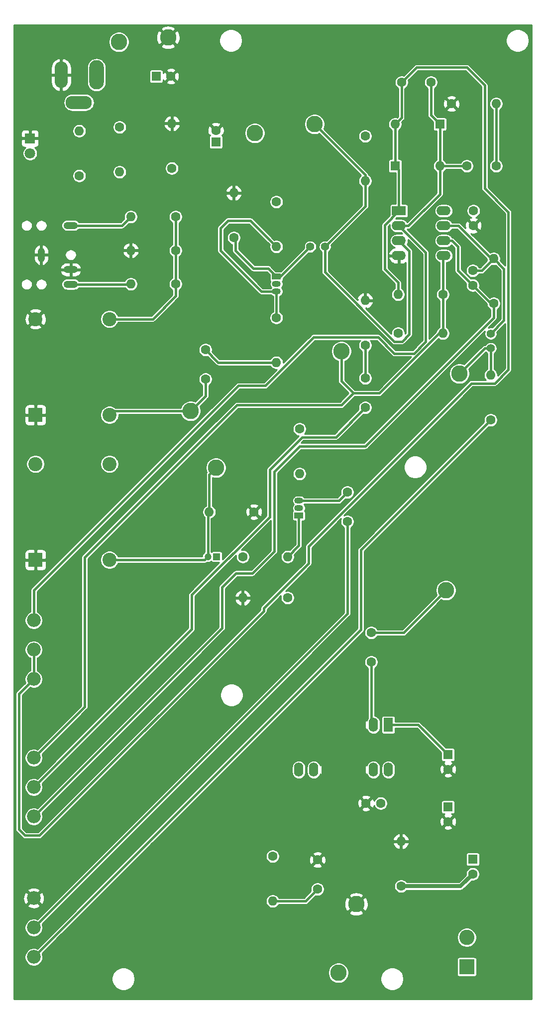
<source format=gtl>
G04 #@! TF.GenerationSoftware,KiCad,Pcbnew,(5.1.10-1-10_14)*
G04 #@! TF.CreationDate,2021-11-12T14:31:54-05:00*
G04 #@! TF.ProjectId,Guitar_Amp,47756974-6172-45f4-916d-702e6b696361,rev?*
G04 #@! TF.SameCoordinates,Original*
G04 #@! TF.FileFunction,Copper,L1,Top*
G04 #@! TF.FilePolarity,Positive*
%FSLAX46Y46*%
G04 Gerber Fmt 4.6, Leading zero omitted, Abs format (unit mm)*
G04 Created by KiCad (PCBNEW (5.1.10-1-10_14)) date 2021-11-12 14:31:54*
%MOMM*%
%LPD*%
G01*
G04 APERTURE LIST*
G04 #@! TA.AperFunction,ComponentPad*
%ADD10C,2.800000*%
G04 #@! TD*
G04 #@! TA.AperFunction,ComponentPad*
%ADD11C,1.600000*%
G04 #@! TD*
G04 #@! TA.AperFunction,ComponentPad*
%ADD12R,1.600000X1.600000*%
G04 #@! TD*
G04 #@! TA.AperFunction,ComponentPad*
%ADD13C,2.340000*%
G04 #@! TD*
G04 #@! TA.AperFunction,ComponentPad*
%ADD14O,2.416000X1.208000*%
G04 #@! TD*
G04 #@! TA.AperFunction,ComponentPad*
%ADD15O,1.208000X2.416000*%
G04 #@! TD*
G04 #@! TA.AperFunction,ComponentPad*
%ADD16O,1.600000X1.600000*%
G04 #@! TD*
G04 #@! TA.AperFunction,ComponentPad*
%ADD17C,1.800000*%
G04 #@! TD*
G04 #@! TA.AperFunction,ComponentPad*
%ADD18R,1.800000X1.800000*%
G04 #@! TD*
G04 #@! TA.AperFunction,ComponentPad*
%ADD19O,1.600000X2.400000*%
G04 #@! TD*
G04 #@! TA.AperFunction,ComponentPad*
%ADD20R,1.600000X2.400000*%
G04 #@! TD*
G04 #@! TA.AperFunction,ComponentPad*
%ADD21O,2.400000X1.600000*%
G04 #@! TD*
G04 #@! TA.AperFunction,ComponentPad*
%ADD22R,2.400000X1.600000*%
G04 #@! TD*
G04 #@! TA.AperFunction,ComponentPad*
%ADD23R,1.500000X1.050000*%
G04 #@! TD*
G04 #@! TA.AperFunction,ComponentPad*
%ADD24O,1.500000X1.050000*%
G04 #@! TD*
G04 #@! TA.AperFunction,ComponentPad*
%ADD25C,2.600000*%
G04 #@! TD*
G04 #@! TA.AperFunction,ComponentPad*
%ADD26R,2.600000X2.600000*%
G04 #@! TD*
G04 #@! TA.AperFunction,ComponentPad*
%ADD27C,2.400000*%
G04 #@! TD*
G04 #@! TA.AperFunction,ComponentPad*
%ADD28R,2.400000X2.400000*%
G04 #@! TD*
G04 #@! TA.AperFunction,ComponentPad*
%ADD29O,4.500000X2.250000*%
G04 #@! TD*
G04 #@! TA.AperFunction,ComponentPad*
%ADD30O,2.250000X4.500000*%
G04 #@! TD*
G04 #@! TA.AperFunction,ComponentPad*
%ADD31O,2.500000X5.000000*%
G04 #@! TD*
G04 #@! TA.AperFunction,ComponentPad*
%ADD32C,1.200000*%
G04 #@! TD*
G04 #@! TA.AperFunction,ComponentPad*
%ADD33R,1.200000X1.200000*%
G04 #@! TD*
G04 #@! TA.AperFunction,ComponentPad*
%ADD34C,1.400000*%
G04 #@! TD*
G04 #@! TA.AperFunction,Conductor*
%ADD35C,0.381000*%
G04 #@! TD*
G04 #@! TA.AperFunction,Conductor*
%ADD36C,0.635000*%
G04 #@! TD*
G04 #@! TA.AperFunction,Conductor*
%ADD37C,0.254000*%
G04 #@! TD*
G04 #@! TA.AperFunction,Conductor*
%ADD38C,0.100000*%
G04 #@! TD*
G04 APERTURE END LIST*
D10*
X107696000Y-217424000D03*
X110744000Y-205740000D03*
X86868000Y-131572000D03*
X125984000Y-152400000D03*
X128270000Y-115570000D03*
X108204000Y-111760000D03*
X103632000Y-73152000D03*
X82550000Y-121920000D03*
X93472000Y-74676000D03*
X70358000Y-59182000D03*
X78740000Y-58420000D03*
D11*
X126365000Y-191730000D03*
D12*
X126365000Y-189230000D03*
D11*
X118444000Y-66040000D03*
X123444000Y-66040000D03*
X130556000Y-100544000D03*
X130556000Y-98044000D03*
D13*
X55880000Y-180848000D03*
X55880000Y-185848000D03*
X55880000Y-190848000D03*
D14*
X62166000Y-97877000D03*
X62166000Y-90377000D03*
X62166000Y-100377000D03*
D15*
X57166000Y-95377000D03*
D11*
X70485000Y-73660000D03*
D16*
X70485000Y-81280000D03*
D17*
X55245000Y-78105000D03*
D18*
X55245000Y-75565000D03*
D11*
X109220000Y-140716000D03*
X109220000Y-135716000D03*
X104140000Y-198200000D03*
X104140000Y-203200000D03*
X85090000Y-116506000D03*
X85090000Y-111506000D03*
D19*
X116205000Y-182880000D03*
X100965000Y-175260000D03*
X113665000Y-182880000D03*
X103505000Y-175260000D03*
X111125000Y-182880000D03*
X106045000Y-175260000D03*
X108585000Y-182880000D03*
X108585000Y-175260000D03*
X106045000Y-182880000D03*
X111125000Y-175260000D03*
X103505000Y-182880000D03*
X113665000Y-175260000D03*
X100965000Y-182880000D03*
D20*
X116205000Y-175260000D03*
D21*
X125603000Y-87884000D03*
X117983000Y-95504000D03*
X125603000Y-90424000D03*
X117983000Y-92964000D03*
X125603000Y-92964000D03*
X117983000Y-90424000D03*
X125603000Y-95504000D03*
D22*
X117983000Y-87884000D03*
D13*
X55880000Y-204724000D03*
X55880000Y-209724000D03*
X55880000Y-214724000D03*
X55880000Y-157480000D03*
X55880000Y-162480000D03*
X55880000Y-167480000D03*
D16*
X118364000Y-195072000D03*
D11*
X118364000Y-202692000D03*
D16*
X85725000Y-139065000D03*
D11*
X93345000Y-139065000D03*
D16*
X96520000Y-205232000D03*
D11*
X96520000Y-197612000D03*
D16*
X99060000Y-146685000D03*
D11*
X91440000Y-146685000D03*
D16*
X91440000Y-153670000D03*
D11*
X99060000Y-153670000D03*
D16*
X101092000Y-132588000D03*
D11*
X101092000Y-124968000D03*
D16*
X133604000Y-115824000D03*
D11*
X133604000Y-123444000D03*
D16*
X134112000Y-96012000D03*
D11*
X134112000Y-103632000D03*
D16*
X112268000Y-103124000D03*
D11*
X112268000Y-110744000D03*
D16*
X125476000Y-108712000D03*
D11*
X117856000Y-108712000D03*
D16*
X117856000Y-102108000D03*
D11*
X125476000Y-102108000D03*
D16*
X134543800Y-69672200D03*
D11*
X126923800Y-69672200D03*
D16*
X112268000Y-82804000D03*
D11*
X112268000Y-75184000D03*
D16*
X89916000Y-84836000D03*
D11*
X89916000Y-92456000D03*
D16*
X97155000Y-93980000D03*
D11*
X97155000Y-86360000D03*
D16*
X63627000Y-74295000D03*
D11*
X63627000Y-81915000D03*
X97155000Y-106045000D03*
D16*
X97155000Y-113665000D03*
X79375000Y-73025000D03*
D11*
X79375000Y-80645000D03*
D16*
X72390000Y-94615000D03*
D11*
X80010000Y-94615000D03*
D16*
X72390000Y-100330000D03*
D11*
X80010000Y-100330000D03*
D16*
X72390000Y-88900000D03*
D11*
X80010000Y-88900000D03*
D23*
X100965000Y-139700000D03*
D24*
X100965000Y-137160000D03*
X100965000Y-138430000D03*
D23*
X97155000Y-99060000D03*
D24*
X97155000Y-101600000D03*
X97155000Y-100330000D03*
D25*
X129540000Y-211408000D03*
D26*
X129540000Y-216408000D03*
D27*
X68763464Y-130915000D03*
X56163464Y-130915000D03*
X68763464Y-147215000D03*
D28*
X56163464Y-147215000D03*
D29*
X63548000Y-69470000D03*
D30*
X60548000Y-64770000D03*
D31*
X66548000Y-64770000D03*
D27*
X68763464Y-106277000D03*
X56163464Y-106277000D03*
X68763464Y-122577000D03*
D28*
X56163464Y-122577000D03*
D16*
X124968000Y-80264000D03*
D12*
X117348000Y-80264000D03*
D16*
X117348000Y-73152000D03*
D12*
X124968000Y-73152000D03*
D11*
X130556000Y-200620000D03*
D12*
X130556000Y-198120000D03*
D32*
X85495000Y-146685000D03*
D33*
X86995000Y-146685000D03*
D11*
X126365000Y-182840000D03*
D12*
X126365000Y-180340000D03*
D11*
X114895000Y-188595000D03*
X112395000Y-188595000D03*
X113284000Y-159592000D03*
X113284000Y-164592000D03*
D34*
X133604000Y-108752000D03*
X133604000Y-111252000D03*
D11*
X112268000Y-121332000D03*
X112268000Y-116332000D03*
X134540000Y-80264000D03*
X129540000Y-80264000D03*
X130683000Y-90384000D03*
X130683000Y-87884000D03*
D34*
X102910000Y-93980000D03*
X105410000Y-93980000D03*
D11*
X86868000Y-74200000D03*
D12*
X86868000Y-76200000D03*
D11*
X79208000Y-65024000D03*
D12*
X76708000Y-65024000D03*
D35*
X68582000Y-122475000D02*
X68480000Y-122577000D01*
X85090000Y-119380000D02*
X82550000Y-121920000D01*
X85090000Y-116506000D02*
X85090000Y-119380000D01*
X69420464Y-121920000D02*
X68763464Y-122577000D01*
X82550000Y-121920000D02*
X69420464Y-121920000D01*
X87249000Y-113665000D02*
X85090000Y-111506000D01*
X97155000Y-113665000D02*
X87249000Y-113665000D01*
X118444000Y-72056000D02*
X117348000Y-73152000D01*
X118444000Y-66040000D02*
X118444000Y-72056000D01*
X117348000Y-73152000D02*
X117348000Y-80264000D01*
X117348000Y-87249000D02*
X117983000Y-87884000D01*
X55880000Y-162480000D02*
X55880000Y-167480000D01*
X117856000Y-102108000D02*
X117856000Y-100076000D01*
X117856000Y-100076000D02*
X115570000Y-97790000D01*
X115570000Y-90297000D02*
X117983000Y-87884000D01*
X115570000Y-97790000D02*
X115570000Y-90297000D01*
X117983000Y-80899000D02*
X117348000Y-80264000D01*
X117983000Y-87884000D02*
X117983000Y-80899000D01*
X53340000Y-170020000D02*
X55880000Y-167480000D01*
X56832138Y-194056000D02*
X54356000Y-194056000D01*
X94996000Y-155892138D02*
X56832138Y-194056000D01*
X53340000Y-193040000D02*
X53340000Y-170020000D01*
X94996000Y-155448000D02*
X94996000Y-155892138D01*
X102615989Y-147828011D02*
X94996000Y-155448000D01*
X118444000Y-66040000D02*
X120984000Y-63500000D01*
X134262321Y-117195501D02*
X130334757Y-117195501D01*
X54356000Y-194056000D02*
X53340000Y-193040000D01*
X136626511Y-114831311D02*
X134262321Y-117195501D01*
X130334757Y-117195501D02*
X102615989Y-144914269D01*
X136626511Y-88112511D02*
X136626511Y-114831311D01*
X132588000Y-66548000D02*
X132588000Y-84074000D01*
X102615989Y-144914269D02*
X102615989Y-147828011D01*
X129540000Y-63500000D02*
X132588000Y-66548000D01*
X120984000Y-63500000D02*
X129540000Y-63500000D01*
X132588000Y-84074000D02*
X136626511Y-88112511D01*
X107260499Y-126339501D02*
X112268000Y-121332000D01*
X101563855Y-126339501D02*
X107260499Y-126339501D01*
X96011990Y-131891366D02*
X101563855Y-126339501D01*
X96011990Y-139896712D02*
X96011990Y-131891366D01*
X82740501Y-158987499D02*
X82740501Y-153168201D01*
X82740501Y-153168201D02*
X96011990Y-139896712D01*
X55880000Y-185848000D02*
X82740501Y-158987499D01*
X96774000Y-145796000D02*
X93091000Y-149479000D01*
X101092000Y-127889000D02*
X96774000Y-132207000D01*
X96774000Y-132207000D02*
X96774000Y-145796000D01*
X87884000Y-158844000D02*
X55880000Y-190848000D01*
X90297000Y-149479000D02*
X87884000Y-151892000D01*
X112268000Y-127889000D02*
X101092000Y-127889000D01*
X87884000Y-151892000D02*
X87884000Y-158844000D01*
X93091000Y-149479000D02*
X90297000Y-149479000D01*
X134112000Y-106045000D02*
X112268000Y-127889000D01*
X134112000Y-103632000D02*
X134112000Y-106045000D01*
X125603000Y-92964000D02*
X127000000Y-92964000D01*
X127000000Y-92964000D02*
X128016000Y-93980000D01*
X128016000Y-98004000D02*
X130556000Y-100544000D01*
X128016000Y-93980000D02*
X128016000Y-98004000D01*
X133644000Y-103632000D02*
X134112000Y-103632000D01*
X130556000Y-100544000D02*
X133644000Y-103632000D01*
X133717298Y-96012000D02*
X134112000Y-96012000D01*
X128129298Y-90424000D02*
X133717298Y-96012000D01*
X125603000Y-90424000D02*
X128129298Y-90424000D01*
X135864501Y-106491499D02*
X133604000Y-108752000D01*
X135864501Y-97764501D02*
X135864501Y-106491499D01*
X134112000Y-96012000D02*
X135864501Y-97764501D01*
X132080000Y-98044000D02*
X134112000Y-96012000D01*
X130556000Y-98044000D02*
X132080000Y-98044000D01*
X133604000Y-111252000D02*
X133604000Y-115824000D01*
X132588000Y-111252000D02*
X133604000Y-111252000D01*
X128270000Y-115570000D02*
X132588000Y-111252000D01*
X109220000Y-156384000D02*
X55880000Y-209724000D01*
X109220000Y-140716000D02*
X109220000Y-156384000D01*
X118792000Y-159592000D02*
X125984000Y-152400000D01*
X113284000Y-159592000D02*
X118792000Y-159592000D01*
X107776000Y-137160000D02*
X109220000Y-135716000D01*
X100965000Y-137160000D02*
X107776000Y-137160000D01*
X113284000Y-174879000D02*
X113665000Y-175260000D01*
X113284000Y-164592000D02*
X113284000Y-174879000D01*
X116205000Y-175598423D02*
X116205000Y-175260000D01*
X121285000Y-175260000D02*
X126365000Y-180340000D01*
X116205000Y-175260000D02*
X121285000Y-175260000D01*
X102108000Y-205232000D02*
X104140000Y-203200000D01*
X96520000Y-205232000D02*
X102108000Y-205232000D01*
X85495000Y-139295000D02*
X85725000Y-139065000D01*
X85495000Y-146685000D02*
X85495000Y-139295000D01*
X69010000Y-146685000D02*
X68480000Y-147215000D01*
X85725000Y-132715000D02*
X86868000Y-131572000D01*
X85725000Y-139065000D02*
X85725000Y-132715000D01*
X84965000Y-147215000D02*
X85495000Y-146685000D01*
X68763464Y-147215000D02*
X84965000Y-147215000D01*
X70913000Y-90377000D02*
X72390000Y-88900000D01*
X62166000Y-90377000D02*
X70913000Y-90377000D01*
X72343000Y-100377000D02*
X72390000Y-100330000D01*
X62166000Y-100377000D02*
X72343000Y-100377000D01*
X97155000Y-106045000D02*
X97155000Y-101600000D01*
X97155000Y-101600000D02*
X94615000Y-101600000D01*
X94615000Y-101600000D02*
X87630000Y-94615000D01*
X87630000Y-94615000D02*
X87630000Y-90805000D01*
X87630000Y-90805000D02*
X88900000Y-89535000D01*
X92710000Y-89535000D02*
X97155000Y-93980000D01*
X88900000Y-89535000D02*
X92710000Y-89535000D01*
X100965000Y-144780000D02*
X99060000Y-146685000D01*
X100965000Y-139700000D02*
X100965000Y-144780000D01*
X125476000Y-95631000D02*
X125603000Y-95504000D01*
X125476000Y-108712000D02*
X125476000Y-95631000D01*
X124850038Y-108712000D02*
X125476000Y-108712000D01*
X90424000Y-120904000D02*
X108204000Y-120904000D01*
X64516000Y-146812000D02*
X90424000Y-120904000D01*
X108204000Y-120904000D02*
X110236000Y-118872000D01*
X114690038Y-118872000D02*
X124850038Y-108712000D01*
X64516000Y-172212000D02*
X64516000Y-146812000D01*
X110236000Y-118872000D02*
X114690038Y-118872000D01*
X55880000Y-180848000D02*
X64516000Y-172212000D01*
X108204000Y-116840000D02*
X110236000Y-118872000D01*
X108204000Y-111760000D02*
X108204000Y-116840000D01*
X111531499Y-159072501D02*
X55880000Y-214724000D01*
X111531499Y-145516501D02*
X111531499Y-159072501D01*
X133604000Y-123444000D02*
X111531499Y-145516501D01*
X80010000Y-88900000D02*
X80010000Y-100330000D01*
X76095000Y-106277000D02*
X80010000Y-102362000D01*
X80010000Y-102362000D02*
X80010000Y-100330000D01*
X68763464Y-106277000D02*
X76095000Y-106277000D01*
X97155000Y-99060000D02*
X95783499Y-97688499D01*
X93243499Y-97688499D02*
X90170000Y-94615000D01*
X95783499Y-97688499D02*
X93243499Y-97688499D01*
X97830000Y-99060000D02*
X102910000Y-93980000D01*
X97155000Y-99060000D02*
X97830000Y-99060000D01*
X90170000Y-92710000D02*
X89916000Y-92456000D01*
X90170000Y-94615000D02*
X90170000Y-92710000D01*
X112268000Y-87122000D02*
X105410000Y-93980000D01*
X112268000Y-82804000D02*
X112268000Y-87122000D01*
X105410000Y-98295822D02*
X105410000Y-93980000D01*
X118514321Y-110083501D02*
X117197679Y-110083501D01*
X119754510Y-108843312D02*
X118514321Y-110083501D01*
X119754510Y-94735510D02*
X119754510Y-108843312D01*
X117197679Y-110083501D02*
X105410000Y-98295822D01*
X117983000Y-92964000D02*
X119754510Y-94735510D01*
X112268000Y-81788000D02*
X112268000Y-82804000D01*
X103632000Y-73152000D02*
X112268000Y-81788000D01*
X134540000Y-69676000D02*
X134543800Y-69672200D01*
X134540000Y-80264000D02*
X134540000Y-69676000D01*
X123444000Y-71628000D02*
X124968000Y-73152000D01*
X123444000Y-66040000D02*
X123444000Y-71628000D01*
X124968000Y-73152000D02*
X124968000Y-80264000D01*
X119564000Y-90424000D02*
X117983000Y-90424000D01*
X124968000Y-85020000D02*
X119564000Y-90424000D01*
X124968000Y-80264000D02*
X124968000Y-85020000D01*
X121412000Y-111252000D02*
X121412000Y-111252000D01*
X55880000Y-152400000D02*
X55880000Y-157480000D01*
X103477323Y-109372499D02*
X95249637Y-117600185D01*
X114452499Y-109372499D02*
X103477323Y-109372499D01*
X95249637Y-117600185D02*
X90679815Y-117600185D01*
X117195501Y-112115501D02*
X114452499Y-109372499D01*
X90679815Y-117600185D02*
X55880000Y-152400000D01*
X122555000Y-110109000D02*
X120548499Y-112115501D01*
X120548499Y-112115501D02*
X117195501Y-112115501D01*
X122555000Y-94996000D02*
X122555000Y-110109000D01*
X117983000Y-90424000D02*
X122555000Y-94996000D01*
X124968000Y-80264000D02*
X129540000Y-80264000D01*
X112268000Y-110744000D02*
X112268000Y-116332000D01*
D36*
X128484000Y-202692000D02*
X130556000Y-200620000D01*
X118364000Y-202692000D02*
X128484000Y-202692000D01*
D37*
X112458501Y-174073056D02*
X112332818Y-174308192D01*
X112250764Y-174578691D01*
X112230000Y-174789508D01*
X112230000Y-175730491D01*
X112250764Y-175941308D01*
X112332818Y-176211807D01*
X112466068Y-176461100D01*
X112645392Y-176679607D01*
X112863899Y-176858932D01*
X113113192Y-176992182D01*
X113383691Y-177074236D01*
X113665000Y-177101943D01*
X113946308Y-177074236D01*
X114216807Y-176992182D01*
X114466100Y-176858932D01*
X114684607Y-176679608D01*
X114777419Y-176566517D01*
X114779188Y-176584482D01*
X114815498Y-176704180D01*
X114874463Y-176814494D01*
X114953815Y-176911185D01*
X115050506Y-176990537D01*
X115160820Y-177049502D01*
X115280518Y-177085812D01*
X115405000Y-177098072D01*
X117005000Y-177098072D01*
X117129482Y-177085812D01*
X117249180Y-177049502D01*
X117359494Y-176990537D01*
X117456185Y-176911185D01*
X117535537Y-176814494D01*
X117594502Y-176704180D01*
X117630812Y-176584482D01*
X117643072Y-176460000D01*
X117643072Y-176085500D01*
X118963440Y-176085500D01*
X118963440Y-184835800D01*
X98882200Y-184835800D01*
X98882200Y-182409508D01*
X99530000Y-182409508D01*
X99530000Y-183350491D01*
X99550764Y-183561308D01*
X99632818Y-183831807D01*
X99766068Y-184081100D01*
X99945392Y-184299607D01*
X100163899Y-184478932D01*
X100413192Y-184612182D01*
X100683691Y-184694236D01*
X100965000Y-184721943D01*
X101246308Y-184694236D01*
X101516807Y-184612182D01*
X101766100Y-184478932D01*
X101984607Y-184299608D01*
X102163932Y-184081101D01*
X102235000Y-183948142D01*
X102306068Y-184081100D01*
X102485392Y-184299607D01*
X102703899Y-184478932D01*
X102953192Y-184612182D01*
X103223691Y-184694236D01*
X103505000Y-184721943D01*
X103786308Y-184694236D01*
X104056807Y-184612182D01*
X104306100Y-184478932D01*
X104524607Y-184299608D01*
X104703932Y-184081101D01*
X104837182Y-183831808D01*
X104919236Y-183561309D01*
X104940000Y-183350492D01*
X104940000Y-182409509D01*
X104940000Y-182409508D01*
X112230000Y-182409508D01*
X112230000Y-183350491D01*
X112250764Y-183561308D01*
X112332818Y-183831807D01*
X112466068Y-184081100D01*
X112645392Y-184299607D01*
X112863899Y-184478932D01*
X113113192Y-184612182D01*
X113383691Y-184694236D01*
X113665000Y-184721943D01*
X113946308Y-184694236D01*
X114216807Y-184612182D01*
X114466100Y-184478932D01*
X114684607Y-184299608D01*
X114863932Y-184081101D01*
X114935000Y-183948142D01*
X115006068Y-184081100D01*
X115185392Y-184299607D01*
X115403899Y-184478932D01*
X115653192Y-184612182D01*
X115923691Y-184694236D01*
X116205000Y-184721943D01*
X116486308Y-184694236D01*
X116756807Y-184612182D01*
X117006100Y-184478932D01*
X117224607Y-184299608D01*
X117403932Y-184081101D01*
X117537182Y-183831808D01*
X117619236Y-183561309D01*
X117640000Y-183350492D01*
X117640000Y-182409509D01*
X117619236Y-182198691D01*
X117537182Y-181928192D01*
X117403932Y-181678899D01*
X117224608Y-181460392D01*
X117006101Y-181281068D01*
X116756808Y-181147818D01*
X116486309Y-181065764D01*
X116205000Y-181038057D01*
X115923692Y-181065764D01*
X115653193Y-181147818D01*
X115403900Y-181281068D01*
X115185393Y-181460392D01*
X115006068Y-181678899D01*
X114935000Y-181811858D01*
X114863932Y-181678899D01*
X114684608Y-181460392D01*
X114466101Y-181281068D01*
X114216808Y-181147818D01*
X113946309Y-181065764D01*
X113665000Y-181038057D01*
X113383692Y-181065764D01*
X113113193Y-181147818D01*
X112863900Y-181281068D01*
X112645393Y-181460392D01*
X112466068Y-181678899D01*
X112332818Y-181928192D01*
X112250764Y-182198691D01*
X112230000Y-182409508D01*
X104940000Y-182409508D01*
X104919236Y-182198691D01*
X104837182Y-181928192D01*
X104703932Y-181678899D01*
X104524608Y-181460392D01*
X104306101Y-181281068D01*
X104056808Y-181147818D01*
X103786309Y-181065764D01*
X103505000Y-181038057D01*
X103223692Y-181065764D01*
X102953193Y-181147818D01*
X102703900Y-181281068D01*
X102485393Y-181460392D01*
X102306068Y-181678899D01*
X102235000Y-181811858D01*
X102163932Y-181678899D01*
X101984608Y-181460392D01*
X101766101Y-181281068D01*
X101516808Y-181147818D01*
X101246309Y-181065764D01*
X100965000Y-181038057D01*
X100683692Y-181065764D01*
X100413193Y-181147818D01*
X100163900Y-181281068D01*
X99945393Y-181460392D01*
X99766068Y-181678899D01*
X99632818Y-181928192D01*
X99550764Y-182198691D01*
X99530000Y-182409508D01*
X98882200Y-182409508D01*
X98882200Y-172889234D01*
X98924434Y-172847000D01*
X112458501Y-172847000D01*
X112458501Y-174073056D01*
G04 #@! TA.AperFunction,Conductor*
D38*
G36*
X112458501Y-174073056D02*
G01*
X112332818Y-174308192D01*
X112250764Y-174578691D01*
X112230000Y-174789508D01*
X112230000Y-175730491D01*
X112250764Y-175941308D01*
X112332818Y-176211807D01*
X112466068Y-176461100D01*
X112645392Y-176679607D01*
X112863899Y-176858932D01*
X113113192Y-176992182D01*
X113383691Y-177074236D01*
X113665000Y-177101943D01*
X113946308Y-177074236D01*
X114216807Y-176992182D01*
X114466100Y-176858932D01*
X114684607Y-176679608D01*
X114777419Y-176566517D01*
X114779188Y-176584482D01*
X114815498Y-176704180D01*
X114874463Y-176814494D01*
X114953815Y-176911185D01*
X115050506Y-176990537D01*
X115160820Y-177049502D01*
X115280518Y-177085812D01*
X115405000Y-177098072D01*
X117005000Y-177098072D01*
X117129482Y-177085812D01*
X117249180Y-177049502D01*
X117359494Y-176990537D01*
X117456185Y-176911185D01*
X117535537Y-176814494D01*
X117594502Y-176704180D01*
X117630812Y-176584482D01*
X117643072Y-176460000D01*
X117643072Y-176085500D01*
X118963440Y-176085500D01*
X118963440Y-184835800D01*
X98882200Y-184835800D01*
X98882200Y-182409508D01*
X99530000Y-182409508D01*
X99530000Y-183350491D01*
X99550764Y-183561308D01*
X99632818Y-183831807D01*
X99766068Y-184081100D01*
X99945392Y-184299607D01*
X100163899Y-184478932D01*
X100413192Y-184612182D01*
X100683691Y-184694236D01*
X100965000Y-184721943D01*
X101246308Y-184694236D01*
X101516807Y-184612182D01*
X101766100Y-184478932D01*
X101984607Y-184299608D01*
X102163932Y-184081101D01*
X102235000Y-183948142D01*
X102306068Y-184081100D01*
X102485392Y-184299607D01*
X102703899Y-184478932D01*
X102953192Y-184612182D01*
X103223691Y-184694236D01*
X103505000Y-184721943D01*
X103786308Y-184694236D01*
X104056807Y-184612182D01*
X104306100Y-184478932D01*
X104524607Y-184299608D01*
X104703932Y-184081101D01*
X104837182Y-183831808D01*
X104919236Y-183561309D01*
X104940000Y-183350492D01*
X104940000Y-182409509D01*
X104940000Y-182409508D01*
X112230000Y-182409508D01*
X112230000Y-183350491D01*
X112250764Y-183561308D01*
X112332818Y-183831807D01*
X112466068Y-184081100D01*
X112645392Y-184299607D01*
X112863899Y-184478932D01*
X113113192Y-184612182D01*
X113383691Y-184694236D01*
X113665000Y-184721943D01*
X113946308Y-184694236D01*
X114216807Y-184612182D01*
X114466100Y-184478932D01*
X114684607Y-184299608D01*
X114863932Y-184081101D01*
X114935000Y-183948142D01*
X115006068Y-184081100D01*
X115185392Y-184299607D01*
X115403899Y-184478932D01*
X115653192Y-184612182D01*
X115923691Y-184694236D01*
X116205000Y-184721943D01*
X116486308Y-184694236D01*
X116756807Y-184612182D01*
X117006100Y-184478932D01*
X117224607Y-184299608D01*
X117403932Y-184081101D01*
X117537182Y-183831808D01*
X117619236Y-183561309D01*
X117640000Y-183350492D01*
X117640000Y-182409509D01*
X117619236Y-182198691D01*
X117537182Y-181928192D01*
X117403932Y-181678899D01*
X117224608Y-181460392D01*
X117006101Y-181281068D01*
X116756808Y-181147818D01*
X116486309Y-181065764D01*
X116205000Y-181038057D01*
X115923692Y-181065764D01*
X115653193Y-181147818D01*
X115403900Y-181281068D01*
X115185393Y-181460392D01*
X115006068Y-181678899D01*
X114935000Y-181811858D01*
X114863932Y-181678899D01*
X114684608Y-181460392D01*
X114466101Y-181281068D01*
X114216808Y-181147818D01*
X113946309Y-181065764D01*
X113665000Y-181038057D01*
X113383692Y-181065764D01*
X113113193Y-181147818D01*
X112863900Y-181281068D01*
X112645393Y-181460392D01*
X112466068Y-181678899D01*
X112332818Y-181928192D01*
X112250764Y-182198691D01*
X112230000Y-182409508D01*
X104940000Y-182409508D01*
X104919236Y-182198691D01*
X104837182Y-181928192D01*
X104703932Y-181678899D01*
X104524608Y-181460392D01*
X104306101Y-181281068D01*
X104056808Y-181147818D01*
X103786309Y-181065764D01*
X103505000Y-181038057D01*
X103223692Y-181065764D01*
X102953193Y-181147818D01*
X102703900Y-181281068D01*
X102485393Y-181460392D01*
X102306068Y-181678899D01*
X102235000Y-181811858D01*
X102163932Y-181678899D01*
X101984608Y-181460392D01*
X101766101Y-181281068D01*
X101516808Y-181147818D01*
X101246309Y-181065764D01*
X100965000Y-181038057D01*
X100683692Y-181065764D01*
X100413193Y-181147818D01*
X100163900Y-181281068D01*
X99945393Y-181460392D01*
X99766068Y-181678899D01*
X99632818Y-181928192D01*
X99550764Y-182198691D01*
X99530000Y-182409508D01*
X98882200Y-182409508D01*
X98882200Y-172889234D01*
X98924434Y-172847000D01*
X112458501Y-172847000D01*
X112458501Y-174073056D01*
G37*
G04 #@! TD.AperFunction*
D37*
X118963440Y-174434500D02*
X117643072Y-174434500D01*
X117643072Y-174060000D01*
X117630812Y-173935518D01*
X117594502Y-173815820D01*
X117535537Y-173705506D01*
X117456185Y-173608815D01*
X117359494Y-173529463D01*
X117249180Y-173470498D01*
X117129482Y-173434188D01*
X117005000Y-173421928D01*
X115405000Y-173421928D01*
X115280518Y-173434188D01*
X115160820Y-173470498D01*
X115050506Y-173529463D01*
X114953815Y-173608815D01*
X114874463Y-173705506D01*
X114815498Y-173815820D01*
X114779188Y-173935518D01*
X114777419Y-173953482D01*
X114684608Y-173840392D01*
X114466101Y-173661068D01*
X114216808Y-173527818D01*
X114109500Y-173495267D01*
X114109500Y-172847000D01*
X118963440Y-172847000D01*
X118963440Y-174434500D01*
G04 #@! TA.AperFunction,Conductor*
D38*
G36*
X118963440Y-174434500D02*
G01*
X117643072Y-174434500D01*
X117643072Y-174060000D01*
X117630812Y-173935518D01*
X117594502Y-173815820D01*
X117535537Y-173705506D01*
X117456185Y-173608815D01*
X117359494Y-173529463D01*
X117249180Y-173470498D01*
X117129482Y-173434188D01*
X117005000Y-173421928D01*
X115405000Y-173421928D01*
X115280518Y-173434188D01*
X115160820Y-173470498D01*
X115050506Y-173529463D01*
X114953815Y-173608815D01*
X114874463Y-173705506D01*
X114815498Y-173815820D01*
X114779188Y-173935518D01*
X114777419Y-173953482D01*
X114684608Y-173840392D01*
X114466101Y-173661068D01*
X114216808Y-173527818D01*
X114109500Y-173495267D01*
X114109500Y-172847000D01*
X118963440Y-172847000D01*
X118963440Y-174434500D01*
G37*
G04 #@! TD.AperFunction*
D37*
X140564000Y-221844000D02*
X52476000Y-221844000D01*
X52476000Y-218244889D01*
X69139000Y-218244889D01*
X69139000Y-218635111D01*
X69215129Y-219017836D01*
X69364461Y-219378355D01*
X69581257Y-219702814D01*
X69857186Y-219978743D01*
X70181645Y-220195539D01*
X70542164Y-220344871D01*
X70924889Y-220421000D01*
X71315111Y-220421000D01*
X71697836Y-220344871D01*
X72058355Y-220195539D01*
X72382814Y-219978743D01*
X72658743Y-219702814D01*
X72875539Y-219378355D01*
X73024871Y-219017836D01*
X73101000Y-218635111D01*
X73101000Y-218244889D01*
X73024871Y-217862164D01*
X72875539Y-217501645D01*
X72706452Y-217248587D01*
X105915000Y-217248587D01*
X105915000Y-217599413D01*
X105983443Y-217943498D01*
X106117699Y-218267620D01*
X106312607Y-218559321D01*
X106560679Y-218807393D01*
X106852380Y-219002301D01*
X107176502Y-219136557D01*
X107520587Y-219205000D01*
X107871413Y-219205000D01*
X108215498Y-219136557D01*
X108539620Y-219002301D01*
X108831321Y-218807393D01*
X109079393Y-218559321D01*
X109274301Y-218267620D01*
X109283716Y-218244889D01*
X114859000Y-218244889D01*
X114859000Y-218635111D01*
X114935129Y-219017836D01*
X115084461Y-219378355D01*
X115301257Y-219702814D01*
X115577186Y-219978743D01*
X115901645Y-220195539D01*
X116262164Y-220344871D01*
X116644889Y-220421000D01*
X117035111Y-220421000D01*
X117417836Y-220344871D01*
X117778355Y-220195539D01*
X118102814Y-219978743D01*
X118378743Y-219702814D01*
X118595539Y-219378355D01*
X118744871Y-219017836D01*
X118821000Y-218635111D01*
X118821000Y-218244889D01*
X118744871Y-217862164D01*
X118595539Y-217501645D01*
X118378743Y-217177186D01*
X118102814Y-216901257D01*
X117778355Y-216684461D01*
X117417836Y-216535129D01*
X117035111Y-216459000D01*
X116644889Y-216459000D01*
X116262164Y-216535129D01*
X115901645Y-216684461D01*
X115577186Y-216901257D01*
X115301257Y-217177186D01*
X115084461Y-217501645D01*
X114935129Y-217862164D01*
X114859000Y-218244889D01*
X109283716Y-218244889D01*
X109408557Y-217943498D01*
X109477000Y-217599413D01*
X109477000Y-217248587D01*
X109408557Y-216904502D01*
X109274301Y-216580380D01*
X109079393Y-216288679D01*
X108831321Y-216040607D01*
X108539620Y-215845699D01*
X108215498Y-215711443D01*
X107871413Y-215643000D01*
X107520587Y-215643000D01*
X107176502Y-215711443D01*
X106852380Y-215845699D01*
X106560679Y-216040607D01*
X106312607Y-216288679D01*
X106117699Y-216580380D01*
X105983443Y-216904502D01*
X105915000Y-217248587D01*
X72706452Y-217248587D01*
X72658743Y-217177186D01*
X72382814Y-216901257D01*
X72058355Y-216684461D01*
X71697836Y-216535129D01*
X71315111Y-216459000D01*
X70924889Y-216459000D01*
X70542164Y-216535129D01*
X70181645Y-216684461D01*
X69857186Y-216901257D01*
X69581257Y-217177186D01*
X69364461Y-217501645D01*
X69215129Y-217862164D01*
X69139000Y-218244889D01*
X52476000Y-218244889D01*
X52476000Y-214571240D01*
X54329000Y-214571240D01*
X54329000Y-214876760D01*
X54388604Y-215176410D01*
X54505521Y-215458674D01*
X54675259Y-215712705D01*
X54891295Y-215928741D01*
X55145326Y-216098479D01*
X55427590Y-216215396D01*
X55727240Y-216275000D01*
X56032760Y-216275000D01*
X56332410Y-216215396D01*
X56614674Y-216098479D01*
X56868705Y-215928741D01*
X57084741Y-215712705D01*
X57254479Y-215458674D01*
X57371396Y-215176410D01*
X57385003Y-215108000D01*
X127857157Y-215108000D01*
X127857157Y-217708000D01*
X127864513Y-217782689D01*
X127886299Y-217854508D01*
X127921678Y-217920696D01*
X127969289Y-217978711D01*
X128027304Y-218026322D01*
X128093492Y-218061701D01*
X128165311Y-218083487D01*
X128240000Y-218090843D01*
X130840000Y-218090843D01*
X130914689Y-218083487D01*
X130986508Y-218061701D01*
X131052696Y-218026322D01*
X131110711Y-217978711D01*
X131158322Y-217920696D01*
X131193701Y-217854508D01*
X131215487Y-217782689D01*
X131222843Y-217708000D01*
X131222843Y-215108000D01*
X131215487Y-215033311D01*
X131193701Y-214961492D01*
X131158322Y-214895304D01*
X131110711Y-214837289D01*
X131052696Y-214789678D01*
X130986508Y-214754299D01*
X130914689Y-214732513D01*
X130840000Y-214725157D01*
X128240000Y-214725157D01*
X128165311Y-214732513D01*
X128093492Y-214754299D01*
X128027304Y-214789678D01*
X127969289Y-214837289D01*
X127921678Y-214895304D01*
X127886299Y-214961492D01*
X127864513Y-215033311D01*
X127857157Y-215108000D01*
X57385003Y-215108000D01*
X57431000Y-214876760D01*
X57431000Y-214571240D01*
X57371396Y-214271590D01*
X57303807Y-214108415D01*
X60169786Y-211242436D01*
X127859000Y-211242436D01*
X127859000Y-211573564D01*
X127923600Y-211898330D01*
X128050317Y-212204252D01*
X128234282Y-212479575D01*
X128468425Y-212713718D01*
X128743748Y-212897683D01*
X129049670Y-213024400D01*
X129374436Y-213089000D01*
X129705564Y-213089000D01*
X130030330Y-213024400D01*
X130336252Y-212897683D01*
X130611575Y-212713718D01*
X130845718Y-212479575D01*
X131029683Y-212204252D01*
X131156400Y-211898330D01*
X131221000Y-211573564D01*
X131221000Y-211242436D01*
X131156400Y-210917670D01*
X131029683Y-210611748D01*
X130845718Y-210336425D01*
X130611575Y-210102282D01*
X130336252Y-209918317D01*
X130030330Y-209791600D01*
X129705564Y-209727000D01*
X129374436Y-209727000D01*
X129049670Y-209791600D01*
X128743748Y-209918317D01*
X128468425Y-210102282D01*
X128234282Y-210336425D01*
X128050317Y-210611748D01*
X127923600Y-210917670D01*
X127859000Y-211242436D01*
X60169786Y-211242436D01*
X64251775Y-207160447D01*
X109503158Y-207160447D01*
X109647135Y-207465770D01*
X110004892Y-207646597D01*
X110391053Y-207754155D01*
X110790777Y-207784310D01*
X111188704Y-207735904D01*
X111569540Y-207610795D01*
X111840865Y-207465770D01*
X111984842Y-207160447D01*
X110744000Y-205919605D01*
X109503158Y-207160447D01*
X64251775Y-207160447D01*
X66296540Y-205115682D01*
X95339000Y-205115682D01*
X95339000Y-205348318D01*
X95384386Y-205576485D01*
X95473412Y-205791413D01*
X95602658Y-205984843D01*
X95767157Y-206149342D01*
X95960587Y-206278588D01*
X96175515Y-206367614D01*
X96403682Y-206413000D01*
X96636318Y-206413000D01*
X96864485Y-206367614D01*
X97079413Y-206278588D01*
X97272843Y-206149342D01*
X97437342Y-205984843D01*
X97558512Y-205803500D01*
X102079926Y-205803500D01*
X102108000Y-205806265D01*
X102136074Y-205803500D01*
X102220034Y-205795231D01*
X102247903Y-205786777D01*
X108699690Y-205786777D01*
X108748096Y-206184704D01*
X108873205Y-206565540D01*
X109018230Y-206836865D01*
X109323553Y-206980842D01*
X110564395Y-205740000D01*
X110923605Y-205740000D01*
X112164447Y-206980842D01*
X112469770Y-206836865D01*
X112650597Y-206479108D01*
X112758155Y-206092947D01*
X112788310Y-205693223D01*
X112739904Y-205295296D01*
X112614795Y-204914460D01*
X112469770Y-204643135D01*
X112164447Y-204499158D01*
X110923605Y-205740000D01*
X110564395Y-205740000D01*
X109323553Y-204499158D01*
X109018230Y-204643135D01*
X108837403Y-205000892D01*
X108729845Y-205387053D01*
X108699690Y-205786777D01*
X102247903Y-205786777D01*
X102327762Y-205762552D01*
X102427045Y-205709484D01*
X102514067Y-205638067D01*
X102531970Y-205616252D01*
X103809773Y-204338450D01*
X104023682Y-204381000D01*
X104256318Y-204381000D01*
X104484485Y-204335614D01*
X104523259Y-204319553D01*
X109503158Y-204319553D01*
X110744000Y-205560395D01*
X111984842Y-204319553D01*
X111840865Y-204014230D01*
X111483108Y-203833403D01*
X111096947Y-203725845D01*
X110697223Y-203695690D01*
X110299296Y-203744096D01*
X109918460Y-203869205D01*
X109647135Y-204014230D01*
X109503158Y-204319553D01*
X104523259Y-204319553D01*
X104699413Y-204246588D01*
X104892843Y-204117342D01*
X105057342Y-203952843D01*
X105186588Y-203759413D01*
X105275614Y-203544485D01*
X105321000Y-203316318D01*
X105321000Y-203083682D01*
X105275614Y-202855515D01*
X105186588Y-202640587D01*
X105143220Y-202575682D01*
X117183000Y-202575682D01*
X117183000Y-202808318D01*
X117228386Y-203036485D01*
X117317412Y-203251413D01*
X117446658Y-203444843D01*
X117611157Y-203609342D01*
X117804587Y-203738588D01*
X118019515Y-203827614D01*
X118247682Y-203873000D01*
X118480318Y-203873000D01*
X118708485Y-203827614D01*
X118923413Y-203738588D01*
X119116843Y-203609342D01*
X119281342Y-203444843D01*
X119317653Y-203390500D01*
X128449702Y-203390500D01*
X128484000Y-203393878D01*
X128518298Y-203390500D01*
X128518309Y-203390500D01*
X128620930Y-203380393D01*
X128752597Y-203340452D01*
X128873943Y-203275591D01*
X128980303Y-203188303D01*
X129002175Y-203161652D01*
X130375579Y-201788249D01*
X130439682Y-201801000D01*
X130672318Y-201801000D01*
X130900485Y-201755614D01*
X131115413Y-201666588D01*
X131308843Y-201537342D01*
X131473342Y-201372843D01*
X131602588Y-201179413D01*
X131691614Y-200964485D01*
X131737000Y-200736318D01*
X131737000Y-200503682D01*
X131691614Y-200275515D01*
X131602588Y-200060587D01*
X131473342Y-199867157D01*
X131308843Y-199702658D01*
X131115413Y-199573412D01*
X130900485Y-199484386D01*
X130672318Y-199439000D01*
X130439682Y-199439000D01*
X130211515Y-199484386D01*
X129996587Y-199573412D01*
X129803157Y-199702658D01*
X129638658Y-199867157D01*
X129509412Y-200060587D01*
X129420386Y-200275515D01*
X129375000Y-200503682D01*
X129375000Y-200736318D01*
X129387751Y-200800421D01*
X128194673Y-201993500D01*
X119317653Y-201993500D01*
X119281342Y-201939157D01*
X119116843Y-201774658D01*
X118923413Y-201645412D01*
X118708485Y-201556386D01*
X118480318Y-201511000D01*
X118247682Y-201511000D01*
X118019515Y-201556386D01*
X117804587Y-201645412D01*
X117611157Y-201774658D01*
X117446658Y-201939157D01*
X117317412Y-202132587D01*
X117228386Y-202347515D01*
X117183000Y-202575682D01*
X105143220Y-202575682D01*
X105057342Y-202447157D01*
X104892843Y-202282658D01*
X104699413Y-202153412D01*
X104484485Y-202064386D01*
X104256318Y-202019000D01*
X104023682Y-202019000D01*
X103795515Y-202064386D01*
X103580587Y-202153412D01*
X103387157Y-202282658D01*
X103222658Y-202447157D01*
X103093412Y-202640587D01*
X103004386Y-202855515D01*
X102959000Y-203083682D01*
X102959000Y-203316318D01*
X103001550Y-203530227D01*
X101871278Y-204660500D01*
X97558512Y-204660500D01*
X97437342Y-204479157D01*
X97272843Y-204314658D01*
X97079413Y-204185412D01*
X96864485Y-204096386D01*
X96636318Y-204051000D01*
X96403682Y-204051000D01*
X96175515Y-204096386D01*
X95960587Y-204185412D01*
X95767157Y-204314658D01*
X95602658Y-204479157D01*
X95473412Y-204672587D01*
X95384386Y-204887515D01*
X95339000Y-205115682D01*
X66296540Y-205115682D01*
X72219520Y-199192702D01*
X103326903Y-199192702D01*
X103398486Y-199436671D01*
X103653996Y-199557571D01*
X103928184Y-199626300D01*
X104210512Y-199640217D01*
X104490130Y-199598787D01*
X104756292Y-199503603D01*
X104881514Y-199436671D01*
X104953097Y-199192702D01*
X104140000Y-198379605D01*
X103326903Y-199192702D01*
X72219520Y-199192702D01*
X73916540Y-197495682D01*
X95339000Y-197495682D01*
X95339000Y-197728318D01*
X95384386Y-197956485D01*
X95473412Y-198171413D01*
X95602658Y-198364843D01*
X95767157Y-198529342D01*
X95960587Y-198658588D01*
X96175515Y-198747614D01*
X96403682Y-198793000D01*
X96636318Y-198793000D01*
X96864485Y-198747614D01*
X97079413Y-198658588D01*
X97272843Y-198529342D01*
X97437342Y-198364843D01*
X97500372Y-198270512D01*
X102699783Y-198270512D01*
X102741213Y-198550130D01*
X102836397Y-198816292D01*
X102903329Y-198941514D01*
X103147298Y-199013097D01*
X103960395Y-198200000D01*
X104319605Y-198200000D01*
X105132702Y-199013097D01*
X105376671Y-198941514D01*
X105497571Y-198686004D01*
X105566300Y-198411816D01*
X105580217Y-198129488D01*
X105538787Y-197849870D01*
X105443603Y-197583708D01*
X105376671Y-197458486D01*
X105132702Y-197386903D01*
X104319605Y-198200000D01*
X103960395Y-198200000D01*
X103147298Y-197386903D01*
X102903329Y-197458486D01*
X102782429Y-197713996D01*
X102713700Y-197988184D01*
X102699783Y-198270512D01*
X97500372Y-198270512D01*
X97566588Y-198171413D01*
X97655614Y-197956485D01*
X97701000Y-197728318D01*
X97701000Y-197495682D01*
X97655614Y-197267515D01*
X97630672Y-197207298D01*
X103326903Y-197207298D01*
X104140000Y-198020395D01*
X104840395Y-197320000D01*
X129373157Y-197320000D01*
X129373157Y-198920000D01*
X129380513Y-198994689D01*
X129402299Y-199066508D01*
X129437678Y-199132696D01*
X129485289Y-199190711D01*
X129543304Y-199238322D01*
X129609492Y-199273701D01*
X129681311Y-199295487D01*
X129756000Y-199302843D01*
X131356000Y-199302843D01*
X131430689Y-199295487D01*
X131502508Y-199273701D01*
X131568696Y-199238322D01*
X131626711Y-199190711D01*
X131674322Y-199132696D01*
X131709701Y-199066508D01*
X131731487Y-198994689D01*
X131738843Y-198920000D01*
X131738843Y-197320000D01*
X131731487Y-197245311D01*
X131709701Y-197173492D01*
X131674322Y-197107304D01*
X131626711Y-197049289D01*
X131568696Y-197001678D01*
X131502508Y-196966299D01*
X131430689Y-196944513D01*
X131356000Y-196937157D01*
X129756000Y-196937157D01*
X129681311Y-196944513D01*
X129609492Y-196966299D01*
X129543304Y-197001678D01*
X129485289Y-197049289D01*
X129437678Y-197107304D01*
X129402299Y-197173492D01*
X129380513Y-197245311D01*
X129373157Y-197320000D01*
X104840395Y-197320000D01*
X104953097Y-197207298D01*
X104881514Y-196963329D01*
X104626004Y-196842429D01*
X104351816Y-196773700D01*
X104069488Y-196759783D01*
X103789870Y-196801213D01*
X103523708Y-196896397D01*
X103398486Y-196963329D01*
X103326903Y-197207298D01*
X97630672Y-197207298D01*
X97566588Y-197052587D01*
X97437342Y-196859157D01*
X97272843Y-196694658D01*
X97079413Y-196565412D01*
X96864485Y-196476386D01*
X96636318Y-196431000D01*
X96403682Y-196431000D01*
X96175515Y-196476386D01*
X95960587Y-196565412D01*
X95767157Y-196694658D01*
X95602658Y-196859157D01*
X95473412Y-197052587D01*
X95384386Y-197267515D01*
X95339000Y-197495682D01*
X73916540Y-197495682D01*
X75991182Y-195421040D01*
X116972091Y-195421040D01*
X117066930Y-195685881D01*
X117211615Y-195927131D01*
X117400586Y-196135519D01*
X117626580Y-196303037D01*
X117880913Y-196423246D01*
X118014961Y-196463904D01*
X118237000Y-196341915D01*
X118237000Y-195199000D01*
X118491000Y-195199000D01*
X118491000Y-196341915D01*
X118713039Y-196463904D01*
X118847087Y-196423246D01*
X119101420Y-196303037D01*
X119327414Y-196135519D01*
X119516385Y-195927131D01*
X119661070Y-195685881D01*
X119755909Y-195421040D01*
X119634624Y-195199000D01*
X118491000Y-195199000D01*
X118237000Y-195199000D01*
X117093376Y-195199000D01*
X116972091Y-195421040D01*
X75991182Y-195421040D01*
X76689262Y-194722960D01*
X116972091Y-194722960D01*
X117093376Y-194945000D01*
X118237000Y-194945000D01*
X118237000Y-193802085D01*
X118491000Y-193802085D01*
X118491000Y-194945000D01*
X119634624Y-194945000D01*
X119755909Y-194722960D01*
X119661070Y-194458119D01*
X119516385Y-194216869D01*
X119327414Y-194008481D01*
X119101420Y-193840963D01*
X118847087Y-193720754D01*
X118713039Y-193680096D01*
X118491000Y-193802085D01*
X118237000Y-193802085D01*
X118014961Y-193680096D01*
X117880913Y-193720754D01*
X117626580Y-193840963D01*
X117400586Y-194008481D01*
X117211615Y-194216869D01*
X117066930Y-194458119D01*
X116972091Y-194722960D01*
X76689262Y-194722960D01*
X78689520Y-192722702D01*
X125551903Y-192722702D01*
X125623486Y-192966671D01*
X125878996Y-193087571D01*
X126153184Y-193156300D01*
X126435512Y-193170217D01*
X126715130Y-193128787D01*
X126981292Y-193033603D01*
X127106514Y-192966671D01*
X127178097Y-192722702D01*
X126365000Y-191909605D01*
X125551903Y-192722702D01*
X78689520Y-192722702D01*
X79611710Y-191800512D01*
X124924783Y-191800512D01*
X124966213Y-192080130D01*
X125061397Y-192346292D01*
X125128329Y-192471514D01*
X125372298Y-192543097D01*
X126185395Y-191730000D01*
X126544605Y-191730000D01*
X127357702Y-192543097D01*
X127601671Y-192471514D01*
X127722571Y-192216004D01*
X127791300Y-191941816D01*
X127805217Y-191659488D01*
X127763787Y-191379870D01*
X127668603Y-191113708D01*
X127601671Y-190988486D01*
X127357702Y-190916903D01*
X126544605Y-191730000D01*
X126185395Y-191730000D01*
X125372298Y-190916903D01*
X125128329Y-190988486D01*
X125007429Y-191243996D01*
X124938700Y-191518184D01*
X124924783Y-191800512D01*
X79611710Y-191800512D01*
X81824520Y-189587702D01*
X111581903Y-189587702D01*
X111653486Y-189831671D01*
X111908996Y-189952571D01*
X112183184Y-190021300D01*
X112465512Y-190035217D01*
X112745130Y-189993787D01*
X113011292Y-189898603D01*
X113136514Y-189831671D01*
X113208097Y-189587702D01*
X112395000Y-188774605D01*
X111581903Y-189587702D01*
X81824520Y-189587702D01*
X82746710Y-188665512D01*
X110954783Y-188665512D01*
X110996213Y-188945130D01*
X111091397Y-189211292D01*
X111158329Y-189336514D01*
X111402298Y-189408097D01*
X112215395Y-188595000D01*
X112574605Y-188595000D01*
X113387702Y-189408097D01*
X113631671Y-189336514D01*
X113752571Y-189081004D01*
X113777240Y-188982589D01*
X113848412Y-189154413D01*
X113977658Y-189347843D01*
X114142157Y-189512342D01*
X114335587Y-189641588D01*
X114550515Y-189730614D01*
X114778682Y-189776000D01*
X115011318Y-189776000D01*
X115239485Y-189730614D01*
X115454413Y-189641588D01*
X115647843Y-189512342D01*
X115812342Y-189347843D01*
X115941588Y-189154413D01*
X116030614Y-188939485D01*
X116076000Y-188711318D01*
X116076000Y-188478682D01*
X116066317Y-188430000D01*
X125182157Y-188430000D01*
X125182157Y-190030000D01*
X125189513Y-190104689D01*
X125211299Y-190176508D01*
X125246678Y-190242696D01*
X125294289Y-190300711D01*
X125352304Y-190348322D01*
X125418492Y-190383701D01*
X125490311Y-190405487D01*
X125565000Y-190412843D01*
X125786609Y-190412843D01*
X125748708Y-190426397D01*
X125623486Y-190493329D01*
X125551903Y-190737298D01*
X126365000Y-191550395D01*
X127178097Y-190737298D01*
X127106514Y-190493329D01*
X126936415Y-190412843D01*
X127165000Y-190412843D01*
X127239689Y-190405487D01*
X127311508Y-190383701D01*
X127377696Y-190348322D01*
X127435711Y-190300711D01*
X127483322Y-190242696D01*
X127518701Y-190176508D01*
X127540487Y-190104689D01*
X127547843Y-190030000D01*
X127547843Y-188430000D01*
X127540487Y-188355311D01*
X127518701Y-188283492D01*
X127483322Y-188217304D01*
X127435711Y-188159289D01*
X127377696Y-188111678D01*
X127311508Y-188076299D01*
X127239689Y-188054513D01*
X127165000Y-188047157D01*
X125565000Y-188047157D01*
X125490311Y-188054513D01*
X125418492Y-188076299D01*
X125352304Y-188111678D01*
X125294289Y-188159289D01*
X125246678Y-188217304D01*
X125211299Y-188283492D01*
X125189513Y-188355311D01*
X125182157Y-188430000D01*
X116066317Y-188430000D01*
X116030614Y-188250515D01*
X115941588Y-188035587D01*
X115812342Y-187842157D01*
X115647843Y-187677658D01*
X115454413Y-187548412D01*
X115239485Y-187459386D01*
X115011318Y-187414000D01*
X114778682Y-187414000D01*
X114550515Y-187459386D01*
X114335587Y-187548412D01*
X114142157Y-187677658D01*
X113977658Y-187842157D01*
X113848412Y-188035587D01*
X113778931Y-188203329D01*
X113698603Y-187978708D01*
X113631671Y-187853486D01*
X113387702Y-187781903D01*
X112574605Y-188595000D01*
X112215395Y-188595000D01*
X111402298Y-187781903D01*
X111158329Y-187853486D01*
X111037429Y-188108996D01*
X110968700Y-188383184D01*
X110954783Y-188665512D01*
X82746710Y-188665512D01*
X83809924Y-187602298D01*
X111581903Y-187602298D01*
X112395000Y-188415395D01*
X113208097Y-187602298D01*
X113136514Y-187358329D01*
X112881004Y-187237429D01*
X112606816Y-187168700D01*
X112324488Y-187154783D01*
X112044870Y-187196213D01*
X111778708Y-187291397D01*
X111653486Y-187358329D01*
X111581903Y-187602298D01*
X83809924Y-187602298D01*
X88990238Y-182421984D01*
X99784000Y-182421984D01*
X99784000Y-183338015D01*
X99801088Y-183511515D01*
X99868619Y-183734135D01*
X99978283Y-183939302D01*
X100125866Y-184119134D01*
X100305697Y-184266717D01*
X100510864Y-184376381D01*
X100733484Y-184443912D01*
X100965000Y-184466714D01*
X101196515Y-184443912D01*
X101419135Y-184376381D01*
X101624302Y-184266717D01*
X101804134Y-184119134D01*
X101951717Y-183939303D01*
X102061381Y-183734136D01*
X102128912Y-183511516D01*
X102146000Y-183338016D01*
X102146000Y-182421985D01*
X102146000Y-182421984D01*
X102324000Y-182421984D01*
X102324000Y-183338015D01*
X102341088Y-183511515D01*
X102408619Y-183734135D01*
X102518283Y-183939302D01*
X102665866Y-184119134D01*
X102845697Y-184266717D01*
X103050864Y-184376381D01*
X103273484Y-184443912D01*
X103505000Y-184466714D01*
X103736515Y-184443912D01*
X103959135Y-184376381D01*
X104164302Y-184266717D01*
X104344134Y-184119134D01*
X104491717Y-183939303D01*
X104601381Y-183734136D01*
X104644745Y-183591185D01*
X104662350Y-183684514D01*
X104767834Y-183946483D01*
X104922399Y-184182839D01*
X105120105Y-184384500D01*
X105353354Y-184543715D01*
X105613182Y-184654367D01*
X105695961Y-184671904D01*
X105918000Y-184549915D01*
X105918000Y-183007000D01*
X106172000Y-183007000D01*
X106172000Y-184549915D01*
X106394039Y-184671904D01*
X106476818Y-184654367D01*
X106736646Y-184543715D01*
X106969895Y-184384500D01*
X107167601Y-184182839D01*
X107315000Y-183957441D01*
X107462399Y-184182839D01*
X107660105Y-184384500D01*
X107893354Y-184543715D01*
X108153182Y-184654367D01*
X108235961Y-184671904D01*
X108458000Y-184549915D01*
X108458000Y-183007000D01*
X108712000Y-183007000D01*
X108712000Y-184549915D01*
X108934039Y-184671904D01*
X109016818Y-184654367D01*
X109276646Y-184543715D01*
X109509895Y-184384500D01*
X109707601Y-184182839D01*
X109855000Y-183957441D01*
X110002399Y-184182839D01*
X110200105Y-184384500D01*
X110433354Y-184543715D01*
X110693182Y-184654367D01*
X110775961Y-184671904D01*
X110998000Y-184549915D01*
X110998000Y-183007000D01*
X108712000Y-183007000D01*
X108458000Y-183007000D01*
X106172000Y-183007000D01*
X105918000Y-183007000D01*
X105898000Y-183007000D01*
X105898000Y-182753000D01*
X105918000Y-182753000D01*
X105918000Y-181210085D01*
X106172000Y-181210085D01*
X106172000Y-182753000D01*
X108458000Y-182753000D01*
X108458000Y-181210085D01*
X108712000Y-181210085D01*
X108712000Y-182753000D01*
X110998000Y-182753000D01*
X110998000Y-181210085D01*
X111252000Y-181210085D01*
X111252000Y-182753000D01*
X111272000Y-182753000D01*
X111272000Y-183007000D01*
X111252000Y-183007000D01*
X111252000Y-184549915D01*
X111474039Y-184671904D01*
X111556818Y-184654367D01*
X111816646Y-184543715D01*
X112049895Y-184384500D01*
X112247601Y-184182839D01*
X112402166Y-183946483D01*
X112507650Y-183684514D01*
X112525256Y-183591185D01*
X112568619Y-183734135D01*
X112678283Y-183939302D01*
X112825866Y-184119134D01*
X113005697Y-184266717D01*
X113210864Y-184376381D01*
X113433484Y-184443912D01*
X113665000Y-184466714D01*
X113896515Y-184443912D01*
X114119135Y-184376381D01*
X114324302Y-184266717D01*
X114504134Y-184119134D01*
X114651717Y-183939303D01*
X114761381Y-183734136D01*
X114828912Y-183511516D01*
X114846000Y-183338016D01*
X114846000Y-182421985D01*
X114846000Y-182421984D01*
X115024000Y-182421984D01*
X115024000Y-183338015D01*
X115041088Y-183511515D01*
X115108619Y-183734135D01*
X115218283Y-183939302D01*
X115365866Y-184119134D01*
X115545697Y-184266717D01*
X115750864Y-184376381D01*
X115973484Y-184443912D01*
X116205000Y-184466714D01*
X116436515Y-184443912D01*
X116659135Y-184376381D01*
X116864302Y-184266717D01*
X117044134Y-184119134D01*
X117191717Y-183939303D01*
X117248696Y-183832702D01*
X125551903Y-183832702D01*
X125623486Y-184076671D01*
X125878996Y-184197571D01*
X126153184Y-184266300D01*
X126435512Y-184280217D01*
X126715130Y-184238787D01*
X126981292Y-184143603D01*
X127106514Y-184076671D01*
X127178097Y-183832702D01*
X126365000Y-183019605D01*
X125551903Y-183832702D01*
X117248696Y-183832702D01*
X117301381Y-183734136D01*
X117368912Y-183511516D01*
X117386000Y-183338016D01*
X117386000Y-182910512D01*
X124924783Y-182910512D01*
X124966213Y-183190130D01*
X125061397Y-183456292D01*
X125128329Y-183581514D01*
X125372298Y-183653097D01*
X126185395Y-182840000D01*
X126544605Y-182840000D01*
X127357702Y-183653097D01*
X127601671Y-183581514D01*
X127722571Y-183326004D01*
X127791300Y-183051816D01*
X127805217Y-182769488D01*
X127763787Y-182489870D01*
X127668603Y-182223708D01*
X127601671Y-182098486D01*
X127357702Y-182026903D01*
X126544605Y-182840000D01*
X126185395Y-182840000D01*
X125372298Y-182026903D01*
X125128329Y-182098486D01*
X125007429Y-182353996D01*
X124938700Y-182628184D01*
X124924783Y-182910512D01*
X117386000Y-182910512D01*
X117386000Y-182421985D01*
X117368912Y-182248485D01*
X117301381Y-182025864D01*
X117191717Y-181820697D01*
X117044134Y-181640866D01*
X116864303Y-181493283D01*
X116659136Y-181383619D01*
X116436516Y-181316088D01*
X116205000Y-181293286D01*
X115973485Y-181316088D01*
X115750865Y-181383619D01*
X115545698Y-181493283D01*
X115365867Y-181640866D01*
X115218284Y-181820697D01*
X115108619Y-182025864D01*
X115041088Y-182248484D01*
X115024000Y-182421984D01*
X114846000Y-182421984D01*
X114828912Y-182248485D01*
X114761381Y-182025864D01*
X114651717Y-181820697D01*
X114504134Y-181640866D01*
X114324303Y-181493283D01*
X114119136Y-181383619D01*
X113896516Y-181316088D01*
X113665000Y-181293286D01*
X113433485Y-181316088D01*
X113210865Y-181383619D01*
X113005698Y-181493283D01*
X112825867Y-181640866D01*
X112678284Y-181820697D01*
X112568619Y-182025864D01*
X112525255Y-182168815D01*
X112507650Y-182075486D01*
X112402166Y-181813517D01*
X112247601Y-181577161D01*
X112049895Y-181375500D01*
X111816646Y-181216285D01*
X111556818Y-181105633D01*
X111474039Y-181088096D01*
X111252000Y-181210085D01*
X110998000Y-181210085D01*
X110775961Y-181088096D01*
X110693182Y-181105633D01*
X110433354Y-181216285D01*
X110200105Y-181375500D01*
X110002399Y-181577161D01*
X109855000Y-181802559D01*
X109707601Y-181577161D01*
X109509895Y-181375500D01*
X109276646Y-181216285D01*
X109016818Y-181105633D01*
X108934039Y-181088096D01*
X108712000Y-181210085D01*
X108458000Y-181210085D01*
X108235961Y-181088096D01*
X108153182Y-181105633D01*
X107893354Y-181216285D01*
X107660105Y-181375500D01*
X107462399Y-181577161D01*
X107315000Y-181802559D01*
X107167601Y-181577161D01*
X106969895Y-181375500D01*
X106736646Y-181216285D01*
X106476818Y-181105633D01*
X106394039Y-181088096D01*
X106172000Y-181210085D01*
X105918000Y-181210085D01*
X105695961Y-181088096D01*
X105613182Y-181105633D01*
X105353354Y-181216285D01*
X105120105Y-181375500D01*
X104922399Y-181577161D01*
X104767834Y-181813517D01*
X104662350Y-182075486D01*
X104644744Y-182168815D01*
X104601381Y-182025864D01*
X104491717Y-181820697D01*
X104344134Y-181640866D01*
X104164303Y-181493283D01*
X103959136Y-181383619D01*
X103736516Y-181316088D01*
X103505000Y-181293286D01*
X103273485Y-181316088D01*
X103050865Y-181383619D01*
X102845698Y-181493283D01*
X102665867Y-181640866D01*
X102518284Y-181820697D01*
X102408619Y-182025864D01*
X102341088Y-182248484D01*
X102324000Y-182421984D01*
X102146000Y-182421984D01*
X102128912Y-182248485D01*
X102061381Y-182025864D01*
X101951717Y-181820697D01*
X101804134Y-181640866D01*
X101624303Y-181493283D01*
X101419136Y-181383619D01*
X101196516Y-181316088D01*
X100965000Y-181293286D01*
X100733485Y-181316088D01*
X100510865Y-181383619D01*
X100305698Y-181493283D01*
X100125867Y-181640866D01*
X99978284Y-181820697D01*
X99868619Y-182025864D01*
X99801088Y-182248484D01*
X99784000Y-182421984D01*
X88990238Y-182421984D01*
X96025222Y-175387000D01*
X99530000Y-175387000D01*
X99530000Y-175787000D01*
X99582350Y-176064514D01*
X99687834Y-176326483D01*
X99842399Y-176562839D01*
X100040105Y-176764500D01*
X100273354Y-176923715D01*
X100533182Y-177034367D01*
X100615961Y-177051904D01*
X100838000Y-176929915D01*
X100838000Y-175387000D01*
X101092000Y-175387000D01*
X101092000Y-176929915D01*
X101314039Y-177051904D01*
X101396818Y-177034367D01*
X101656646Y-176923715D01*
X101889895Y-176764500D01*
X102087601Y-176562839D01*
X102235000Y-176337441D01*
X102382399Y-176562839D01*
X102580105Y-176764500D01*
X102813354Y-176923715D01*
X103073182Y-177034367D01*
X103155961Y-177051904D01*
X103378000Y-176929915D01*
X103378000Y-175387000D01*
X103632000Y-175387000D01*
X103632000Y-176929915D01*
X103854039Y-177051904D01*
X103936818Y-177034367D01*
X104196646Y-176923715D01*
X104429895Y-176764500D01*
X104627601Y-176562839D01*
X104775000Y-176337441D01*
X104922399Y-176562839D01*
X105120105Y-176764500D01*
X105353354Y-176923715D01*
X105613182Y-177034367D01*
X105695961Y-177051904D01*
X105918000Y-176929915D01*
X105918000Y-175387000D01*
X106172000Y-175387000D01*
X106172000Y-176929915D01*
X106394039Y-177051904D01*
X106476818Y-177034367D01*
X106736646Y-176923715D01*
X106969895Y-176764500D01*
X107167601Y-176562839D01*
X107315000Y-176337441D01*
X107462399Y-176562839D01*
X107660105Y-176764500D01*
X107893354Y-176923715D01*
X108153182Y-177034367D01*
X108235961Y-177051904D01*
X108458000Y-176929915D01*
X108458000Y-175387000D01*
X108712000Y-175387000D01*
X108712000Y-176929915D01*
X108934039Y-177051904D01*
X109016818Y-177034367D01*
X109276646Y-176923715D01*
X109509895Y-176764500D01*
X109707601Y-176562839D01*
X109855000Y-176337441D01*
X110002399Y-176562839D01*
X110200105Y-176764500D01*
X110433354Y-176923715D01*
X110693182Y-177034367D01*
X110775961Y-177051904D01*
X110998000Y-176929915D01*
X110998000Y-175387000D01*
X108712000Y-175387000D01*
X108458000Y-175387000D01*
X106172000Y-175387000D01*
X105918000Y-175387000D01*
X103632000Y-175387000D01*
X103378000Y-175387000D01*
X101092000Y-175387000D01*
X100838000Y-175387000D01*
X99530000Y-175387000D01*
X96025222Y-175387000D01*
X96679222Y-174733000D01*
X99530000Y-174733000D01*
X99530000Y-175133000D01*
X100838000Y-175133000D01*
X100838000Y-173590085D01*
X101092000Y-173590085D01*
X101092000Y-175133000D01*
X103378000Y-175133000D01*
X103378000Y-173590085D01*
X103632000Y-173590085D01*
X103632000Y-175133000D01*
X105918000Y-175133000D01*
X105918000Y-173590085D01*
X106172000Y-173590085D01*
X106172000Y-175133000D01*
X108458000Y-175133000D01*
X108458000Y-173590085D01*
X108712000Y-173590085D01*
X108712000Y-175133000D01*
X110998000Y-175133000D01*
X110998000Y-173590085D01*
X111252000Y-173590085D01*
X111252000Y-175133000D01*
X111272000Y-175133000D01*
X111272000Y-175387000D01*
X111252000Y-175387000D01*
X111252000Y-176929915D01*
X111474039Y-177051904D01*
X111556818Y-177034367D01*
X111816646Y-176923715D01*
X112049895Y-176764500D01*
X112247601Y-176562839D01*
X112402166Y-176326483D01*
X112507650Y-176064514D01*
X112525256Y-175971185D01*
X112568619Y-176114135D01*
X112678283Y-176319302D01*
X112825866Y-176499134D01*
X113005697Y-176646717D01*
X113210864Y-176756381D01*
X113433484Y-176823912D01*
X113665000Y-176846714D01*
X113896515Y-176823912D01*
X114119135Y-176756381D01*
X114324302Y-176646717D01*
X114504134Y-176499134D01*
X114651717Y-176319303D01*
X114761381Y-176114136D01*
X114828912Y-175891516D01*
X114846000Y-175718016D01*
X114846000Y-174801985D01*
X114828912Y-174628485D01*
X114761381Y-174405864D01*
X114651717Y-174200697D01*
X114536251Y-174060000D01*
X115022157Y-174060000D01*
X115022157Y-176460000D01*
X115029513Y-176534689D01*
X115051299Y-176606508D01*
X115086678Y-176672696D01*
X115134289Y-176730711D01*
X115192304Y-176778322D01*
X115258492Y-176813701D01*
X115330311Y-176835487D01*
X115405000Y-176842843D01*
X117005000Y-176842843D01*
X117079689Y-176835487D01*
X117151508Y-176813701D01*
X117217696Y-176778322D01*
X117275711Y-176730711D01*
X117323322Y-176672696D01*
X117358701Y-176606508D01*
X117380487Y-176534689D01*
X117387843Y-176460000D01*
X117387843Y-175831500D01*
X121048278Y-175831500D01*
X125182157Y-179965380D01*
X125182157Y-181140000D01*
X125189513Y-181214689D01*
X125211299Y-181286508D01*
X125246678Y-181352696D01*
X125294289Y-181410711D01*
X125352304Y-181458322D01*
X125418492Y-181493701D01*
X125490311Y-181515487D01*
X125565000Y-181522843D01*
X125786609Y-181522843D01*
X125748708Y-181536397D01*
X125623486Y-181603329D01*
X125551903Y-181847298D01*
X126365000Y-182660395D01*
X127178097Y-181847298D01*
X127106514Y-181603329D01*
X126936415Y-181522843D01*
X127165000Y-181522843D01*
X127239689Y-181515487D01*
X127311508Y-181493701D01*
X127377696Y-181458322D01*
X127435711Y-181410711D01*
X127483322Y-181352696D01*
X127518701Y-181286508D01*
X127540487Y-181214689D01*
X127547843Y-181140000D01*
X127547843Y-179540000D01*
X127540487Y-179465311D01*
X127518701Y-179393492D01*
X127483322Y-179327304D01*
X127435711Y-179269289D01*
X127377696Y-179221678D01*
X127311508Y-179186299D01*
X127239689Y-179164513D01*
X127165000Y-179157157D01*
X125990380Y-179157157D01*
X121708970Y-174875748D01*
X121691067Y-174853933D01*
X121604045Y-174782516D01*
X121504762Y-174729448D01*
X121397034Y-174696769D01*
X121313074Y-174688500D01*
X121285000Y-174685735D01*
X121256926Y-174688500D01*
X117387843Y-174688500D01*
X117387843Y-174060000D01*
X117380487Y-173985311D01*
X117358701Y-173913492D01*
X117323322Y-173847304D01*
X117275711Y-173789289D01*
X117217696Y-173741678D01*
X117151508Y-173706299D01*
X117079689Y-173684513D01*
X117005000Y-173677157D01*
X115405000Y-173677157D01*
X115330311Y-173684513D01*
X115258492Y-173706299D01*
X115192304Y-173741678D01*
X115134289Y-173789289D01*
X115086678Y-173847304D01*
X115051299Y-173913492D01*
X115029513Y-173985311D01*
X115022157Y-174060000D01*
X114536251Y-174060000D01*
X114504134Y-174020866D01*
X114324303Y-173873283D01*
X114119136Y-173763619D01*
X113896516Y-173696088D01*
X113855500Y-173692048D01*
X113855500Y-165630512D01*
X114036843Y-165509342D01*
X114201342Y-165344843D01*
X114330588Y-165151413D01*
X114419614Y-164936485D01*
X114465000Y-164708318D01*
X114465000Y-164475682D01*
X114419614Y-164247515D01*
X114330588Y-164032587D01*
X114201342Y-163839157D01*
X114036843Y-163674658D01*
X113843413Y-163545412D01*
X113628485Y-163456386D01*
X113400318Y-163411000D01*
X113167682Y-163411000D01*
X112939515Y-163456386D01*
X112724587Y-163545412D01*
X112531157Y-163674658D01*
X112366658Y-163839157D01*
X112237412Y-164032587D01*
X112148386Y-164247515D01*
X112103000Y-164475682D01*
X112103000Y-164708318D01*
X112148386Y-164936485D01*
X112237412Y-165151413D01*
X112366658Y-165344843D01*
X112531157Y-165509342D01*
X112712500Y-165630512D01*
X112712501Y-174159003D01*
X112678284Y-174200697D01*
X112568619Y-174405864D01*
X112525255Y-174548815D01*
X112507650Y-174455486D01*
X112402166Y-174193517D01*
X112247601Y-173957161D01*
X112049895Y-173755500D01*
X111816646Y-173596285D01*
X111556818Y-173485633D01*
X111474039Y-173468096D01*
X111252000Y-173590085D01*
X110998000Y-173590085D01*
X110775961Y-173468096D01*
X110693182Y-173485633D01*
X110433354Y-173596285D01*
X110200105Y-173755500D01*
X110002399Y-173957161D01*
X109855000Y-174182559D01*
X109707601Y-173957161D01*
X109509895Y-173755500D01*
X109276646Y-173596285D01*
X109016818Y-173485633D01*
X108934039Y-173468096D01*
X108712000Y-173590085D01*
X108458000Y-173590085D01*
X108235961Y-173468096D01*
X108153182Y-173485633D01*
X107893354Y-173596285D01*
X107660105Y-173755500D01*
X107462399Y-173957161D01*
X107315000Y-174182559D01*
X107167601Y-173957161D01*
X106969895Y-173755500D01*
X106736646Y-173596285D01*
X106476818Y-173485633D01*
X106394039Y-173468096D01*
X106172000Y-173590085D01*
X105918000Y-173590085D01*
X105695961Y-173468096D01*
X105613182Y-173485633D01*
X105353354Y-173596285D01*
X105120105Y-173755500D01*
X104922399Y-173957161D01*
X104775000Y-174182559D01*
X104627601Y-173957161D01*
X104429895Y-173755500D01*
X104196646Y-173596285D01*
X103936818Y-173485633D01*
X103854039Y-173468096D01*
X103632000Y-173590085D01*
X103378000Y-173590085D01*
X103155961Y-173468096D01*
X103073182Y-173485633D01*
X102813354Y-173596285D01*
X102580105Y-173755500D01*
X102382399Y-173957161D01*
X102235000Y-174182559D01*
X102087601Y-173957161D01*
X101889895Y-173755500D01*
X101656646Y-173596285D01*
X101396818Y-173485633D01*
X101314039Y-173468096D01*
X101092000Y-173590085D01*
X100838000Y-173590085D01*
X100615961Y-173468096D01*
X100533182Y-173485633D01*
X100273354Y-173596285D01*
X100040105Y-173755500D01*
X99842399Y-173957161D01*
X99687834Y-174193517D01*
X99582350Y-174455486D01*
X99530000Y-174733000D01*
X96679222Y-174733000D01*
X111915756Y-159496467D01*
X111937566Y-159478568D01*
X111939934Y-159475682D01*
X112103000Y-159475682D01*
X112103000Y-159708318D01*
X112148386Y-159936485D01*
X112237412Y-160151413D01*
X112366658Y-160344843D01*
X112531157Y-160509342D01*
X112724587Y-160638588D01*
X112939515Y-160727614D01*
X113167682Y-160773000D01*
X113400318Y-160773000D01*
X113628485Y-160727614D01*
X113843413Y-160638588D01*
X114036843Y-160509342D01*
X114201342Y-160344843D01*
X114322512Y-160163500D01*
X118763926Y-160163500D01*
X118792000Y-160166265D01*
X118820074Y-160163500D01*
X118904034Y-160155231D01*
X119011762Y-160122552D01*
X119111045Y-160069484D01*
X119198067Y-159998067D01*
X119215970Y-159976252D01*
X125192382Y-153999841D01*
X125464502Y-154112557D01*
X125808587Y-154181000D01*
X126159413Y-154181000D01*
X126503498Y-154112557D01*
X126827620Y-153978301D01*
X127119321Y-153783393D01*
X127367393Y-153535321D01*
X127562301Y-153243620D01*
X127696557Y-152919498D01*
X127765000Y-152575413D01*
X127765000Y-152224587D01*
X127696557Y-151880502D01*
X127562301Y-151556380D01*
X127367393Y-151264679D01*
X127119321Y-151016607D01*
X126827620Y-150821699D01*
X126503498Y-150687443D01*
X126159413Y-150619000D01*
X125808587Y-150619000D01*
X125464502Y-150687443D01*
X125140380Y-150821699D01*
X124848679Y-151016607D01*
X124600607Y-151264679D01*
X124405699Y-151556380D01*
X124271443Y-151880502D01*
X124203000Y-152224587D01*
X124203000Y-152575413D01*
X124271443Y-152919498D01*
X124384159Y-153191618D01*
X118555278Y-159020500D01*
X114322512Y-159020500D01*
X114201342Y-158839157D01*
X114036843Y-158674658D01*
X113843413Y-158545412D01*
X113628485Y-158456386D01*
X113400318Y-158411000D01*
X113167682Y-158411000D01*
X112939515Y-158456386D01*
X112724587Y-158545412D01*
X112531157Y-158674658D01*
X112366658Y-158839157D01*
X112237412Y-159032587D01*
X112148386Y-159247515D01*
X112103000Y-159475682D01*
X111939934Y-159475682D01*
X112008983Y-159391546D01*
X112062051Y-159292263D01*
X112094730Y-159184535D01*
X112105764Y-159072501D01*
X112102999Y-159044427D01*
X112102999Y-145753223D01*
X133273773Y-124582450D01*
X133487682Y-124625000D01*
X133720318Y-124625000D01*
X133948485Y-124579614D01*
X134163413Y-124490588D01*
X134356843Y-124361342D01*
X134521342Y-124196843D01*
X134650588Y-124003413D01*
X134739614Y-123788485D01*
X134785000Y-123560318D01*
X134785000Y-123327682D01*
X134739614Y-123099515D01*
X134650588Y-122884587D01*
X134521342Y-122691157D01*
X134356843Y-122526658D01*
X134163413Y-122397412D01*
X133948485Y-122308386D01*
X133720318Y-122263000D01*
X133487682Y-122263000D01*
X133259515Y-122308386D01*
X133044587Y-122397412D01*
X132851157Y-122526658D01*
X132686658Y-122691157D01*
X132557412Y-122884587D01*
X132468386Y-123099515D01*
X132423000Y-123327682D01*
X132423000Y-123560318D01*
X132465550Y-123774227D01*
X111147247Y-145092531D01*
X111125432Y-145110434D01*
X111054016Y-145197456D01*
X111054015Y-145197457D01*
X111000947Y-145296740D01*
X110968268Y-145404468D01*
X110957234Y-145516501D01*
X110959999Y-145544575D01*
X110960000Y-158835777D01*
X56495585Y-213300193D01*
X56332410Y-213232604D01*
X56032760Y-213173000D01*
X55727240Y-213173000D01*
X55427590Y-213232604D01*
X55145326Y-213349521D01*
X54891295Y-213519259D01*
X54675259Y-213735295D01*
X54505521Y-213989326D01*
X54388604Y-214271590D01*
X54329000Y-214571240D01*
X52476000Y-214571240D01*
X52476000Y-205980602D01*
X54803003Y-205980602D01*
X54919275Y-206262389D01*
X55237860Y-206420257D01*
X55581122Y-206512938D01*
X55935869Y-206536873D01*
X56288470Y-206491139D01*
X56625373Y-206377495D01*
X56840725Y-206262389D01*
X56956997Y-205980602D01*
X55880000Y-204903605D01*
X54803003Y-205980602D01*
X52476000Y-205980602D01*
X52476000Y-204779869D01*
X54067127Y-204779869D01*
X54112861Y-205132470D01*
X54226505Y-205469373D01*
X54341611Y-205684725D01*
X54623398Y-205800997D01*
X55700395Y-204724000D01*
X56059605Y-204724000D01*
X57136602Y-205800997D01*
X57418389Y-205684725D01*
X57576257Y-205366140D01*
X57668938Y-205022878D01*
X57692873Y-204668131D01*
X57647139Y-204315530D01*
X57533495Y-203978627D01*
X57418389Y-203763275D01*
X57136602Y-203647003D01*
X56059605Y-204724000D01*
X55700395Y-204724000D01*
X54623398Y-203647003D01*
X54341611Y-203763275D01*
X54183743Y-204081860D01*
X54091062Y-204425122D01*
X54067127Y-204779869D01*
X52476000Y-204779869D01*
X52476000Y-203467398D01*
X54803003Y-203467398D01*
X55880000Y-204544395D01*
X56956997Y-203467398D01*
X56840725Y-203185611D01*
X56522140Y-203027743D01*
X56178878Y-202935062D01*
X55824131Y-202911127D01*
X55471530Y-202956861D01*
X55134627Y-203070505D01*
X54919275Y-203185611D01*
X54803003Y-203467398D01*
X52476000Y-203467398D01*
X52476000Y-170020000D01*
X52765735Y-170020000D01*
X52768501Y-170048084D01*
X52768500Y-193011926D01*
X52765735Y-193040000D01*
X52768500Y-193068073D01*
X52776769Y-193152033D01*
X52809448Y-193259761D01*
X52862516Y-193359044D01*
X52933933Y-193446067D01*
X52955748Y-193463970D01*
X53932034Y-194440257D01*
X53949933Y-194462067D01*
X54036955Y-194533484D01*
X54136238Y-194586552D01*
X54243966Y-194619231D01*
X54356000Y-194630265D01*
X54384074Y-194627500D01*
X56804064Y-194627500D01*
X56832138Y-194630265D01*
X56860212Y-194627500D01*
X56944172Y-194619231D01*
X57051900Y-194586552D01*
X57151183Y-194533484D01*
X57238205Y-194462067D01*
X57256108Y-194440252D01*
X81711471Y-169984889D01*
X87554000Y-169984889D01*
X87554000Y-170375111D01*
X87630129Y-170757836D01*
X87779461Y-171118355D01*
X87996257Y-171442814D01*
X88272186Y-171718743D01*
X88596645Y-171935539D01*
X88957164Y-172084871D01*
X89339889Y-172161000D01*
X89730111Y-172161000D01*
X90112836Y-172084871D01*
X90473355Y-171935539D01*
X90797814Y-171718743D01*
X91073743Y-171442814D01*
X91290539Y-171118355D01*
X91439871Y-170757836D01*
X91516000Y-170375111D01*
X91516000Y-169984889D01*
X91439871Y-169602164D01*
X91290539Y-169241645D01*
X91073743Y-168917186D01*
X90797814Y-168641257D01*
X90473355Y-168424461D01*
X90112836Y-168275129D01*
X89730111Y-168199000D01*
X89339889Y-168199000D01*
X88957164Y-168275129D01*
X88596645Y-168424461D01*
X88272186Y-168641257D01*
X87996257Y-168917186D01*
X87779461Y-169241645D01*
X87630129Y-169602164D01*
X87554000Y-169984889D01*
X81711471Y-169984889D01*
X95380257Y-156316104D01*
X95402067Y-156298205D01*
X95473484Y-156211183D01*
X95526552Y-156111900D01*
X95559231Y-156004172D01*
X95567500Y-155920211D01*
X95570265Y-155892139D01*
X95567500Y-155864067D01*
X95567500Y-155684722D01*
X97923810Y-153328413D01*
X97879000Y-153553682D01*
X97879000Y-153786318D01*
X97924386Y-154014485D01*
X98013412Y-154229413D01*
X98142658Y-154422843D01*
X98307157Y-154587342D01*
X98500587Y-154716588D01*
X98715515Y-154805614D01*
X98943682Y-154851000D01*
X99176318Y-154851000D01*
X99404485Y-154805614D01*
X99619413Y-154716588D01*
X99812843Y-154587342D01*
X99977342Y-154422843D01*
X100106588Y-154229413D01*
X100195614Y-154014485D01*
X100241000Y-153786318D01*
X100241000Y-153553682D01*
X100195614Y-153325515D01*
X100106588Y-153110587D01*
X99977342Y-152917157D01*
X99812843Y-152752658D01*
X99619413Y-152623412D01*
X99404485Y-152534386D01*
X99176318Y-152489000D01*
X98943682Y-152489000D01*
X98718413Y-152533810D01*
X103000246Y-148251977D01*
X103022056Y-148234078D01*
X103093473Y-148147056D01*
X103146541Y-148047773D01*
X103179220Y-147940045D01*
X103190254Y-147828011D01*
X103187489Y-147799937D01*
X103187489Y-145150991D01*
X108167415Y-140171065D01*
X108084386Y-140371515D01*
X108039000Y-140599682D01*
X108039000Y-140832318D01*
X108084386Y-141060485D01*
X108173412Y-141275413D01*
X108302658Y-141468843D01*
X108467157Y-141633342D01*
X108648500Y-141754512D01*
X108648501Y-156147276D01*
X56495585Y-208300193D01*
X56332410Y-208232604D01*
X56032760Y-208173000D01*
X55727240Y-208173000D01*
X55427590Y-208232604D01*
X55145326Y-208349521D01*
X54891295Y-208519259D01*
X54675259Y-208735295D01*
X54505521Y-208989326D01*
X54388604Y-209271590D01*
X54329000Y-209571240D01*
X54329000Y-209876760D01*
X54388604Y-210176410D01*
X54505521Y-210458674D01*
X54675259Y-210712705D01*
X54891295Y-210928741D01*
X55145326Y-211098479D01*
X55427590Y-211215396D01*
X55727240Y-211275000D01*
X56032760Y-211275000D01*
X56332410Y-211215396D01*
X56614674Y-211098479D01*
X56868705Y-210928741D01*
X57084741Y-210712705D01*
X57254479Y-210458674D01*
X57371396Y-210176410D01*
X57431000Y-209876760D01*
X57431000Y-209571240D01*
X57371396Y-209271590D01*
X57303807Y-209108415D01*
X109604257Y-156807966D01*
X109626067Y-156790067D01*
X109697484Y-156703045D01*
X109750552Y-156603762D01*
X109783231Y-156496034D01*
X109791500Y-156412074D01*
X109791500Y-156412073D01*
X109794265Y-156384001D01*
X109791500Y-156355929D01*
X109791500Y-141754512D01*
X109972843Y-141633342D01*
X110137342Y-141468843D01*
X110266588Y-141275413D01*
X110355614Y-141060485D01*
X110401000Y-140832318D01*
X110401000Y-140599682D01*
X110355614Y-140371515D01*
X110266588Y-140156587D01*
X110137342Y-139963157D01*
X109972843Y-139798658D01*
X109779413Y-139669412D01*
X109564485Y-139580386D01*
X109336318Y-139535000D01*
X109103682Y-139535000D01*
X108875515Y-139580386D01*
X108675065Y-139663415D01*
X117088591Y-131249889D01*
X118796000Y-131249889D01*
X118796000Y-131640111D01*
X118872129Y-132022836D01*
X119021461Y-132383355D01*
X119238257Y-132707814D01*
X119514186Y-132983743D01*
X119838645Y-133200539D01*
X120199164Y-133349871D01*
X120581889Y-133426000D01*
X120972111Y-133426000D01*
X121354836Y-133349871D01*
X121715355Y-133200539D01*
X122039814Y-132983743D01*
X122315743Y-132707814D01*
X122532539Y-132383355D01*
X122681871Y-132022836D01*
X122758000Y-131640111D01*
X122758000Y-131249889D01*
X122681871Y-130867164D01*
X122532539Y-130506645D01*
X122315743Y-130182186D01*
X122039814Y-129906257D01*
X121715355Y-129689461D01*
X121354836Y-129540129D01*
X120972111Y-129464000D01*
X120581889Y-129464000D01*
X120199164Y-129540129D01*
X119838645Y-129689461D01*
X119514186Y-129906257D01*
X119238257Y-130182186D01*
X119021461Y-130506645D01*
X118872129Y-130867164D01*
X118796000Y-131249889D01*
X117088591Y-131249889D01*
X130571480Y-117767001D01*
X134234247Y-117767001D01*
X134262321Y-117769766D01*
X134290395Y-117767001D01*
X134374355Y-117758732D01*
X134482083Y-117726053D01*
X134581366Y-117672985D01*
X134668388Y-117601568D01*
X134686291Y-117579753D01*
X137010768Y-115255277D01*
X137032578Y-115237378D01*
X137103995Y-115150356D01*
X137157063Y-115051073D01*
X137189742Y-114943345D01*
X137198011Y-114859385D01*
X137200776Y-114831311D01*
X137198011Y-114803237D01*
X137198011Y-88140584D01*
X137200776Y-88112510D01*
X137189742Y-88000477D01*
X137157063Y-87892749D01*
X137103995Y-87793466D01*
X137086350Y-87771966D01*
X137032578Y-87706444D01*
X137010769Y-87688546D01*
X133159500Y-83837278D01*
X133159500Y-80147682D01*
X133359000Y-80147682D01*
X133359000Y-80380318D01*
X133404386Y-80608485D01*
X133493412Y-80823413D01*
X133622658Y-81016843D01*
X133787157Y-81181342D01*
X133980587Y-81310588D01*
X134195515Y-81399614D01*
X134423682Y-81445000D01*
X134656318Y-81445000D01*
X134884485Y-81399614D01*
X135099413Y-81310588D01*
X135292843Y-81181342D01*
X135457342Y-81016843D01*
X135586588Y-80823413D01*
X135675614Y-80608485D01*
X135721000Y-80380318D01*
X135721000Y-80147682D01*
X135675614Y-79919515D01*
X135586588Y-79704587D01*
X135457342Y-79511157D01*
X135292843Y-79346658D01*
X135111500Y-79225488D01*
X135111500Y-70713251D01*
X135296643Y-70589542D01*
X135461142Y-70425043D01*
X135590388Y-70231613D01*
X135679414Y-70016685D01*
X135724800Y-69788518D01*
X135724800Y-69555882D01*
X135679414Y-69327715D01*
X135590388Y-69112787D01*
X135461142Y-68919357D01*
X135296643Y-68754858D01*
X135103213Y-68625612D01*
X134888285Y-68536586D01*
X134660118Y-68491200D01*
X134427482Y-68491200D01*
X134199315Y-68536586D01*
X133984387Y-68625612D01*
X133790957Y-68754858D01*
X133626458Y-68919357D01*
X133497212Y-69112787D01*
X133408186Y-69327715D01*
X133362800Y-69555882D01*
X133362800Y-69788518D01*
X133408186Y-70016685D01*
X133497212Y-70231613D01*
X133626458Y-70425043D01*
X133790957Y-70589542D01*
X133968501Y-70708173D01*
X133968500Y-79225488D01*
X133787157Y-79346658D01*
X133622658Y-79511157D01*
X133493412Y-79704587D01*
X133404386Y-79919515D01*
X133359000Y-80147682D01*
X133159500Y-80147682D01*
X133159500Y-66576074D01*
X133162265Y-66548000D01*
X133151231Y-66435966D01*
X133118552Y-66328238D01*
X133065484Y-66228955D01*
X133041300Y-66199487D01*
X132994067Y-66141933D01*
X132972258Y-66124035D01*
X129963970Y-63115748D01*
X129946067Y-63093933D01*
X129859045Y-63022516D01*
X129759762Y-62969448D01*
X129652034Y-62936769D01*
X129568074Y-62928500D01*
X129540000Y-62925735D01*
X129511926Y-62928500D01*
X121012071Y-62928500D01*
X120983999Y-62925735D01*
X120955927Y-62928500D01*
X120955926Y-62928500D01*
X120871966Y-62936769D01*
X120764238Y-62969448D01*
X120664955Y-63022516D01*
X120577933Y-63093933D01*
X120560034Y-63115743D01*
X118774228Y-64901550D01*
X118560318Y-64859000D01*
X118327682Y-64859000D01*
X118099515Y-64904386D01*
X117884587Y-64993412D01*
X117691157Y-65122658D01*
X117526658Y-65287157D01*
X117397412Y-65480587D01*
X117308386Y-65695515D01*
X117263000Y-65923682D01*
X117263000Y-66156318D01*
X117308386Y-66384485D01*
X117397412Y-66599413D01*
X117526658Y-66792843D01*
X117691157Y-66957342D01*
X117872500Y-67078512D01*
X117872501Y-71819276D01*
X117678227Y-72013550D01*
X117464318Y-71971000D01*
X117231682Y-71971000D01*
X117003515Y-72016386D01*
X116788587Y-72105412D01*
X116595157Y-72234658D01*
X116430658Y-72399157D01*
X116301412Y-72592587D01*
X116212386Y-72807515D01*
X116167000Y-73035682D01*
X116167000Y-73268318D01*
X116212386Y-73496485D01*
X116301412Y-73711413D01*
X116430658Y-73904843D01*
X116595157Y-74069342D01*
X116776500Y-74190512D01*
X116776501Y-79081157D01*
X116548000Y-79081157D01*
X116473311Y-79088513D01*
X116401492Y-79110299D01*
X116335304Y-79145678D01*
X116277289Y-79193289D01*
X116229678Y-79251304D01*
X116194299Y-79317492D01*
X116172513Y-79389311D01*
X116165157Y-79464000D01*
X116165157Y-81064000D01*
X116172513Y-81138689D01*
X116194299Y-81210508D01*
X116229678Y-81276696D01*
X116277289Y-81334711D01*
X116335304Y-81382322D01*
X116401492Y-81417701D01*
X116473311Y-81439487D01*
X116548000Y-81446843D01*
X117411501Y-81446843D01*
X117411500Y-86680989D01*
X117348000Y-86674735D01*
X117235967Y-86685769D01*
X117185240Y-86701157D01*
X116783000Y-86701157D01*
X116708311Y-86708513D01*
X116636492Y-86730299D01*
X116570304Y-86765678D01*
X116512289Y-86813289D01*
X116464678Y-86871304D01*
X116429299Y-86937492D01*
X116407513Y-87009311D01*
X116400157Y-87084000D01*
X116400157Y-88658620D01*
X115185744Y-89873034D01*
X115163934Y-89890933D01*
X115140687Y-89919260D01*
X115092516Y-89977956D01*
X115039448Y-90077239D01*
X115006769Y-90184967D01*
X114995735Y-90297000D01*
X114998501Y-90325084D01*
X114998500Y-97761926D01*
X114995735Y-97790000D01*
X114998500Y-97818073D01*
X115006769Y-97902033D01*
X115039448Y-98009761D01*
X115092516Y-98109044D01*
X115163933Y-98196067D01*
X115185748Y-98213970D01*
X117284501Y-100312724D01*
X117284501Y-101069488D01*
X117103157Y-101190658D01*
X116938658Y-101355157D01*
X116809412Y-101548587D01*
X116720386Y-101763515D01*
X116675000Y-101991682D01*
X116675000Y-102224318D01*
X116720386Y-102452485D01*
X116809412Y-102667413D01*
X116938658Y-102860843D01*
X117103157Y-103025342D01*
X117296587Y-103154588D01*
X117511515Y-103243614D01*
X117739682Y-103289000D01*
X117972318Y-103289000D01*
X118200485Y-103243614D01*
X118415413Y-103154588D01*
X118608843Y-103025342D01*
X118773342Y-102860843D01*
X118902588Y-102667413D01*
X118991614Y-102452485D01*
X119037000Y-102224318D01*
X119037000Y-101991682D01*
X118991614Y-101763515D01*
X118902588Y-101548587D01*
X118773342Y-101355157D01*
X118608843Y-101190658D01*
X118427500Y-101069488D01*
X118427500Y-100104071D01*
X118430265Y-100075999D01*
X118424104Y-100013448D01*
X118419231Y-99963966D01*
X118386552Y-99856238D01*
X118333484Y-99756955D01*
X118262067Y-99669933D01*
X118240257Y-99652034D01*
X116141500Y-97553278D01*
X116141500Y-95853039D01*
X116191096Y-95853039D01*
X116208633Y-95935818D01*
X116319285Y-96195646D01*
X116478500Y-96428895D01*
X116680161Y-96626601D01*
X116916517Y-96781166D01*
X117178486Y-96886650D01*
X117456000Y-96939000D01*
X117856000Y-96939000D01*
X117856000Y-95631000D01*
X116313085Y-95631000D01*
X116191096Y-95853039D01*
X116141500Y-95853039D01*
X116141500Y-90533722D01*
X116412134Y-90263088D01*
X116396286Y-90424000D01*
X116419088Y-90655516D01*
X116486619Y-90878136D01*
X116596283Y-91083303D01*
X116743866Y-91263134D01*
X116923697Y-91410717D01*
X117128864Y-91520381D01*
X117351484Y-91587912D01*
X117524984Y-91605000D01*
X118355778Y-91605000D01*
X118543912Y-91793134D01*
X118441016Y-91783000D01*
X117524984Y-91783000D01*
X117351484Y-91800088D01*
X117128864Y-91867619D01*
X116923697Y-91977283D01*
X116743866Y-92124866D01*
X116596283Y-92304697D01*
X116486619Y-92509864D01*
X116419088Y-92732484D01*
X116396286Y-92964000D01*
X116419088Y-93195516D01*
X116486619Y-93418136D01*
X116596283Y-93623303D01*
X116743866Y-93803134D01*
X116923697Y-93950717D01*
X117128864Y-94060381D01*
X117271815Y-94103745D01*
X117178486Y-94121350D01*
X116916517Y-94226834D01*
X116680161Y-94381399D01*
X116478500Y-94579105D01*
X116319285Y-94812354D01*
X116208633Y-95072182D01*
X116191096Y-95154961D01*
X116313085Y-95377000D01*
X117856000Y-95377000D01*
X117856000Y-95357000D01*
X118110000Y-95357000D01*
X118110000Y-95377000D01*
X118130000Y-95377000D01*
X118130000Y-95631000D01*
X118110000Y-95631000D01*
X118110000Y-96939000D01*
X118510000Y-96939000D01*
X118787514Y-96886650D01*
X119049483Y-96781166D01*
X119183010Y-96693846D01*
X119183011Y-108606588D01*
X119037000Y-108752599D01*
X119037000Y-108595682D01*
X118991614Y-108367515D01*
X118902588Y-108152587D01*
X118773342Y-107959157D01*
X118608843Y-107794658D01*
X118415413Y-107665412D01*
X118200485Y-107576386D01*
X117972318Y-107531000D01*
X117739682Y-107531000D01*
X117511515Y-107576386D01*
X117296587Y-107665412D01*
X117103157Y-107794658D01*
X116938658Y-107959157D01*
X116809412Y-108152587D01*
X116720386Y-108367515D01*
X116675000Y-108595682D01*
X116675000Y-108752599D01*
X112395002Y-104472601D01*
X112395002Y-104393916D01*
X112617039Y-104515904D01*
X112751087Y-104475246D01*
X113005420Y-104355037D01*
X113231414Y-104187519D01*
X113420385Y-103979131D01*
X113565070Y-103737881D01*
X113659909Y-103473040D01*
X113538624Y-103251000D01*
X112395000Y-103251000D01*
X112395000Y-103271000D01*
X112141000Y-103271000D01*
X112141000Y-103251000D01*
X112121000Y-103251000D01*
X112121000Y-102997000D01*
X112141000Y-102997000D01*
X112141000Y-101854085D01*
X112395000Y-101854085D01*
X112395000Y-102997000D01*
X113538624Y-102997000D01*
X113659909Y-102774960D01*
X113565070Y-102510119D01*
X113420385Y-102268869D01*
X113231414Y-102060481D01*
X113005420Y-101892963D01*
X112751087Y-101772754D01*
X112617039Y-101732096D01*
X112395000Y-101854085D01*
X112141000Y-101854085D01*
X111918961Y-101732096D01*
X111784913Y-101772754D01*
X111530580Y-101892963D01*
X111304586Y-102060481D01*
X111115615Y-102268869D01*
X110970930Y-102510119D01*
X110876091Y-102774960D01*
X110997375Y-102996998D01*
X110919398Y-102996998D01*
X105981500Y-98059100D01*
X105981500Y-94898243D01*
X106099097Y-94819667D01*
X106249667Y-94669097D01*
X106367969Y-94492045D01*
X106449457Y-94295316D01*
X106491000Y-94086469D01*
X106491000Y-93873531D01*
X106463407Y-93734815D01*
X112652257Y-87545966D01*
X112674067Y-87528067D01*
X112745484Y-87441045D01*
X112798552Y-87341762D01*
X112831231Y-87234034D01*
X112839500Y-87150074D01*
X112842265Y-87122000D01*
X112839500Y-87093926D01*
X112839500Y-83842512D01*
X113020843Y-83721342D01*
X113185342Y-83556843D01*
X113314588Y-83363413D01*
X113403614Y-83148485D01*
X113449000Y-82920318D01*
X113449000Y-82687682D01*
X113403614Y-82459515D01*
X113314588Y-82244587D01*
X113185342Y-82051157D01*
X113020843Y-81886658D01*
X112840086Y-81765880D01*
X112839252Y-81757412D01*
X112831231Y-81675966D01*
X112798552Y-81568238D01*
X112745484Y-81468955D01*
X112674067Y-81381933D01*
X112652258Y-81364035D01*
X106355905Y-75067682D01*
X111087000Y-75067682D01*
X111087000Y-75300318D01*
X111132386Y-75528485D01*
X111221412Y-75743413D01*
X111350658Y-75936843D01*
X111515157Y-76101342D01*
X111708587Y-76230588D01*
X111923515Y-76319614D01*
X112151682Y-76365000D01*
X112384318Y-76365000D01*
X112612485Y-76319614D01*
X112827413Y-76230588D01*
X113020843Y-76101342D01*
X113185342Y-75936843D01*
X113314588Y-75743413D01*
X113403614Y-75528485D01*
X113449000Y-75300318D01*
X113449000Y-75067682D01*
X113403614Y-74839515D01*
X113314588Y-74624587D01*
X113185342Y-74431157D01*
X113020843Y-74266658D01*
X112827413Y-74137412D01*
X112612485Y-74048386D01*
X112384318Y-74003000D01*
X112151682Y-74003000D01*
X111923515Y-74048386D01*
X111708587Y-74137412D01*
X111515157Y-74266658D01*
X111350658Y-74431157D01*
X111221412Y-74624587D01*
X111132386Y-74839515D01*
X111087000Y-75067682D01*
X106355905Y-75067682D01*
X105231841Y-73943619D01*
X105344557Y-73671498D01*
X105413000Y-73327413D01*
X105413000Y-72976587D01*
X105344557Y-72632502D01*
X105210301Y-72308380D01*
X105015393Y-72016679D01*
X104767321Y-71768607D01*
X104475620Y-71573699D01*
X104151498Y-71439443D01*
X103807413Y-71371000D01*
X103456587Y-71371000D01*
X103112502Y-71439443D01*
X102788380Y-71573699D01*
X102496679Y-71768607D01*
X102248607Y-72016679D01*
X102053699Y-72308380D01*
X101919443Y-72632502D01*
X101851000Y-72976587D01*
X101851000Y-73327413D01*
X101919443Y-73671498D01*
X102053699Y-73995620D01*
X102248607Y-74287321D01*
X102496679Y-74535393D01*
X102788380Y-74730301D01*
X103112502Y-74864557D01*
X103456587Y-74933000D01*
X103807413Y-74933000D01*
X104151498Y-74864557D01*
X104423619Y-74751841D01*
X111541100Y-81869323D01*
X111515157Y-81886658D01*
X111350658Y-82051157D01*
X111221412Y-82244587D01*
X111132386Y-82459515D01*
X111087000Y-82687682D01*
X111087000Y-82920318D01*
X111132386Y-83148485D01*
X111221412Y-83363413D01*
X111350658Y-83556843D01*
X111515157Y-83721342D01*
X111696500Y-83842512D01*
X111696501Y-86885276D01*
X105655185Y-92926593D01*
X105516469Y-92899000D01*
X105303531Y-92899000D01*
X105094684Y-92940543D01*
X104897955Y-93022031D01*
X104720903Y-93140333D01*
X104570333Y-93290903D01*
X104452031Y-93467955D01*
X104370543Y-93664684D01*
X104329000Y-93873531D01*
X104329000Y-94086469D01*
X104370543Y-94295316D01*
X104452031Y-94492045D01*
X104570333Y-94669097D01*
X104720903Y-94819667D01*
X104838501Y-94898243D01*
X104838500Y-98267748D01*
X104835735Y-98295822D01*
X104838500Y-98323895D01*
X104846769Y-98407855D01*
X104879448Y-98515583D01*
X104932516Y-98614866D01*
X105003933Y-98701889D01*
X105025748Y-98719792D01*
X116773713Y-110467758D01*
X116791612Y-110489568D01*
X116878634Y-110560985D01*
X116977917Y-110614053D01*
X117085645Y-110646732D01*
X117169605Y-110655001D01*
X117197679Y-110657766D01*
X117225753Y-110655001D01*
X118486247Y-110655001D01*
X118514321Y-110657766D01*
X118542395Y-110655001D01*
X118626355Y-110646732D01*
X118734083Y-110614053D01*
X118833366Y-110560985D01*
X118920388Y-110489568D01*
X118938291Y-110467753D01*
X120138767Y-109267278D01*
X120160577Y-109249379D01*
X120231994Y-109162357D01*
X120285062Y-109063074D01*
X120317741Y-108955346D01*
X120326010Y-108871386D01*
X120326010Y-108871385D01*
X120328775Y-108843313D01*
X120326010Y-108815241D01*
X120326010Y-94763581D01*
X120328775Y-94735509D01*
X120319959Y-94646000D01*
X120317741Y-94623476D01*
X120285062Y-94515748D01*
X120231994Y-94416465D01*
X120160577Y-94329443D01*
X120138768Y-94311545D01*
X119397865Y-93570642D01*
X119479381Y-93418136D01*
X119546912Y-93195516D01*
X119569714Y-92964000D01*
X119553866Y-92803088D01*
X121983500Y-95232723D01*
X121983501Y-109872276D01*
X121027746Y-110828032D01*
X121005933Y-110845933D01*
X120988031Y-110867746D01*
X120311777Y-111544001D01*
X117432224Y-111544001D01*
X114876469Y-108988247D01*
X114858566Y-108966432D01*
X114771544Y-108895015D01*
X114672261Y-108841947D01*
X114564533Y-108809268D01*
X114480573Y-108800999D01*
X114452499Y-108798234D01*
X114424425Y-108800999D01*
X103505394Y-108800999D01*
X103477322Y-108798234D01*
X103449250Y-108800999D01*
X103449249Y-108800999D01*
X103365289Y-108809268D01*
X103257561Y-108841947D01*
X103158278Y-108895015D01*
X103071256Y-108966432D01*
X103053357Y-108988242D01*
X98336000Y-113705600D01*
X98336000Y-113548682D01*
X98290614Y-113320515D01*
X98201588Y-113105587D01*
X98072342Y-112912157D01*
X97907843Y-112747658D01*
X97714413Y-112618412D01*
X97499485Y-112529386D01*
X97271318Y-112484000D01*
X97038682Y-112484000D01*
X96810515Y-112529386D01*
X96595587Y-112618412D01*
X96402157Y-112747658D01*
X96237658Y-112912157D01*
X96116488Y-113093500D01*
X87485723Y-113093500D01*
X86228450Y-111836228D01*
X86271000Y-111622318D01*
X86271000Y-111389682D01*
X86225614Y-111161515D01*
X86136588Y-110946587D01*
X86007342Y-110753157D01*
X85842843Y-110588658D01*
X85649413Y-110459412D01*
X85434485Y-110370386D01*
X85206318Y-110325000D01*
X84973682Y-110325000D01*
X84745515Y-110370386D01*
X84530587Y-110459412D01*
X84337157Y-110588658D01*
X84172658Y-110753157D01*
X84043412Y-110946587D01*
X83954386Y-111161515D01*
X83909000Y-111389682D01*
X83909000Y-111622318D01*
X83954386Y-111850485D01*
X84043412Y-112065413D01*
X84172658Y-112258843D01*
X84337157Y-112423342D01*
X84530587Y-112552588D01*
X84745515Y-112641614D01*
X84973682Y-112687000D01*
X85206318Y-112687000D01*
X85420228Y-112644450D01*
X86825034Y-114049257D01*
X86842933Y-114071067D01*
X86929955Y-114142484D01*
X87029238Y-114195552D01*
X87136966Y-114228231D01*
X87220926Y-114236500D01*
X87220927Y-114236500D01*
X87248999Y-114239265D01*
X87277071Y-114236500D01*
X96116488Y-114236500D01*
X96237658Y-114417843D01*
X96402157Y-114582342D01*
X96595587Y-114711588D01*
X96810515Y-114800614D01*
X97038682Y-114846000D01*
X97195600Y-114846000D01*
X95012915Y-117028685D01*
X90707886Y-117028685D01*
X90679814Y-117025920D01*
X90651742Y-117028685D01*
X90651741Y-117028685D01*
X90567781Y-117036954D01*
X90460053Y-117069633D01*
X90360770Y-117122701D01*
X90273748Y-117194118D01*
X90255849Y-117215928D01*
X55495748Y-151976030D01*
X55473933Y-151993933D01*
X55402517Y-152080955D01*
X55402516Y-152080956D01*
X55349448Y-152180239D01*
X55316769Y-152287967D01*
X55305735Y-152400000D01*
X55308500Y-152428074D01*
X55308501Y-156037932D01*
X55145326Y-156105521D01*
X54891295Y-156275259D01*
X54675259Y-156491295D01*
X54505521Y-156745326D01*
X54388604Y-157027590D01*
X54329000Y-157327240D01*
X54329000Y-157632760D01*
X54388604Y-157932410D01*
X54505521Y-158214674D01*
X54675259Y-158468705D01*
X54891295Y-158684741D01*
X55145326Y-158854479D01*
X55427590Y-158971396D01*
X55727240Y-159031000D01*
X56032760Y-159031000D01*
X56332410Y-158971396D01*
X56614674Y-158854479D01*
X56868705Y-158684741D01*
X57084741Y-158468705D01*
X57254479Y-158214674D01*
X57371396Y-157932410D01*
X57431000Y-157632760D01*
X57431000Y-157327240D01*
X57371396Y-157027590D01*
X57254479Y-156745326D01*
X57084741Y-156491295D01*
X56868705Y-156275259D01*
X56614674Y-156105521D01*
X56451500Y-156037932D01*
X56451500Y-152636722D01*
X90916538Y-118171685D01*
X95221563Y-118171685D01*
X95249637Y-118174450D01*
X95277711Y-118171685D01*
X95361671Y-118163416D01*
X95469399Y-118130737D01*
X95568682Y-118077669D01*
X95655704Y-118006252D01*
X95673607Y-117984437D01*
X103714046Y-109943999D01*
X111397816Y-109943999D01*
X111350658Y-109991157D01*
X111221412Y-110184587D01*
X111132386Y-110399515D01*
X111087000Y-110627682D01*
X111087000Y-110860318D01*
X111132386Y-111088485D01*
X111221412Y-111303413D01*
X111350658Y-111496843D01*
X111515157Y-111661342D01*
X111696500Y-111782512D01*
X111696501Y-115293488D01*
X111515157Y-115414658D01*
X111350658Y-115579157D01*
X111221412Y-115772587D01*
X111132386Y-115987515D01*
X111087000Y-116215682D01*
X111087000Y-116448318D01*
X111132386Y-116676485D01*
X111221412Y-116891413D01*
X111350658Y-117084843D01*
X111515157Y-117249342D01*
X111708587Y-117378588D01*
X111923515Y-117467614D01*
X112151682Y-117513000D01*
X112384318Y-117513000D01*
X112612485Y-117467614D01*
X112827413Y-117378588D01*
X113020843Y-117249342D01*
X113185342Y-117084843D01*
X113314588Y-116891413D01*
X113403614Y-116676485D01*
X113449000Y-116448318D01*
X113449000Y-116215682D01*
X113403614Y-115987515D01*
X113314588Y-115772587D01*
X113185342Y-115579157D01*
X113020843Y-115414658D01*
X112839500Y-115293488D01*
X112839500Y-111782512D01*
X113020843Y-111661342D01*
X113185342Y-111496843D01*
X113314588Y-111303413D01*
X113403614Y-111088485D01*
X113449000Y-110860318D01*
X113449000Y-110627682D01*
X113403614Y-110399515D01*
X113314588Y-110184587D01*
X113185342Y-109991157D01*
X113138184Y-109943999D01*
X114215777Y-109943999D01*
X116771535Y-112499758D01*
X116789434Y-112521568D01*
X116876456Y-112592985D01*
X116975739Y-112646053D01*
X117083467Y-112678732D01*
X117195501Y-112689766D01*
X117223575Y-112687001D01*
X120066814Y-112687001D01*
X114453316Y-118300500D01*
X110472723Y-118300500D01*
X108775500Y-116603278D01*
X108775500Y-113451017D01*
X109047620Y-113338301D01*
X109339321Y-113143393D01*
X109587393Y-112895321D01*
X109782301Y-112603620D01*
X109916557Y-112279498D01*
X109985000Y-111935413D01*
X109985000Y-111584587D01*
X109916557Y-111240502D01*
X109782301Y-110916380D01*
X109587393Y-110624679D01*
X109339321Y-110376607D01*
X109047620Y-110181699D01*
X108723498Y-110047443D01*
X108379413Y-109979000D01*
X108028587Y-109979000D01*
X107684502Y-110047443D01*
X107360380Y-110181699D01*
X107068679Y-110376607D01*
X106820607Y-110624679D01*
X106625699Y-110916380D01*
X106491443Y-111240502D01*
X106423000Y-111584587D01*
X106423000Y-111935413D01*
X106491443Y-112279498D01*
X106625699Y-112603620D01*
X106820607Y-112895321D01*
X107068679Y-113143393D01*
X107360380Y-113338301D01*
X107632500Y-113451017D01*
X107632501Y-116811916D01*
X107629735Y-116840000D01*
X107640769Y-116952033D01*
X107673448Y-117059761D01*
X107720774Y-117148301D01*
X107726517Y-117159045D01*
X107797934Y-117246067D01*
X107819744Y-117263966D01*
X109427777Y-118872000D01*
X107967278Y-120332500D01*
X90452074Y-120332500D01*
X90424000Y-120329735D01*
X90395926Y-120332500D01*
X90311966Y-120340769D01*
X90204238Y-120373448D01*
X90104955Y-120426516D01*
X90017933Y-120497933D01*
X90000034Y-120519743D01*
X64131744Y-146388034D01*
X64109934Y-146405933D01*
X64061263Y-146465239D01*
X64038516Y-146492956D01*
X63985448Y-146592239D01*
X63952769Y-146699967D01*
X63941735Y-146812000D01*
X63944501Y-146840084D01*
X63944500Y-171975277D01*
X56495585Y-179424193D01*
X56332410Y-179356604D01*
X56032760Y-179297000D01*
X55727240Y-179297000D01*
X55427590Y-179356604D01*
X55145326Y-179473521D01*
X54891295Y-179643259D01*
X54675259Y-179859295D01*
X54505521Y-180113326D01*
X54388604Y-180395590D01*
X54329000Y-180695240D01*
X54329000Y-181000760D01*
X54388604Y-181300410D01*
X54505521Y-181582674D01*
X54675259Y-181836705D01*
X54891295Y-182052741D01*
X55145326Y-182222479D01*
X55427590Y-182339396D01*
X55727240Y-182399000D01*
X56032760Y-182399000D01*
X56332410Y-182339396D01*
X56614674Y-182222479D01*
X56868705Y-182052741D01*
X57084741Y-181836705D01*
X57254479Y-181582674D01*
X57371396Y-181300410D01*
X57431000Y-181000760D01*
X57431000Y-180695240D01*
X57371396Y-180395590D01*
X57303807Y-180232415D01*
X64900258Y-172635965D01*
X64922067Y-172618067D01*
X64993484Y-172531045D01*
X65046552Y-172431762D01*
X65079231Y-172324034D01*
X65087500Y-172240074D01*
X65087500Y-172240073D01*
X65090265Y-172212001D01*
X65087500Y-172183929D01*
X65087500Y-147048722D01*
X90660723Y-121475500D01*
X108175926Y-121475500D01*
X108204000Y-121478265D01*
X108232074Y-121475500D01*
X108316034Y-121467231D01*
X108423762Y-121434552D01*
X108523045Y-121381484D01*
X108610067Y-121310067D01*
X108627970Y-121288252D01*
X110472723Y-119443500D01*
X114661964Y-119443500D01*
X114690038Y-119446265D01*
X114718112Y-119443500D01*
X114802072Y-119435231D01*
X114909800Y-119402552D01*
X115009083Y-119349484D01*
X115096105Y-119278067D01*
X115114008Y-119256252D01*
X124733805Y-109636456D01*
X124916587Y-109758588D01*
X125131515Y-109847614D01*
X125359682Y-109893000D01*
X125592318Y-109893000D01*
X125820485Y-109847614D01*
X126035413Y-109758588D01*
X126228843Y-109629342D01*
X126393342Y-109464843D01*
X126522588Y-109271413D01*
X126611614Y-109056485D01*
X126657000Y-108828318D01*
X126657000Y-108595682D01*
X126611614Y-108367515D01*
X126522588Y-108152587D01*
X126393342Y-107959157D01*
X126228843Y-107794658D01*
X126047500Y-107673488D01*
X126047500Y-103146512D01*
X126228843Y-103025342D01*
X126393342Y-102860843D01*
X126522588Y-102667413D01*
X126611614Y-102452485D01*
X126657000Y-102224318D01*
X126657000Y-101991682D01*
X126611614Y-101763515D01*
X126522588Y-101548587D01*
X126393342Y-101355157D01*
X126228843Y-101190658D01*
X126047500Y-101069488D01*
X126047500Y-96685000D01*
X126061016Y-96685000D01*
X126234516Y-96667912D01*
X126457136Y-96600381D01*
X126662303Y-96490717D01*
X126842134Y-96343134D01*
X126989717Y-96163303D01*
X127099381Y-95958136D01*
X127166912Y-95735516D01*
X127189714Y-95504000D01*
X127166912Y-95272484D01*
X127099381Y-95049864D01*
X126989717Y-94844697D01*
X126842134Y-94664866D01*
X126662303Y-94517283D01*
X126457136Y-94407619D01*
X126234516Y-94340088D01*
X126061016Y-94323000D01*
X125144984Y-94323000D01*
X124971484Y-94340088D01*
X124748864Y-94407619D01*
X124543697Y-94517283D01*
X124363866Y-94664866D01*
X124216283Y-94844697D01*
X124106619Y-95049864D01*
X124039088Y-95272484D01*
X124016286Y-95504000D01*
X124039088Y-95735516D01*
X124106619Y-95958136D01*
X124216283Y-96163303D01*
X124363866Y-96343134D01*
X124543697Y-96490717D01*
X124748864Y-96600381D01*
X124904501Y-96647593D01*
X124904501Y-101069488D01*
X124723157Y-101190658D01*
X124558658Y-101355157D01*
X124429412Y-101548587D01*
X124340386Y-101763515D01*
X124295000Y-101991682D01*
X124295000Y-102224318D01*
X124340386Y-102452485D01*
X124429412Y-102667413D01*
X124558658Y-102860843D01*
X124723157Y-103025342D01*
X124904500Y-103146512D01*
X124904500Y-107673488D01*
X124723157Y-107794658D01*
X124558658Y-107959157D01*
X124429412Y-108152587D01*
X124340386Y-108367515D01*
X124328985Y-108424830D01*
X123126500Y-109627315D01*
X123126500Y-95024071D01*
X123129265Y-94995999D01*
X123126117Y-94964039D01*
X123118231Y-94883966D01*
X123085552Y-94776238D01*
X123032484Y-94676955D01*
X122961067Y-94589933D01*
X122939258Y-94572035D01*
X119397865Y-91030642D01*
X119416649Y-90995500D01*
X119535926Y-90995500D01*
X119564000Y-90998265D01*
X119592074Y-90995500D01*
X119676034Y-90987231D01*
X119783762Y-90954552D01*
X119883045Y-90901484D01*
X119970067Y-90830067D01*
X119987970Y-90808252D01*
X122912222Y-87884000D01*
X124016286Y-87884000D01*
X124039088Y-88115516D01*
X124106619Y-88338136D01*
X124216283Y-88543303D01*
X124363866Y-88723134D01*
X124543697Y-88870717D01*
X124748864Y-88980381D01*
X124971484Y-89047912D01*
X125144984Y-89065000D01*
X126061016Y-89065000D01*
X126234516Y-89047912D01*
X126457136Y-88980381D01*
X126662303Y-88870717D01*
X126842134Y-88723134D01*
X126989717Y-88543303D01*
X127099381Y-88338136D01*
X127166912Y-88115516D01*
X127189714Y-87884000D01*
X127178258Y-87767682D01*
X129502000Y-87767682D01*
X129502000Y-88000318D01*
X129547386Y-88228485D01*
X129636412Y-88443413D01*
X129765658Y-88636843D01*
X129930157Y-88801342D01*
X130123587Y-88930588D01*
X130291329Y-89000069D01*
X130066708Y-89080397D01*
X129941486Y-89147329D01*
X129869903Y-89391298D01*
X130683000Y-90204395D01*
X131496097Y-89391298D01*
X131424514Y-89147329D01*
X131169004Y-89026429D01*
X131070589Y-89001760D01*
X131242413Y-88930588D01*
X131435843Y-88801342D01*
X131600342Y-88636843D01*
X131729588Y-88443413D01*
X131818614Y-88228485D01*
X131864000Y-88000318D01*
X131864000Y-87767682D01*
X131818614Y-87539515D01*
X131729588Y-87324587D01*
X131600342Y-87131157D01*
X131435843Y-86966658D01*
X131242413Y-86837412D01*
X131027485Y-86748386D01*
X130799318Y-86703000D01*
X130566682Y-86703000D01*
X130338515Y-86748386D01*
X130123587Y-86837412D01*
X129930157Y-86966658D01*
X129765658Y-87131157D01*
X129636412Y-87324587D01*
X129547386Y-87539515D01*
X129502000Y-87767682D01*
X127178258Y-87767682D01*
X127166912Y-87652484D01*
X127099381Y-87429864D01*
X126989717Y-87224697D01*
X126842134Y-87044866D01*
X126662303Y-86897283D01*
X126457136Y-86787619D01*
X126234516Y-86720088D01*
X126061016Y-86703000D01*
X125144984Y-86703000D01*
X124971484Y-86720088D01*
X124748864Y-86787619D01*
X124543697Y-86897283D01*
X124363866Y-87044866D01*
X124216283Y-87224697D01*
X124106619Y-87429864D01*
X124039088Y-87652484D01*
X124016286Y-87884000D01*
X122912222Y-87884000D01*
X125352257Y-85443966D01*
X125374067Y-85426067D01*
X125445484Y-85339045D01*
X125498552Y-85239762D01*
X125531231Y-85132034D01*
X125539500Y-85048074D01*
X125539500Y-85048073D01*
X125542265Y-85020001D01*
X125539500Y-84991929D01*
X125539500Y-81302512D01*
X125720843Y-81181342D01*
X125885342Y-81016843D01*
X126006512Y-80835500D01*
X128501488Y-80835500D01*
X128622658Y-81016843D01*
X128787157Y-81181342D01*
X128980587Y-81310588D01*
X129195515Y-81399614D01*
X129423682Y-81445000D01*
X129656318Y-81445000D01*
X129884485Y-81399614D01*
X130099413Y-81310588D01*
X130292843Y-81181342D01*
X130457342Y-81016843D01*
X130586588Y-80823413D01*
X130675614Y-80608485D01*
X130721000Y-80380318D01*
X130721000Y-80147682D01*
X130675614Y-79919515D01*
X130586588Y-79704587D01*
X130457342Y-79511157D01*
X130292843Y-79346658D01*
X130099413Y-79217412D01*
X129884485Y-79128386D01*
X129656318Y-79083000D01*
X129423682Y-79083000D01*
X129195515Y-79128386D01*
X128980587Y-79217412D01*
X128787157Y-79346658D01*
X128622658Y-79511157D01*
X128501488Y-79692500D01*
X126006512Y-79692500D01*
X125885342Y-79511157D01*
X125720843Y-79346658D01*
X125539500Y-79225488D01*
X125539500Y-74334843D01*
X125768000Y-74334843D01*
X125842689Y-74327487D01*
X125914508Y-74305701D01*
X125980696Y-74270322D01*
X126038711Y-74222711D01*
X126086322Y-74164696D01*
X126121701Y-74098508D01*
X126143487Y-74026689D01*
X126150843Y-73952000D01*
X126150843Y-72352000D01*
X126143487Y-72277311D01*
X126121701Y-72205492D01*
X126086322Y-72139304D01*
X126038711Y-72081289D01*
X125980696Y-72033678D01*
X125914508Y-71998299D01*
X125842689Y-71976513D01*
X125768000Y-71969157D01*
X124593379Y-71969157D01*
X124015500Y-71391278D01*
X124015500Y-70664902D01*
X126110703Y-70664902D01*
X126182286Y-70908871D01*
X126437796Y-71029771D01*
X126711984Y-71098500D01*
X126994312Y-71112417D01*
X127273930Y-71070987D01*
X127540092Y-70975803D01*
X127665314Y-70908871D01*
X127736897Y-70664902D01*
X126923800Y-69851805D01*
X126110703Y-70664902D01*
X124015500Y-70664902D01*
X124015500Y-69742712D01*
X125483583Y-69742712D01*
X125525013Y-70022330D01*
X125620197Y-70288492D01*
X125687129Y-70413714D01*
X125931098Y-70485297D01*
X126744195Y-69672200D01*
X127103405Y-69672200D01*
X127916502Y-70485297D01*
X128160471Y-70413714D01*
X128281371Y-70158204D01*
X128350100Y-69884016D01*
X128364017Y-69601688D01*
X128322587Y-69322070D01*
X128227403Y-69055908D01*
X128160471Y-68930686D01*
X127916502Y-68859103D01*
X127103405Y-69672200D01*
X126744195Y-69672200D01*
X125931098Y-68859103D01*
X125687129Y-68930686D01*
X125566229Y-69186196D01*
X125497500Y-69460384D01*
X125483583Y-69742712D01*
X124015500Y-69742712D01*
X124015500Y-68679498D01*
X126110703Y-68679498D01*
X126923800Y-69492595D01*
X127736897Y-68679498D01*
X127665314Y-68435529D01*
X127409804Y-68314629D01*
X127135616Y-68245900D01*
X126853288Y-68231983D01*
X126573670Y-68273413D01*
X126307508Y-68368597D01*
X126182286Y-68435529D01*
X126110703Y-68679498D01*
X124015500Y-68679498D01*
X124015500Y-67078512D01*
X124196843Y-66957342D01*
X124361342Y-66792843D01*
X124490588Y-66599413D01*
X124579614Y-66384485D01*
X124625000Y-66156318D01*
X124625000Y-65923682D01*
X124579614Y-65695515D01*
X124490588Y-65480587D01*
X124361342Y-65287157D01*
X124196843Y-65122658D01*
X124003413Y-64993412D01*
X123788485Y-64904386D01*
X123560318Y-64859000D01*
X123327682Y-64859000D01*
X123099515Y-64904386D01*
X122884587Y-64993412D01*
X122691157Y-65122658D01*
X122526658Y-65287157D01*
X122397412Y-65480587D01*
X122308386Y-65695515D01*
X122263000Y-65923682D01*
X122263000Y-66156318D01*
X122308386Y-66384485D01*
X122397412Y-66599413D01*
X122526658Y-66792843D01*
X122691157Y-66957342D01*
X122872500Y-67078512D01*
X122872501Y-71599916D01*
X122869735Y-71628000D01*
X122880769Y-71740033D01*
X122913448Y-71847761D01*
X122966516Y-71947044D01*
X122966517Y-71947045D01*
X123037934Y-72034067D01*
X123059744Y-72051966D01*
X123785157Y-72777379D01*
X123785157Y-73952000D01*
X123792513Y-74026689D01*
X123814299Y-74098508D01*
X123849678Y-74164696D01*
X123897289Y-74222711D01*
X123955304Y-74270322D01*
X124021492Y-74305701D01*
X124093311Y-74327487D01*
X124168000Y-74334843D01*
X124396500Y-74334843D01*
X124396501Y-79225488D01*
X124215157Y-79346658D01*
X124050658Y-79511157D01*
X123921412Y-79704587D01*
X123832386Y-79919515D01*
X123787000Y-80147682D01*
X123787000Y-80380318D01*
X123832386Y-80608485D01*
X123921412Y-80823413D01*
X124050658Y-81016843D01*
X124215157Y-81181342D01*
X124396500Y-81302512D01*
X124396501Y-84783276D01*
X119385518Y-89794259D01*
X119369717Y-89764697D01*
X119222134Y-89584866D01*
X119042303Y-89437283D01*
X118837136Y-89327619D01*
X118614516Y-89260088D01*
X118441016Y-89243000D01*
X117524984Y-89243000D01*
X117422088Y-89253134D01*
X117608380Y-89066843D01*
X119183000Y-89066843D01*
X119257689Y-89059487D01*
X119329508Y-89037701D01*
X119395696Y-89002322D01*
X119453711Y-88954711D01*
X119501322Y-88896696D01*
X119536701Y-88830508D01*
X119558487Y-88758689D01*
X119565843Y-88684000D01*
X119565843Y-87084000D01*
X119558487Y-87009311D01*
X119536701Y-86937492D01*
X119501322Y-86871304D01*
X119453711Y-86813289D01*
X119395696Y-86765678D01*
X119329508Y-86730299D01*
X119257689Y-86708513D01*
X119183000Y-86701157D01*
X118554500Y-86701157D01*
X118554500Y-80927074D01*
X118557265Y-80899000D01*
X118546231Y-80786966D01*
X118530843Y-80736239D01*
X118530843Y-79464000D01*
X118523487Y-79389311D01*
X118501701Y-79317492D01*
X118466322Y-79251304D01*
X118418711Y-79193289D01*
X118360696Y-79145678D01*
X118294508Y-79110299D01*
X118222689Y-79088513D01*
X118148000Y-79081157D01*
X117919500Y-79081157D01*
X117919500Y-74190512D01*
X118100843Y-74069342D01*
X118265342Y-73904843D01*
X118394588Y-73711413D01*
X118483614Y-73496485D01*
X118529000Y-73268318D01*
X118529000Y-73035682D01*
X118486450Y-72821773D01*
X118828257Y-72479966D01*
X118850067Y-72462067D01*
X118921484Y-72375045D01*
X118974552Y-72275762D01*
X119007231Y-72168034D01*
X119013391Y-72105484D01*
X119018265Y-72056001D01*
X119015500Y-72027927D01*
X119015500Y-67078512D01*
X119196843Y-66957342D01*
X119361342Y-66792843D01*
X119490588Y-66599413D01*
X119579614Y-66384485D01*
X119625000Y-66156318D01*
X119625000Y-65923682D01*
X119582450Y-65709772D01*
X121220723Y-64071500D01*
X129303278Y-64071500D01*
X132016500Y-66784723D01*
X132016501Y-84045916D01*
X132013735Y-84074000D01*
X132024769Y-84186033D01*
X132057448Y-84293761D01*
X132057449Y-84293762D01*
X132110517Y-84393045D01*
X132181934Y-84480067D01*
X132203744Y-84497966D01*
X136055011Y-88349234D01*
X136055011Y-97146788D01*
X135250450Y-96342228D01*
X135293000Y-96128318D01*
X135293000Y-95895682D01*
X135247614Y-95667515D01*
X135158588Y-95452587D01*
X135029342Y-95259157D01*
X134864843Y-95094658D01*
X134671413Y-94965412D01*
X134456485Y-94876386D01*
X134228318Y-94831000D01*
X133995682Y-94831000D01*
X133767515Y-94876386D01*
X133552587Y-94965412D01*
X133508435Y-94994914D01*
X130274525Y-91761005D01*
X130471184Y-91810300D01*
X130753512Y-91824217D01*
X131033130Y-91782787D01*
X131299292Y-91687603D01*
X131424514Y-91620671D01*
X131496097Y-91376702D01*
X130683000Y-90563605D01*
X130668858Y-90577748D01*
X130489253Y-90398143D01*
X130503395Y-90384000D01*
X130862605Y-90384000D01*
X131675702Y-91197097D01*
X131919671Y-91125514D01*
X132040571Y-90870004D01*
X132109300Y-90595816D01*
X132123217Y-90313488D01*
X132081787Y-90033870D01*
X131986603Y-89767708D01*
X131919671Y-89642486D01*
X131675702Y-89570903D01*
X130862605Y-90384000D01*
X130503395Y-90384000D01*
X129690298Y-89570903D01*
X129446329Y-89642486D01*
X129325429Y-89897996D01*
X129256700Y-90172184D01*
X129242783Y-90454512D01*
X129284213Y-90734130D01*
X129304568Y-90791048D01*
X128553268Y-90039748D01*
X128535365Y-90017933D01*
X128448343Y-89946516D01*
X128349060Y-89893448D01*
X128241332Y-89860769D01*
X128157372Y-89852500D01*
X128129298Y-89849735D01*
X128101224Y-89852500D01*
X127036649Y-89852500D01*
X126989717Y-89764697D01*
X126842134Y-89584866D01*
X126662303Y-89437283D01*
X126457136Y-89327619D01*
X126234516Y-89260088D01*
X126061016Y-89243000D01*
X125144984Y-89243000D01*
X124971484Y-89260088D01*
X124748864Y-89327619D01*
X124543697Y-89437283D01*
X124363866Y-89584866D01*
X124216283Y-89764697D01*
X124106619Y-89969864D01*
X124039088Y-90192484D01*
X124016286Y-90424000D01*
X124039088Y-90655516D01*
X124106619Y-90878136D01*
X124216283Y-91083303D01*
X124363866Y-91263134D01*
X124543697Y-91410717D01*
X124748864Y-91520381D01*
X124971484Y-91587912D01*
X125144984Y-91605000D01*
X126061016Y-91605000D01*
X126234516Y-91587912D01*
X126457136Y-91520381D01*
X126662303Y-91410717D01*
X126842134Y-91263134D01*
X126989717Y-91083303D01*
X127036649Y-90995500D01*
X127892576Y-90995500D01*
X132931000Y-96033925D01*
X132931000Y-96128318D01*
X132973550Y-96342227D01*
X131843278Y-97472500D01*
X131594512Y-97472500D01*
X131473342Y-97291157D01*
X131308843Y-97126658D01*
X131115413Y-96997412D01*
X130900485Y-96908386D01*
X130672318Y-96863000D01*
X130439682Y-96863000D01*
X130211515Y-96908386D01*
X129996587Y-96997412D01*
X129803157Y-97126658D01*
X129638658Y-97291157D01*
X129509412Y-97484587D01*
X129420386Y-97699515D01*
X129375000Y-97927682D01*
X129375000Y-98160318D01*
X129420386Y-98388485D01*
X129509412Y-98603413D01*
X129638658Y-98796843D01*
X129803157Y-98961342D01*
X129996587Y-99090588D01*
X130211515Y-99179614D01*
X130439682Y-99225000D01*
X130672318Y-99225000D01*
X130900485Y-99179614D01*
X131115413Y-99090588D01*
X131308843Y-98961342D01*
X131473342Y-98796843D01*
X131594512Y-98615500D01*
X132051926Y-98615500D01*
X132080000Y-98618265D01*
X132108074Y-98615500D01*
X132114512Y-98614866D01*
X132124722Y-98613860D01*
X132192034Y-98607231D01*
X132299762Y-98574552D01*
X132399045Y-98521484D01*
X132486067Y-98450067D01*
X132503970Y-98428252D01*
X133781773Y-97150450D01*
X133995682Y-97193000D01*
X134228318Y-97193000D01*
X134442228Y-97150450D01*
X135293001Y-98001224D01*
X135293002Y-106254775D01*
X133849185Y-107698593D01*
X133710469Y-107671000D01*
X133497531Y-107671000D01*
X133288684Y-107712543D01*
X133227221Y-107738002D01*
X134496257Y-106468966D01*
X134518067Y-106451067D01*
X134589484Y-106364045D01*
X134642552Y-106264762D01*
X134675231Y-106157034D01*
X134683500Y-106073074D01*
X134683500Y-106073073D01*
X134686265Y-106045001D01*
X134683500Y-106016927D01*
X134683500Y-104670512D01*
X134864843Y-104549342D01*
X135029342Y-104384843D01*
X135158588Y-104191413D01*
X135247614Y-103976485D01*
X135293000Y-103748318D01*
X135293000Y-103515682D01*
X135247614Y-103287515D01*
X135158588Y-103072587D01*
X135029342Y-102879157D01*
X134864843Y-102714658D01*
X134671413Y-102585412D01*
X134456485Y-102496386D01*
X134228318Y-102451000D01*
X133995682Y-102451000D01*
X133767515Y-102496386D01*
X133552587Y-102585412D01*
X133464496Y-102644273D01*
X131694450Y-100874228D01*
X131737000Y-100660318D01*
X131737000Y-100427682D01*
X131691614Y-100199515D01*
X131602588Y-99984587D01*
X131473342Y-99791157D01*
X131308843Y-99626658D01*
X131115413Y-99497412D01*
X130900485Y-99408386D01*
X130672318Y-99363000D01*
X130439682Y-99363000D01*
X130225773Y-99405550D01*
X128587500Y-97767278D01*
X128587500Y-94008074D01*
X128590265Y-93980000D01*
X128579231Y-93867966D01*
X128546552Y-93760238D01*
X128493484Y-93660955D01*
X128485795Y-93651586D01*
X128422067Y-93573933D01*
X128400258Y-93556035D01*
X127423970Y-92579748D01*
X127406067Y-92557933D01*
X127319045Y-92486516D01*
X127219762Y-92433448D01*
X127112034Y-92400769D01*
X127037125Y-92393391D01*
X126989717Y-92304697D01*
X126842134Y-92124866D01*
X126662303Y-91977283D01*
X126457136Y-91867619D01*
X126234516Y-91800088D01*
X126061016Y-91783000D01*
X125144984Y-91783000D01*
X124971484Y-91800088D01*
X124748864Y-91867619D01*
X124543697Y-91977283D01*
X124363866Y-92124866D01*
X124216283Y-92304697D01*
X124106619Y-92509864D01*
X124039088Y-92732484D01*
X124016286Y-92964000D01*
X124039088Y-93195516D01*
X124106619Y-93418136D01*
X124216283Y-93623303D01*
X124363866Y-93803134D01*
X124543697Y-93950717D01*
X124748864Y-94060381D01*
X124971484Y-94127912D01*
X125144984Y-94145000D01*
X126061016Y-94145000D01*
X126234516Y-94127912D01*
X126457136Y-94060381D01*
X126662303Y-93950717D01*
X126842134Y-93803134D01*
X126927226Y-93699449D01*
X127444500Y-94216723D01*
X127444501Y-97975916D01*
X127441735Y-98004000D01*
X127452769Y-98116033D01*
X127485448Y-98223761D01*
X127538516Y-98323044D01*
X127551419Y-98338766D01*
X127609934Y-98410067D01*
X127631744Y-98427966D01*
X129417550Y-100213773D01*
X129375000Y-100427682D01*
X129375000Y-100660318D01*
X129420386Y-100888485D01*
X129509412Y-101103413D01*
X129638658Y-101296843D01*
X129803157Y-101461342D01*
X129996587Y-101590588D01*
X130211515Y-101679614D01*
X130439682Y-101725000D01*
X130672318Y-101725000D01*
X130886228Y-101682450D01*
X132931000Y-103727223D01*
X132931000Y-103748318D01*
X132976386Y-103976485D01*
X133065412Y-104191413D01*
X133194658Y-104384843D01*
X133359157Y-104549342D01*
X133540500Y-104670512D01*
X133540501Y-105808276D01*
X112031278Y-127317500D01*
X101394079Y-127317500D01*
X101800578Y-126911001D01*
X107232425Y-126911001D01*
X107260499Y-126913766D01*
X107288573Y-126911001D01*
X107372533Y-126902732D01*
X107480261Y-126870053D01*
X107579544Y-126816985D01*
X107666566Y-126745568D01*
X107684469Y-126723753D01*
X111937773Y-122470450D01*
X112151682Y-122513000D01*
X112384318Y-122513000D01*
X112612485Y-122467614D01*
X112827413Y-122378588D01*
X113020843Y-122249342D01*
X113185342Y-122084843D01*
X113314588Y-121891413D01*
X113403614Y-121676485D01*
X113449000Y-121448318D01*
X113449000Y-121215682D01*
X113403614Y-120987515D01*
X113314588Y-120772587D01*
X113185342Y-120579157D01*
X113020843Y-120414658D01*
X112827413Y-120285412D01*
X112612485Y-120196386D01*
X112384318Y-120151000D01*
X112151682Y-120151000D01*
X111923515Y-120196386D01*
X111708587Y-120285412D01*
X111515157Y-120414658D01*
X111350658Y-120579157D01*
X111221412Y-120772587D01*
X111132386Y-120987515D01*
X111087000Y-121215682D01*
X111087000Y-121448318D01*
X111129550Y-121662227D01*
X107023777Y-125768001D01*
X101962184Y-125768001D01*
X102009342Y-125720843D01*
X102138588Y-125527413D01*
X102227614Y-125312485D01*
X102273000Y-125084318D01*
X102273000Y-124851682D01*
X102227614Y-124623515D01*
X102138588Y-124408587D01*
X102009342Y-124215157D01*
X101844843Y-124050658D01*
X101651413Y-123921412D01*
X101436485Y-123832386D01*
X101208318Y-123787000D01*
X100975682Y-123787000D01*
X100747515Y-123832386D01*
X100532587Y-123921412D01*
X100339157Y-124050658D01*
X100174658Y-124215157D01*
X100045412Y-124408587D01*
X99956386Y-124623515D01*
X99911000Y-124851682D01*
X99911000Y-125084318D01*
X99956386Y-125312485D01*
X100045412Y-125527413D01*
X100174658Y-125720843D01*
X100339157Y-125885342D01*
X100532587Y-126014588D01*
X100747515Y-126103614D01*
X100951036Y-126144097D01*
X95627734Y-131467400D01*
X95605924Y-131485299D01*
X95559873Y-131541412D01*
X95534506Y-131572322D01*
X95481438Y-131671605D01*
X95448759Y-131779333D01*
X95437725Y-131891366D01*
X95440491Y-131919450D01*
X95440490Y-139659988D01*
X87977843Y-147122636D01*
X87977843Y-146085000D01*
X87970487Y-146010311D01*
X87948701Y-145938492D01*
X87913322Y-145872304D01*
X87865711Y-145814289D01*
X87807696Y-145766678D01*
X87741508Y-145731299D01*
X87669689Y-145709513D01*
X87595000Y-145702157D01*
X86395000Y-145702157D01*
X86320311Y-145709513D01*
X86248492Y-145731299D01*
X86182304Y-145766678D01*
X86124289Y-145814289D01*
X86076678Y-145872304D01*
X86068202Y-145888162D01*
X86066500Y-145887025D01*
X86066500Y-140201208D01*
X86069485Y-140200614D01*
X86284413Y-140111588D01*
X86365058Y-140057702D01*
X92531903Y-140057702D01*
X92603486Y-140301671D01*
X92858996Y-140422571D01*
X93133184Y-140491300D01*
X93415512Y-140505217D01*
X93695130Y-140463787D01*
X93961292Y-140368603D01*
X94086514Y-140301671D01*
X94158097Y-140057702D01*
X93345000Y-139244605D01*
X92531903Y-140057702D01*
X86365058Y-140057702D01*
X86477843Y-139982342D01*
X86642342Y-139817843D01*
X86771588Y-139624413D01*
X86860614Y-139409485D01*
X86906000Y-139181318D01*
X86906000Y-139135512D01*
X91904783Y-139135512D01*
X91946213Y-139415130D01*
X92041397Y-139681292D01*
X92108329Y-139806514D01*
X92352298Y-139878097D01*
X93165395Y-139065000D01*
X93524605Y-139065000D01*
X94337702Y-139878097D01*
X94581671Y-139806514D01*
X94702571Y-139551004D01*
X94771300Y-139276816D01*
X94785217Y-138994488D01*
X94743787Y-138714870D01*
X94648603Y-138448708D01*
X94581671Y-138323486D01*
X94337702Y-138251903D01*
X93524605Y-139065000D01*
X93165395Y-139065000D01*
X92352298Y-138251903D01*
X92108329Y-138323486D01*
X91987429Y-138578996D01*
X91918700Y-138853184D01*
X91904783Y-139135512D01*
X86906000Y-139135512D01*
X86906000Y-138948682D01*
X86860614Y-138720515D01*
X86771588Y-138505587D01*
X86642342Y-138312157D01*
X86477843Y-138147658D01*
X86365060Y-138072298D01*
X92531903Y-138072298D01*
X93345000Y-138885395D01*
X94158097Y-138072298D01*
X94086514Y-137828329D01*
X93831004Y-137707429D01*
X93556816Y-137638700D01*
X93274488Y-137624783D01*
X92994870Y-137666213D01*
X92728708Y-137761397D01*
X92603486Y-137828329D01*
X92531903Y-138072298D01*
X86365060Y-138072298D01*
X86296500Y-138026488D01*
X86296500Y-133263017D01*
X86348502Y-133284557D01*
X86692587Y-133353000D01*
X87043413Y-133353000D01*
X87387498Y-133284557D01*
X87711620Y-133150301D01*
X88003321Y-132955393D01*
X88251393Y-132707321D01*
X88446301Y-132415620D01*
X88580557Y-132091498D01*
X88649000Y-131747413D01*
X88649000Y-131396587D01*
X88580557Y-131052502D01*
X88446301Y-130728380D01*
X88251393Y-130436679D01*
X88003321Y-130188607D01*
X87711620Y-129993699D01*
X87387498Y-129859443D01*
X87043413Y-129791000D01*
X86692587Y-129791000D01*
X86348502Y-129859443D01*
X86024380Y-129993699D01*
X85732679Y-130188607D01*
X85484607Y-130436679D01*
X85289699Y-130728380D01*
X85155443Y-131052502D01*
X85087000Y-131396587D01*
X85087000Y-131747413D01*
X85155443Y-132091498D01*
X85270137Y-132368393D01*
X85261341Y-132379110D01*
X85247516Y-132395956D01*
X85194448Y-132495239D01*
X85161769Y-132602967D01*
X85150735Y-132715000D01*
X85153501Y-132743084D01*
X85153500Y-138026488D01*
X84972157Y-138147658D01*
X84807658Y-138312157D01*
X84678412Y-138505587D01*
X84589386Y-138720515D01*
X84544000Y-138948682D01*
X84544000Y-139181318D01*
X84589386Y-139409485D01*
X84678412Y-139624413D01*
X84807658Y-139817843D01*
X84923501Y-139933686D01*
X84923500Y-145887025D01*
X84869649Y-145923007D01*
X84733007Y-146059649D01*
X84625649Y-146220322D01*
X84551699Y-146398853D01*
X84514000Y-146588380D01*
X84514000Y-146643500D01*
X70238003Y-146643500D01*
X70164528Y-146466116D01*
X69991507Y-146207171D01*
X69771293Y-145986957D01*
X69512348Y-145813936D01*
X69224625Y-145694757D01*
X68919179Y-145634000D01*
X68607749Y-145634000D01*
X68302303Y-145694757D01*
X68014580Y-145813936D01*
X67755635Y-145986957D01*
X67535421Y-146207171D01*
X67362400Y-146466116D01*
X67243221Y-146753839D01*
X67182464Y-147059285D01*
X67182464Y-147370715D01*
X67243221Y-147676161D01*
X67362400Y-147963884D01*
X67535421Y-148222829D01*
X67755635Y-148443043D01*
X68014580Y-148616064D01*
X68302303Y-148735243D01*
X68607749Y-148796000D01*
X68919179Y-148796000D01*
X69224625Y-148735243D01*
X69512348Y-148616064D01*
X69771293Y-148443043D01*
X69991507Y-148222829D01*
X70164528Y-147963884D01*
X70238003Y-147786500D01*
X84936926Y-147786500D01*
X84965000Y-147789265D01*
X84993074Y-147786500D01*
X85077034Y-147778231D01*
X85184762Y-147745552D01*
X85284045Y-147692484D01*
X85332326Y-147652861D01*
X85398380Y-147666000D01*
X85591620Y-147666000D01*
X85781147Y-147628301D01*
X85959678Y-147554351D01*
X86068202Y-147481838D01*
X86076678Y-147497696D01*
X86124289Y-147555711D01*
X86182304Y-147603322D01*
X86248492Y-147638701D01*
X86320311Y-147660487D01*
X86395000Y-147667843D01*
X87432636Y-147667843D01*
X82356245Y-152744235D01*
X82334435Y-152762134D01*
X82316276Y-152784261D01*
X82263017Y-152849157D01*
X82209949Y-152948440D01*
X82177270Y-153056168D01*
X82166236Y-153168201D01*
X82169002Y-153196285D01*
X82169001Y-158750776D01*
X56495585Y-184424193D01*
X56332410Y-184356604D01*
X56032760Y-184297000D01*
X55727240Y-184297000D01*
X55427590Y-184356604D01*
X55145326Y-184473521D01*
X54891295Y-184643259D01*
X54675259Y-184859295D01*
X54505521Y-185113326D01*
X54388604Y-185395590D01*
X54329000Y-185695240D01*
X54329000Y-186000760D01*
X54388604Y-186300410D01*
X54505521Y-186582674D01*
X54675259Y-186836705D01*
X54891295Y-187052741D01*
X55145326Y-187222479D01*
X55427590Y-187339396D01*
X55727240Y-187399000D01*
X56032760Y-187399000D01*
X56332410Y-187339396D01*
X56614674Y-187222479D01*
X56868705Y-187052741D01*
X57084741Y-186836705D01*
X57254479Y-186582674D01*
X57371396Y-186300410D01*
X57431000Y-186000760D01*
X57431000Y-185695240D01*
X57371396Y-185395590D01*
X57303807Y-185232415D01*
X83124759Y-159411464D01*
X83146568Y-159393566D01*
X83217985Y-159306544D01*
X83271053Y-159207261D01*
X83303732Y-159099533D01*
X83312001Y-159015573D01*
X83312001Y-159015572D01*
X83314766Y-158987499D01*
X83312001Y-158959425D01*
X83312001Y-153404923D01*
X90286502Y-146430423D01*
X90259000Y-146568682D01*
X90259000Y-146801318D01*
X90304386Y-147029485D01*
X90393412Y-147244413D01*
X90522658Y-147437843D01*
X90687157Y-147602342D01*
X90880587Y-147731588D01*
X91095515Y-147820614D01*
X91323682Y-147866000D01*
X91556318Y-147866000D01*
X91784485Y-147820614D01*
X91999413Y-147731588D01*
X92192843Y-147602342D01*
X92357342Y-147437843D01*
X92486588Y-147244413D01*
X92575614Y-147029485D01*
X92621000Y-146801318D01*
X92621000Y-146568682D01*
X92575614Y-146340515D01*
X92486588Y-146125587D01*
X92357342Y-145932157D01*
X92192843Y-145767658D01*
X91999413Y-145638412D01*
X91784485Y-145549386D01*
X91556318Y-145504000D01*
X91323682Y-145504000D01*
X91185423Y-145531502D01*
X96202501Y-140514425D01*
X96202501Y-145559276D01*
X92854278Y-148907500D01*
X90325071Y-148907500D01*
X90296999Y-148904735D01*
X90268927Y-148907500D01*
X90268926Y-148907500D01*
X90184966Y-148915769D01*
X90077238Y-148948448D01*
X89977955Y-149001516D01*
X89890933Y-149072933D01*
X89873034Y-149094743D01*
X87499748Y-151468030D01*
X87477933Y-151485933D01*
X87406517Y-151572955D01*
X87406516Y-151572956D01*
X87353448Y-151672239D01*
X87320769Y-151779967D01*
X87309735Y-151892000D01*
X87312500Y-151920074D01*
X87312501Y-158607276D01*
X56495585Y-189424193D01*
X56332410Y-189356604D01*
X56032760Y-189297000D01*
X55727240Y-189297000D01*
X55427590Y-189356604D01*
X55145326Y-189473521D01*
X54891295Y-189643259D01*
X54675259Y-189859295D01*
X54505521Y-190113326D01*
X54388604Y-190395590D01*
X54329000Y-190695240D01*
X54329000Y-191000760D01*
X54388604Y-191300410D01*
X54505521Y-191582674D01*
X54675259Y-191836705D01*
X54891295Y-192052741D01*
X55145326Y-192222479D01*
X55427590Y-192339396D01*
X55727240Y-192399000D01*
X56032760Y-192399000D01*
X56332410Y-192339396D01*
X56614674Y-192222479D01*
X56868705Y-192052741D01*
X57084741Y-191836705D01*
X57254479Y-191582674D01*
X57371396Y-191300410D01*
X57431000Y-191000760D01*
X57431000Y-190695240D01*
X57371396Y-190395590D01*
X57303807Y-190232415D01*
X88268257Y-159267966D01*
X88290067Y-159250067D01*
X88361484Y-159163045D01*
X88414552Y-159063762D01*
X88447231Y-158956034D01*
X88455500Y-158872074D01*
X88458265Y-158844000D01*
X88455500Y-158815926D01*
X88455500Y-154019039D01*
X90048096Y-154019039D01*
X90088754Y-154153087D01*
X90208963Y-154407420D01*
X90376481Y-154633414D01*
X90584869Y-154822385D01*
X90826119Y-154967070D01*
X91090960Y-155061909D01*
X91313000Y-154940624D01*
X91313000Y-153797000D01*
X91567000Y-153797000D01*
X91567000Y-154940624D01*
X91789040Y-155061909D01*
X92053881Y-154967070D01*
X92295131Y-154822385D01*
X92503519Y-154633414D01*
X92671037Y-154407420D01*
X92791246Y-154153087D01*
X92831904Y-154019039D01*
X92709915Y-153797000D01*
X91567000Y-153797000D01*
X91313000Y-153797000D01*
X90170085Y-153797000D01*
X90048096Y-154019039D01*
X88455500Y-154019039D01*
X88455500Y-153320961D01*
X90048096Y-153320961D01*
X90170085Y-153543000D01*
X91313000Y-153543000D01*
X91313000Y-152399376D01*
X91567000Y-152399376D01*
X91567000Y-153543000D01*
X92709915Y-153543000D01*
X92831904Y-153320961D01*
X92791246Y-153186913D01*
X92671037Y-152932580D01*
X92503519Y-152706586D01*
X92295131Y-152517615D01*
X92053881Y-152372930D01*
X91789040Y-152278091D01*
X91567000Y-152399376D01*
X91313000Y-152399376D01*
X91090960Y-152278091D01*
X90826119Y-152372930D01*
X90584869Y-152517615D01*
X90376481Y-152706586D01*
X90208963Y-152932580D01*
X90088754Y-153186913D01*
X90048096Y-153320961D01*
X88455500Y-153320961D01*
X88455500Y-152128722D01*
X90533723Y-150050500D01*
X93062926Y-150050500D01*
X93091000Y-150053265D01*
X93119074Y-150050500D01*
X93203034Y-150042231D01*
X93310762Y-150009552D01*
X93410045Y-149956484D01*
X93497067Y-149885067D01*
X93514970Y-149863252D01*
X96809540Y-146568682D01*
X97879000Y-146568682D01*
X97879000Y-146801318D01*
X97924386Y-147029485D01*
X98013412Y-147244413D01*
X98142658Y-147437843D01*
X98307157Y-147602342D01*
X98500587Y-147731588D01*
X98715515Y-147820614D01*
X98943682Y-147866000D01*
X99176318Y-147866000D01*
X99404485Y-147820614D01*
X99619413Y-147731588D01*
X99812843Y-147602342D01*
X99977342Y-147437843D01*
X100106588Y-147244413D01*
X100195614Y-147029485D01*
X100241000Y-146801318D01*
X100241000Y-146568682D01*
X100198450Y-146354772D01*
X101349257Y-145203966D01*
X101371067Y-145186067D01*
X101442484Y-145099045D01*
X101495552Y-144999762D01*
X101528231Y-144892034D01*
X101536500Y-144808074D01*
X101539265Y-144780000D01*
X101536500Y-144751926D01*
X101536500Y-140607843D01*
X101715000Y-140607843D01*
X101789689Y-140600487D01*
X101861508Y-140578701D01*
X101927696Y-140543322D01*
X101985711Y-140495711D01*
X102033322Y-140437696D01*
X102068701Y-140371508D01*
X102090487Y-140299689D01*
X102097843Y-140225000D01*
X102097843Y-139175000D01*
X102090487Y-139100311D01*
X102068701Y-139028492D01*
X102033322Y-138962304D01*
X101985711Y-138904289D01*
X101970473Y-138891784D01*
X102031084Y-138778388D01*
X102082890Y-138607607D01*
X102100383Y-138430000D01*
X102082890Y-138252393D01*
X102031084Y-138081612D01*
X101946956Y-137924218D01*
X101840909Y-137795000D01*
X101893022Y-137731500D01*
X107747926Y-137731500D01*
X107776000Y-137734265D01*
X107804074Y-137731500D01*
X107888034Y-137723231D01*
X107995762Y-137690552D01*
X108095045Y-137637484D01*
X108182067Y-137566067D01*
X108199970Y-137544252D01*
X108889772Y-136854450D01*
X109103682Y-136897000D01*
X109336318Y-136897000D01*
X109564485Y-136851614D01*
X109779413Y-136762588D01*
X109972843Y-136633342D01*
X110137342Y-136468843D01*
X110266588Y-136275413D01*
X110355614Y-136060485D01*
X110401000Y-135832318D01*
X110401000Y-135599682D01*
X110355614Y-135371515D01*
X110266588Y-135156587D01*
X110137342Y-134963157D01*
X109972843Y-134798658D01*
X109779413Y-134669412D01*
X109564485Y-134580386D01*
X109336318Y-134535000D01*
X109103682Y-134535000D01*
X108875515Y-134580386D01*
X108660587Y-134669412D01*
X108467157Y-134798658D01*
X108302658Y-134963157D01*
X108173412Y-135156587D01*
X108084386Y-135371515D01*
X108039000Y-135599682D01*
X108039000Y-135832318D01*
X108081550Y-136046228D01*
X107539278Y-136588500D01*
X101893022Y-136588500D01*
X101833738Y-136516262D01*
X101695782Y-136403044D01*
X101538388Y-136318916D01*
X101367607Y-136267110D01*
X101234501Y-136254000D01*
X100695499Y-136254000D01*
X100562393Y-136267110D01*
X100391612Y-136318916D01*
X100234218Y-136403044D01*
X100096262Y-136516262D01*
X99983044Y-136654218D01*
X99898916Y-136811612D01*
X99847110Y-136982393D01*
X99829617Y-137160000D01*
X99847110Y-137337607D01*
X99898916Y-137508388D01*
X99983044Y-137665782D01*
X100089091Y-137795000D01*
X99983044Y-137924218D01*
X99898916Y-138081612D01*
X99847110Y-138252393D01*
X99829617Y-138430000D01*
X99847110Y-138607607D01*
X99898916Y-138778388D01*
X99959527Y-138891784D01*
X99944289Y-138904289D01*
X99896678Y-138962304D01*
X99861299Y-139028492D01*
X99839513Y-139100311D01*
X99832157Y-139175000D01*
X99832157Y-140225000D01*
X99839513Y-140299689D01*
X99861299Y-140371508D01*
X99896678Y-140437696D01*
X99944289Y-140495711D01*
X100002304Y-140543322D01*
X100068492Y-140578701D01*
X100140311Y-140600487D01*
X100215000Y-140607843D01*
X100393500Y-140607843D01*
X100393501Y-144543276D01*
X99390228Y-145546550D01*
X99176318Y-145504000D01*
X98943682Y-145504000D01*
X98715515Y-145549386D01*
X98500587Y-145638412D01*
X98307157Y-145767658D01*
X98142658Y-145932157D01*
X98013412Y-146125587D01*
X97924386Y-146340515D01*
X97879000Y-146568682D01*
X96809540Y-146568682D01*
X97158257Y-146219966D01*
X97180067Y-146202067D01*
X97251484Y-146115045D01*
X97304552Y-146015762D01*
X97337231Y-145908034D01*
X97345500Y-145824074D01*
X97348265Y-145796000D01*
X97345500Y-145767926D01*
X97345500Y-132471682D01*
X99911000Y-132471682D01*
X99911000Y-132704318D01*
X99956386Y-132932485D01*
X100045412Y-133147413D01*
X100174658Y-133340843D01*
X100339157Y-133505342D01*
X100532587Y-133634588D01*
X100747515Y-133723614D01*
X100975682Y-133769000D01*
X101208318Y-133769000D01*
X101436485Y-133723614D01*
X101651413Y-133634588D01*
X101844843Y-133505342D01*
X102009342Y-133340843D01*
X102138588Y-133147413D01*
X102227614Y-132932485D01*
X102273000Y-132704318D01*
X102273000Y-132471682D01*
X102227614Y-132243515D01*
X102138588Y-132028587D01*
X102009342Y-131835157D01*
X101844843Y-131670658D01*
X101651413Y-131541412D01*
X101436485Y-131452386D01*
X101208318Y-131407000D01*
X100975682Y-131407000D01*
X100747515Y-131452386D01*
X100532587Y-131541412D01*
X100339157Y-131670658D01*
X100174658Y-131835157D01*
X100045412Y-132028587D01*
X99956386Y-132243515D01*
X99911000Y-132471682D01*
X97345500Y-132471682D01*
X97345500Y-132443722D01*
X101328723Y-128460500D01*
X112239926Y-128460500D01*
X112268000Y-128463265D01*
X112296074Y-128460500D01*
X112380034Y-128452231D01*
X112487762Y-128419552D01*
X112587045Y-128366484D01*
X112674067Y-128295067D01*
X112691970Y-128273252D01*
X132590002Y-108375221D01*
X132564543Y-108436684D01*
X132523000Y-108645531D01*
X132523000Y-108858469D01*
X132564543Y-109067316D01*
X132646031Y-109264045D01*
X132764333Y-109441097D01*
X132914903Y-109591667D01*
X133091955Y-109709969D01*
X133288684Y-109791457D01*
X133497531Y-109833000D01*
X133710469Y-109833000D01*
X133919316Y-109791457D01*
X134116045Y-109709969D01*
X134293097Y-109591667D01*
X134443667Y-109441097D01*
X134561969Y-109264045D01*
X134643457Y-109067316D01*
X134685000Y-108858469D01*
X134685000Y-108645531D01*
X134657407Y-108506815D01*
X136055012Y-107109211D01*
X136055012Y-114594587D01*
X134785000Y-115864600D01*
X134785000Y-115707682D01*
X134739614Y-115479515D01*
X134650588Y-115264587D01*
X134521342Y-115071157D01*
X134356843Y-114906658D01*
X134175500Y-114785488D01*
X134175500Y-112170243D01*
X134293097Y-112091667D01*
X134443667Y-111941097D01*
X134561969Y-111764045D01*
X134643457Y-111567316D01*
X134685000Y-111358469D01*
X134685000Y-111145531D01*
X134643457Y-110936684D01*
X134561969Y-110739955D01*
X134443667Y-110562903D01*
X134293097Y-110412333D01*
X134116045Y-110294031D01*
X133919316Y-110212543D01*
X133710469Y-110171000D01*
X133497531Y-110171000D01*
X133288684Y-110212543D01*
X133091955Y-110294031D01*
X132914903Y-110412333D01*
X132764333Y-110562903D01*
X132685757Y-110680500D01*
X132616071Y-110680500D01*
X132587999Y-110677735D01*
X132559927Y-110680500D01*
X132559926Y-110680500D01*
X132475966Y-110688769D01*
X132368238Y-110721448D01*
X132268955Y-110774516D01*
X132181933Y-110845933D01*
X132164034Y-110867743D01*
X129061618Y-113970159D01*
X128789498Y-113857443D01*
X128445413Y-113789000D01*
X128094587Y-113789000D01*
X127750502Y-113857443D01*
X127426380Y-113991699D01*
X127134679Y-114186607D01*
X126886607Y-114434679D01*
X126691699Y-114726380D01*
X126557443Y-115050502D01*
X126489000Y-115394587D01*
X126489000Y-115745413D01*
X126557443Y-116089498D01*
X126691699Y-116413620D01*
X126886607Y-116705321D01*
X127134679Y-116953393D01*
X127426380Y-117148301D01*
X127750502Y-117282557D01*
X128094587Y-117351000D01*
X128445413Y-117351000D01*
X128789498Y-117282557D01*
X129113620Y-117148301D01*
X129405321Y-116953393D01*
X129653393Y-116705321D01*
X129848301Y-116413620D01*
X129982557Y-116089498D01*
X130051000Y-115745413D01*
X130051000Y-115394587D01*
X129982557Y-115050502D01*
X129869841Y-114778382D01*
X132741419Y-111906804D01*
X132764333Y-111941097D01*
X132914903Y-112091667D01*
X133032500Y-112170243D01*
X133032501Y-114785488D01*
X132851157Y-114906658D01*
X132686658Y-115071157D01*
X132557412Y-115264587D01*
X132468386Y-115479515D01*
X132423000Y-115707682D01*
X132423000Y-115940318D01*
X132468386Y-116168485D01*
X132557412Y-116383413D01*
X132686658Y-116576843D01*
X132733816Y-116624001D01*
X130362831Y-116624001D01*
X130334757Y-116621236D01*
X130306683Y-116624001D01*
X130222723Y-116632270D01*
X130114995Y-116664949D01*
X130015712Y-116718017D01*
X129928690Y-116789434D01*
X129910791Y-116811244D01*
X102231737Y-144490299D01*
X102209922Y-144508202D01*
X102138506Y-144595224D01*
X102138505Y-144595225D01*
X102085437Y-144694508D01*
X102052758Y-144802236D01*
X102041724Y-144914269D01*
X102044489Y-144942343D01*
X102044490Y-147591287D01*
X94611748Y-155024030D01*
X94589933Y-155041933D01*
X94518517Y-155128955D01*
X94518516Y-155128956D01*
X94465448Y-155228239D01*
X94432769Y-155335967D01*
X94421735Y-155448000D01*
X94424500Y-155476074D01*
X94424500Y-155655415D01*
X56595416Y-193484500D01*
X54592723Y-193484500D01*
X53911500Y-192803278D01*
X53911500Y-170256722D01*
X55264415Y-168903807D01*
X55427590Y-168971396D01*
X55727240Y-169031000D01*
X56032760Y-169031000D01*
X56332410Y-168971396D01*
X56614674Y-168854479D01*
X56868705Y-168684741D01*
X57084741Y-168468705D01*
X57254479Y-168214674D01*
X57371396Y-167932410D01*
X57431000Y-167632760D01*
X57431000Y-167327240D01*
X57371396Y-167027590D01*
X57254479Y-166745326D01*
X57084741Y-166491295D01*
X56868705Y-166275259D01*
X56614674Y-166105521D01*
X56451500Y-166037932D01*
X56451500Y-163922068D01*
X56614674Y-163854479D01*
X56868705Y-163684741D01*
X57084741Y-163468705D01*
X57254479Y-163214674D01*
X57371396Y-162932410D01*
X57431000Y-162632760D01*
X57431000Y-162327240D01*
X57371396Y-162027590D01*
X57254479Y-161745326D01*
X57084741Y-161491295D01*
X56868705Y-161275259D01*
X56614674Y-161105521D01*
X56332410Y-160988604D01*
X56032760Y-160929000D01*
X55727240Y-160929000D01*
X55427590Y-160988604D01*
X55145326Y-161105521D01*
X54891295Y-161275259D01*
X54675259Y-161491295D01*
X54505521Y-161745326D01*
X54388604Y-162027590D01*
X54329000Y-162327240D01*
X54329000Y-162632760D01*
X54388604Y-162932410D01*
X54505521Y-163214674D01*
X54675259Y-163468705D01*
X54891295Y-163684741D01*
X55145326Y-163854479D01*
X55308500Y-163922068D01*
X55308501Y-166037932D01*
X55145326Y-166105521D01*
X54891295Y-166275259D01*
X54675259Y-166491295D01*
X54505521Y-166745326D01*
X54388604Y-167027590D01*
X54329000Y-167327240D01*
X54329000Y-167632760D01*
X54388604Y-167932410D01*
X54456193Y-168095585D01*
X52955744Y-169596034D01*
X52933934Y-169613933D01*
X52876341Y-169684110D01*
X52862516Y-169700956D01*
X52809448Y-169800239D01*
X52776769Y-169907967D01*
X52765735Y-170020000D01*
X52476000Y-170020000D01*
X52476000Y-148415000D01*
X54325392Y-148415000D01*
X54337652Y-148539482D01*
X54373962Y-148659180D01*
X54432927Y-148769494D01*
X54512279Y-148866185D01*
X54608970Y-148945537D01*
X54719284Y-149004502D01*
X54838982Y-149040812D01*
X54963464Y-149053072D01*
X55877714Y-149050000D01*
X56036464Y-148891250D01*
X56036464Y-147342000D01*
X56290464Y-147342000D01*
X56290464Y-148891250D01*
X56449214Y-149050000D01*
X57363464Y-149053072D01*
X57487946Y-149040812D01*
X57607644Y-149004502D01*
X57717958Y-148945537D01*
X57814649Y-148866185D01*
X57894001Y-148769494D01*
X57952966Y-148659180D01*
X57989276Y-148539482D01*
X58001536Y-148415000D01*
X57998464Y-147500750D01*
X57839714Y-147342000D01*
X56290464Y-147342000D01*
X56036464Y-147342000D01*
X54487214Y-147342000D01*
X54328464Y-147500750D01*
X54325392Y-148415000D01*
X52476000Y-148415000D01*
X52476000Y-146015000D01*
X54325392Y-146015000D01*
X54328464Y-146929250D01*
X54487214Y-147088000D01*
X56036464Y-147088000D01*
X56036464Y-145538750D01*
X56290464Y-145538750D01*
X56290464Y-147088000D01*
X57839714Y-147088000D01*
X57998464Y-146929250D01*
X58001536Y-146015000D01*
X57989276Y-145890518D01*
X57952966Y-145770820D01*
X57894001Y-145660506D01*
X57814649Y-145563815D01*
X57717958Y-145484463D01*
X57607644Y-145425498D01*
X57487946Y-145389188D01*
X57363464Y-145376928D01*
X56449214Y-145380000D01*
X56290464Y-145538750D01*
X56036464Y-145538750D01*
X55877714Y-145380000D01*
X54963464Y-145376928D01*
X54838982Y-145389188D01*
X54719284Y-145425498D01*
X54608970Y-145484463D01*
X54512279Y-145563815D01*
X54432927Y-145660506D01*
X54373962Y-145770820D01*
X54337652Y-145890518D01*
X54325392Y-146015000D01*
X52476000Y-146015000D01*
X52476000Y-130759285D01*
X54582464Y-130759285D01*
X54582464Y-131070715D01*
X54643221Y-131376161D01*
X54762400Y-131663884D01*
X54935421Y-131922829D01*
X55155635Y-132143043D01*
X55414580Y-132316064D01*
X55702303Y-132435243D01*
X56007749Y-132496000D01*
X56319179Y-132496000D01*
X56624625Y-132435243D01*
X56912348Y-132316064D01*
X57171293Y-132143043D01*
X57391507Y-131922829D01*
X57564528Y-131663884D01*
X57683707Y-131376161D01*
X57744464Y-131070715D01*
X57744464Y-130759285D01*
X67182464Y-130759285D01*
X67182464Y-131070715D01*
X67243221Y-131376161D01*
X67362400Y-131663884D01*
X67535421Y-131922829D01*
X67755635Y-132143043D01*
X68014580Y-132316064D01*
X68302303Y-132435243D01*
X68607749Y-132496000D01*
X68919179Y-132496000D01*
X69224625Y-132435243D01*
X69512348Y-132316064D01*
X69771293Y-132143043D01*
X69991507Y-131922829D01*
X70164528Y-131663884D01*
X70283707Y-131376161D01*
X70344464Y-131070715D01*
X70344464Y-130759285D01*
X70283707Y-130453839D01*
X70164528Y-130166116D01*
X69991507Y-129907171D01*
X69771293Y-129686957D01*
X69512348Y-129513936D01*
X69224625Y-129394757D01*
X68919179Y-129334000D01*
X68607749Y-129334000D01*
X68302303Y-129394757D01*
X68014580Y-129513936D01*
X67755635Y-129686957D01*
X67535421Y-129907171D01*
X67362400Y-130166116D01*
X67243221Y-130453839D01*
X67182464Y-130759285D01*
X57744464Y-130759285D01*
X57683707Y-130453839D01*
X57564528Y-130166116D01*
X57391507Y-129907171D01*
X57171293Y-129686957D01*
X56912348Y-129513936D01*
X56624625Y-129394757D01*
X56319179Y-129334000D01*
X56007749Y-129334000D01*
X55702303Y-129394757D01*
X55414580Y-129513936D01*
X55155635Y-129686957D01*
X54935421Y-129907171D01*
X54762400Y-130166116D01*
X54643221Y-130453839D01*
X54582464Y-130759285D01*
X52476000Y-130759285D01*
X52476000Y-123777000D01*
X54325392Y-123777000D01*
X54337652Y-123901482D01*
X54373962Y-124021180D01*
X54432927Y-124131494D01*
X54512279Y-124228185D01*
X54608970Y-124307537D01*
X54719284Y-124366502D01*
X54838982Y-124402812D01*
X54963464Y-124415072D01*
X55877714Y-124412000D01*
X56036464Y-124253250D01*
X56036464Y-122704000D01*
X56290464Y-122704000D01*
X56290464Y-124253250D01*
X56449214Y-124412000D01*
X57363464Y-124415072D01*
X57487946Y-124402812D01*
X57607644Y-124366502D01*
X57717958Y-124307537D01*
X57814649Y-124228185D01*
X57894001Y-124131494D01*
X57952966Y-124021180D01*
X57989276Y-123901482D01*
X58001536Y-123777000D01*
X57998464Y-122862750D01*
X57839714Y-122704000D01*
X56290464Y-122704000D01*
X56036464Y-122704000D01*
X54487214Y-122704000D01*
X54328464Y-122862750D01*
X54325392Y-123777000D01*
X52476000Y-123777000D01*
X52476000Y-121377000D01*
X54325392Y-121377000D01*
X54328464Y-122291250D01*
X54487214Y-122450000D01*
X56036464Y-122450000D01*
X56036464Y-120900750D01*
X56290464Y-120900750D01*
X56290464Y-122450000D01*
X57839714Y-122450000D01*
X57868429Y-122421285D01*
X67182464Y-122421285D01*
X67182464Y-122732715D01*
X67243221Y-123038161D01*
X67362400Y-123325884D01*
X67535421Y-123584829D01*
X67755635Y-123805043D01*
X68014580Y-123978064D01*
X68302303Y-124097243D01*
X68607749Y-124158000D01*
X68919179Y-124158000D01*
X69224625Y-124097243D01*
X69512348Y-123978064D01*
X69771293Y-123805043D01*
X69991507Y-123584829D01*
X70164528Y-123325884D01*
X70283707Y-123038161D01*
X70344464Y-122732715D01*
X70344464Y-122491500D01*
X80858983Y-122491500D01*
X80971699Y-122763620D01*
X81166607Y-123055321D01*
X81414679Y-123303393D01*
X81706380Y-123498301D01*
X82030502Y-123632557D01*
X82374587Y-123701000D01*
X82725413Y-123701000D01*
X83069498Y-123632557D01*
X83393620Y-123498301D01*
X83685321Y-123303393D01*
X83933393Y-123055321D01*
X84128301Y-122763620D01*
X84262557Y-122439498D01*
X84331000Y-122095413D01*
X84331000Y-121744587D01*
X84262557Y-121400502D01*
X84149841Y-121128382D01*
X85474257Y-119803966D01*
X85496067Y-119786067D01*
X85567484Y-119699045D01*
X85620552Y-119599762D01*
X85653231Y-119492034D01*
X85661500Y-119408074D01*
X85661500Y-119408073D01*
X85664265Y-119380001D01*
X85661500Y-119351929D01*
X85661500Y-117544512D01*
X85842843Y-117423342D01*
X86007342Y-117258843D01*
X86136588Y-117065413D01*
X86225614Y-116850485D01*
X86271000Y-116622318D01*
X86271000Y-116389682D01*
X86225614Y-116161515D01*
X86136588Y-115946587D01*
X86007342Y-115753157D01*
X85842843Y-115588658D01*
X85649413Y-115459412D01*
X85434485Y-115370386D01*
X85206318Y-115325000D01*
X84973682Y-115325000D01*
X84745515Y-115370386D01*
X84530587Y-115459412D01*
X84337157Y-115588658D01*
X84172658Y-115753157D01*
X84043412Y-115946587D01*
X83954386Y-116161515D01*
X83909000Y-116389682D01*
X83909000Y-116622318D01*
X83954386Y-116850485D01*
X84043412Y-117065413D01*
X84172658Y-117258843D01*
X84337157Y-117423342D01*
X84518500Y-117544512D01*
X84518501Y-119143276D01*
X83341618Y-120320159D01*
X83069498Y-120207443D01*
X82725413Y-120139000D01*
X82374587Y-120139000D01*
X82030502Y-120207443D01*
X81706380Y-120341699D01*
X81414679Y-120536607D01*
X81166607Y-120784679D01*
X80971699Y-121076380D01*
X80858983Y-121348500D01*
X69770609Y-121348500D01*
X69512348Y-121175936D01*
X69224625Y-121056757D01*
X68919179Y-120996000D01*
X68607749Y-120996000D01*
X68302303Y-121056757D01*
X68014580Y-121175936D01*
X67755635Y-121348957D01*
X67535421Y-121569171D01*
X67362400Y-121828116D01*
X67243221Y-122115839D01*
X67182464Y-122421285D01*
X57868429Y-122421285D01*
X57998464Y-122291250D01*
X58001536Y-121377000D01*
X57989276Y-121252518D01*
X57952966Y-121132820D01*
X57894001Y-121022506D01*
X57814649Y-120925815D01*
X57717958Y-120846463D01*
X57607644Y-120787498D01*
X57487946Y-120751188D01*
X57363464Y-120738928D01*
X56449214Y-120742000D01*
X56290464Y-120900750D01*
X56036464Y-120900750D01*
X55877714Y-120742000D01*
X54963464Y-120738928D01*
X54838982Y-120751188D01*
X54719284Y-120787498D01*
X54608970Y-120846463D01*
X54512279Y-120925815D01*
X54432927Y-121022506D01*
X54373962Y-121132820D01*
X54337652Y-121252518D01*
X54325392Y-121377000D01*
X52476000Y-121377000D01*
X52476000Y-107554980D01*
X55065090Y-107554980D01*
X55184978Y-107839836D01*
X55508674Y-108000699D01*
X55857533Y-108095322D01*
X56218148Y-108120067D01*
X56576662Y-108073985D01*
X56919297Y-107958846D01*
X57141950Y-107839836D01*
X57261838Y-107554980D01*
X56163464Y-106456605D01*
X55065090Y-107554980D01*
X52476000Y-107554980D01*
X52476000Y-106331684D01*
X54320397Y-106331684D01*
X54366479Y-106690198D01*
X54481618Y-107032833D01*
X54600628Y-107255486D01*
X54885484Y-107375374D01*
X55983859Y-106277000D01*
X56343069Y-106277000D01*
X57441444Y-107375374D01*
X57726300Y-107255486D01*
X57887163Y-106931790D01*
X57981786Y-106582931D01*
X58006531Y-106222316D01*
X57993545Y-106121285D01*
X67182464Y-106121285D01*
X67182464Y-106432715D01*
X67243221Y-106738161D01*
X67362400Y-107025884D01*
X67535421Y-107284829D01*
X67755635Y-107505043D01*
X68014580Y-107678064D01*
X68302303Y-107797243D01*
X68607749Y-107858000D01*
X68919179Y-107858000D01*
X69224625Y-107797243D01*
X69512348Y-107678064D01*
X69771293Y-107505043D01*
X69991507Y-107284829D01*
X70164528Y-107025884D01*
X70238003Y-106848500D01*
X76066926Y-106848500D01*
X76095000Y-106851265D01*
X76123074Y-106848500D01*
X76207034Y-106840231D01*
X76314762Y-106807552D01*
X76414045Y-106754484D01*
X76501067Y-106683067D01*
X76518970Y-106661252D01*
X80394258Y-102785965D01*
X80416067Y-102768067D01*
X80487484Y-102681045D01*
X80540552Y-102581762D01*
X80573231Y-102474034D01*
X80581500Y-102390074D01*
X80581500Y-102390073D01*
X80584265Y-102362001D01*
X80581500Y-102333929D01*
X80581500Y-101368512D01*
X80762843Y-101247342D01*
X80927342Y-101082843D01*
X81056588Y-100889413D01*
X81145614Y-100674485D01*
X81191000Y-100446318D01*
X81191000Y-100213682D01*
X81145614Y-99985515D01*
X81056588Y-99770587D01*
X80927342Y-99577157D01*
X80762843Y-99412658D01*
X80581500Y-99291488D01*
X80581500Y-95653512D01*
X80762843Y-95532342D01*
X80927342Y-95367843D01*
X81056588Y-95174413D01*
X81145614Y-94959485D01*
X81191000Y-94731318D01*
X81191000Y-94498682D01*
X81145614Y-94270515D01*
X81056588Y-94055587D01*
X80927342Y-93862157D01*
X80762843Y-93697658D01*
X80581500Y-93576488D01*
X80581500Y-90805000D01*
X87055735Y-90805000D01*
X87058501Y-90833084D01*
X87058500Y-94586926D01*
X87055735Y-94615000D01*
X87058500Y-94643073D01*
X87066769Y-94727033D01*
X87099448Y-94834761D01*
X87152516Y-94934044D01*
X87223933Y-95021067D01*
X87245748Y-95038970D01*
X94191039Y-101984263D01*
X94208933Y-102006067D01*
X94230737Y-102023961D01*
X94230739Y-102023963D01*
X94295955Y-102077484D01*
X94395238Y-102130552D01*
X94502966Y-102163231D01*
X94615000Y-102174265D01*
X94643074Y-102171500D01*
X96226978Y-102171500D01*
X96286262Y-102243738D01*
X96424218Y-102356956D01*
X96581612Y-102441084D01*
X96583501Y-102441657D01*
X96583500Y-105006488D01*
X96402157Y-105127658D01*
X96237658Y-105292157D01*
X96108412Y-105485587D01*
X96019386Y-105700515D01*
X95974000Y-105928682D01*
X95974000Y-106161318D01*
X96019386Y-106389485D01*
X96108412Y-106604413D01*
X96237658Y-106797843D01*
X96402157Y-106962342D01*
X96595587Y-107091588D01*
X96810515Y-107180614D01*
X97038682Y-107226000D01*
X97271318Y-107226000D01*
X97499485Y-107180614D01*
X97714413Y-107091588D01*
X97907843Y-106962342D01*
X98072342Y-106797843D01*
X98201588Y-106604413D01*
X98290614Y-106389485D01*
X98336000Y-106161318D01*
X98336000Y-105928682D01*
X98290614Y-105700515D01*
X98201588Y-105485587D01*
X98072342Y-105292157D01*
X97907843Y-105127658D01*
X97726500Y-105006488D01*
X97726500Y-102441657D01*
X97728388Y-102441084D01*
X97885782Y-102356956D01*
X98023738Y-102243738D01*
X98136956Y-102105782D01*
X98221084Y-101948388D01*
X98272890Y-101777607D01*
X98290383Y-101600000D01*
X98272890Y-101422393D01*
X98221084Y-101251612D01*
X98136956Y-101094218D01*
X98030909Y-100965000D01*
X98136956Y-100835782D01*
X98221084Y-100678388D01*
X98272890Y-100507607D01*
X98290383Y-100330000D01*
X98272890Y-100152393D01*
X98221084Y-99981612D01*
X98160473Y-99868216D01*
X98175711Y-99855711D01*
X98223322Y-99797696D01*
X98258701Y-99731508D01*
X98280487Y-99659689D01*
X98287843Y-99585000D01*
X98287843Y-99410379D01*
X102664816Y-95033407D01*
X102803531Y-95061000D01*
X103016469Y-95061000D01*
X103225316Y-95019457D01*
X103422045Y-94937969D01*
X103599097Y-94819667D01*
X103749667Y-94669097D01*
X103867969Y-94492045D01*
X103949457Y-94295316D01*
X103991000Y-94086469D01*
X103991000Y-93873531D01*
X103949457Y-93664684D01*
X103867969Y-93467955D01*
X103749667Y-93290903D01*
X103599097Y-93140333D01*
X103422045Y-93022031D01*
X103225316Y-92940543D01*
X103016469Y-92899000D01*
X102803531Y-92899000D01*
X102594684Y-92940543D01*
X102397955Y-93022031D01*
X102220903Y-93140333D01*
X102070333Y-93290903D01*
X101952031Y-93467955D01*
X101870543Y-93664684D01*
X101829000Y-93873531D01*
X101829000Y-94086469D01*
X101856593Y-94225184D01*
X97927413Y-98154364D01*
X97905000Y-98152157D01*
X97055380Y-98152157D01*
X96207469Y-97304247D01*
X96189566Y-97282432D01*
X96102544Y-97211015D01*
X96003261Y-97157947D01*
X95895533Y-97125268D01*
X95811573Y-97116999D01*
X95783499Y-97114234D01*
X95755425Y-97116999D01*
X93480222Y-97116999D01*
X90741500Y-94378278D01*
X90741500Y-93300685D01*
X90833342Y-93208843D01*
X90962588Y-93015413D01*
X91051614Y-92800485D01*
X91097000Y-92572318D01*
X91097000Y-92339682D01*
X91051614Y-92111515D01*
X90962588Y-91896587D01*
X90833342Y-91703157D01*
X90668843Y-91538658D01*
X90475413Y-91409412D01*
X90260485Y-91320386D01*
X90032318Y-91275000D01*
X89799682Y-91275000D01*
X89571515Y-91320386D01*
X89356587Y-91409412D01*
X89163157Y-91538658D01*
X88998658Y-91703157D01*
X88869412Y-91896587D01*
X88780386Y-92111515D01*
X88735000Y-92339682D01*
X88735000Y-92572318D01*
X88780386Y-92800485D01*
X88869412Y-93015413D01*
X88998658Y-93208843D01*
X89163157Y-93373342D01*
X89356587Y-93502588D01*
X89571515Y-93591614D01*
X89598501Y-93596982D01*
X89598500Y-94586925D01*
X89595735Y-94615000D01*
X89598500Y-94643073D01*
X89606769Y-94727033D01*
X89639448Y-94834761D01*
X89692516Y-94934044D01*
X89763933Y-95021067D01*
X89785748Y-95038970D01*
X92819533Y-98072756D01*
X92837432Y-98094566D01*
X92907607Y-98152157D01*
X92924454Y-98165983D01*
X93023737Y-98219051D01*
X93131465Y-98251730D01*
X93243499Y-98262764D01*
X93271573Y-98259999D01*
X95546777Y-98259999D01*
X96022157Y-98735379D01*
X96022157Y-99585000D01*
X96029513Y-99659689D01*
X96051299Y-99731508D01*
X96086678Y-99797696D01*
X96134289Y-99855711D01*
X96149527Y-99868216D01*
X96088916Y-99981612D01*
X96037110Y-100152393D01*
X96019617Y-100330000D01*
X96037110Y-100507607D01*
X96088916Y-100678388D01*
X96173044Y-100835782D01*
X96279091Y-100965000D01*
X96226978Y-101028500D01*
X94851724Y-101028500D01*
X88201500Y-94378278D01*
X88201500Y-91041722D01*
X89136723Y-90106500D01*
X92473278Y-90106500D01*
X96016550Y-93649773D01*
X95974000Y-93863682D01*
X95974000Y-94096318D01*
X96019386Y-94324485D01*
X96108412Y-94539413D01*
X96237658Y-94732843D01*
X96402157Y-94897342D01*
X96595587Y-95026588D01*
X96810515Y-95115614D01*
X97038682Y-95161000D01*
X97271318Y-95161000D01*
X97499485Y-95115614D01*
X97714413Y-95026588D01*
X97907843Y-94897342D01*
X98072342Y-94732843D01*
X98201588Y-94539413D01*
X98290614Y-94324485D01*
X98336000Y-94096318D01*
X98336000Y-93863682D01*
X98290614Y-93635515D01*
X98201588Y-93420587D01*
X98072342Y-93227157D01*
X97907843Y-93062658D01*
X97714413Y-92933412D01*
X97499485Y-92844386D01*
X97271318Y-92799000D01*
X97038682Y-92799000D01*
X96824773Y-92841550D01*
X93133970Y-89150748D01*
X93116067Y-89128933D01*
X93029045Y-89057516D01*
X92929762Y-89004448D01*
X92822034Y-88971769D01*
X92738074Y-88963500D01*
X92710000Y-88960735D01*
X92681926Y-88963500D01*
X88928071Y-88963500D01*
X88899999Y-88960735D01*
X88871927Y-88963500D01*
X88871926Y-88963500D01*
X88787966Y-88971769D01*
X88680238Y-89004448D01*
X88580955Y-89057516D01*
X88493933Y-89128933D01*
X88476034Y-89150743D01*
X87245744Y-90381034D01*
X87223934Y-90398933D01*
X87178322Y-90454512D01*
X87152516Y-90485956D01*
X87099448Y-90585239D01*
X87066769Y-90692967D01*
X87055735Y-90805000D01*
X80581500Y-90805000D01*
X80581500Y-89938512D01*
X80762843Y-89817342D01*
X80927342Y-89652843D01*
X81056588Y-89459413D01*
X81145614Y-89244485D01*
X81191000Y-89016318D01*
X81191000Y-88783682D01*
X81145614Y-88555515D01*
X81056588Y-88340587D01*
X80927342Y-88147157D01*
X80762843Y-87982658D01*
X80569413Y-87853412D01*
X80354485Y-87764386D01*
X80126318Y-87719000D01*
X79893682Y-87719000D01*
X79665515Y-87764386D01*
X79450587Y-87853412D01*
X79257157Y-87982658D01*
X79092658Y-88147157D01*
X78963412Y-88340587D01*
X78874386Y-88555515D01*
X78829000Y-88783682D01*
X78829000Y-89016318D01*
X78874386Y-89244485D01*
X78963412Y-89459413D01*
X79092658Y-89652843D01*
X79257157Y-89817342D01*
X79438500Y-89938512D01*
X79438500Y-93576488D01*
X79257157Y-93697658D01*
X79092658Y-93862157D01*
X78963412Y-94055587D01*
X78874386Y-94270515D01*
X78829000Y-94498682D01*
X78829000Y-94731318D01*
X78874386Y-94959485D01*
X78963412Y-95174413D01*
X79092658Y-95367843D01*
X79257157Y-95532342D01*
X79438501Y-95653512D01*
X79438501Y-99291488D01*
X79257157Y-99412658D01*
X79092658Y-99577157D01*
X78963412Y-99770587D01*
X78874386Y-99985515D01*
X78829000Y-100213682D01*
X78829000Y-100446318D01*
X78874386Y-100674485D01*
X78963412Y-100889413D01*
X79092658Y-101082843D01*
X79257157Y-101247342D01*
X79438500Y-101368512D01*
X79438500Y-102125277D01*
X75858278Y-105705500D01*
X70238003Y-105705500D01*
X70164528Y-105528116D01*
X69991507Y-105269171D01*
X69771293Y-105048957D01*
X69512348Y-104875936D01*
X69224625Y-104756757D01*
X68919179Y-104696000D01*
X68607749Y-104696000D01*
X68302303Y-104756757D01*
X68014580Y-104875936D01*
X67755635Y-105048957D01*
X67535421Y-105269171D01*
X67362400Y-105528116D01*
X67243221Y-105815839D01*
X67182464Y-106121285D01*
X57993545Y-106121285D01*
X57960449Y-105863802D01*
X57845310Y-105521167D01*
X57726300Y-105298514D01*
X57441444Y-105178626D01*
X56343069Y-106277000D01*
X55983859Y-106277000D01*
X54885484Y-105178626D01*
X54600628Y-105298514D01*
X54439765Y-105622210D01*
X54345142Y-105971069D01*
X54320397Y-106331684D01*
X52476000Y-106331684D01*
X52476000Y-104999020D01*
X55065090Y-104999020D01*
X56163464Y-106097395D01*
X57261838Y-104999020D01*
X57141950Y-104714164D01*
X56818254Y-104553301D01*
X56469395Y-104458678D01*
X56108780Y-104433933D01*
X55750266Y-104480015D01*
X55407631Y-104595154D01*
X55184978Y-104714164D01*
X55065090Y-104999020D01*
X52476000Y-104999020D01*
X52476000Y-100280380D01*
X53685000Y-100280380D01*
X53685000Y-100473620D01*
X53722699Y-100663147D01*
X53796649Y-100841678D01*
X53904007Y-101002351D01*
X54040649Y-101138993D01*
X54201322Y-101246351D01*
X54379853Y-101320301D01*
X54569380Y-101358000D01*
X54762620Y-101358000D01*
X54952147Y-101320301D01*
X55130678Y-101246351D01*
X55291351Y-101138993D01*
X55427993Y-101002351D01*
X55535351Y-100841678D01*
X55609301Y-100663147D01*
X55647000Y-100473620D01*
X55647000Y-100280380D01*
X56185000Y-100280380D01*
X56185000Y-100473620D01*
X56222699Y-100663147D01*
X56296649Y-100841678D01*
X56404007Y-101002351D01*
X56540649Y-101138993D01*
X56701322Y-101246351D01*
X56879853Y-101320301D01*
X57069380Y-101358000D01*
X57262620Y-101358000D01*
X57452147Y-101320301D01*
X57630678Y-101246351D01*
X57791351Y-101138993D01*
X57927993Y-101002351D01*
X58035351Y-100841678D01*
X58109301Y-100663147D01*
X58147000Y-100473620D01*
X58147000Y-100377000D01*
X60572235Y-100377000D01*
X60591253Y-100570094D01*
X60647576Y-100755767D01*
X60739040Y-100926884D01*
X60862130Y-101076870D01*
X61012116Y-101199960D01*
X61183233Y-101291424D01*
X61368906Y-101347747D01*
X61513620Y-101362000D01*
X62818380Y-101362000D01*
X62963094Y-101347747D01*
X63148767Y-101291424D01*
X63319884Y-101199960D01*
X63469870Y-101076870D01*
X63575220Y-100948500D01*
X71382893Y-100948500D01*
X71472658Y-101082843D01*
X71637157Y-101247342D01*
X71830587Y-101376588D01*
X72045515Y-101465614D01*
X72273682Y-101511000D01*
X72506318Y-101511000D01*
X72734485Y-101465614D01*
X72949413Y-101376588D01*
X73142843Y-101247342D01*
X73307342Y-101082843D01*
X73436588Y-100889413D01*
X73525614Y-100674485D01*
X73571000Y-100446318D01*
X73571000Y-100213682D01*
X73525614Y-99985515D01*
X73436588Y-99770587D01*
X73307342Y-99577157D01*
X73142843Y-99412658D01*
X72949413Y-99283412D01*
X72734485Y-99194386D01*
X72506318Y-99149000D01*
X72273682Y-99149000D01*
X72045515Y-99194386D01*
X71830587Y-99283412D01*
X71637157Y-99412658D01*
X71472658Y-99577157D01*
X71343412Y-99770587D01*
X71328951Y-99805500D01*
X63575220Y-99805500D01*
X63469870Y-99677130D01*
X63319884Y-99554040D01*
X63148767Y-99462576D01*
X62963094Y-99406253D01*
X62818380Y-99392000D01*
X61513620Y-99392000D01*
X61368906Y-99406253D01*
X61183233Y-99462576D01*
X61012116Y-99554040D01*
X60862130Y-99677130D01*
X60739040Y-99827116D01*
X60647576Y-99998233D01*
X60591253Y-100183906D01*
X60572235Y-100377000D01*
X58147000Y-100377000D01*
X58147000Y-100280380D01*
X58109301Y-100090853D01*
X58035351Y-99912322D01*
X57927993Y-99751649D01*
X57791351Y-99615007D01*
X57630678Y-99507649D01*
X57452147Y-99433699D01*
X57262620Y-99396000D01*
X57069380Y-99396000D01*
X56879853Y-99433699D01*
X56701322Y-99507649D01*
X56540649Y-99615007D01*
X56404007Y-99751649D01*
X56296649Y-99912322D01*
X56222699Y-100090853D01*
X56185000Y-100280380D01*
X55647000Y-100280380D01*
X55609301Y-100090853D01*
X55535351Y-99912322D01*
X55427993Y-99751649D01*
X55291351Y-99615007D01*
X55130678Y-99507649D01*
X54952147Y-99433699D01*
X54762620Y-99396000D01*
X54569380Y-99396000D01*
X54379853Y-99433699D01*
X54201322Y-99507649D01*
X54040649Y-99615007D01*
X53904007Y-99751649D01*
X53796649Y-99912322D01*
X53722699Y-100090853D01*
X53685000Y-100280380D01*
X52476000Y-100280380D01*
X52476000Y-98195238D01*
X60364567Y-98195238D01*
X60368714Y-98233810D01*
X60461253Y-98459753D01*
X60596093Y-98663301D01*
X60768052Y-98836632D01*
X60970522Y-98973085D01*
X61195723Y-99067416D01*
X61435000Y-99116000D01*
X62039000Y-99116000D01*
X62039000Y-98004000D01*
X62293000Y-98004000D01*
X62293000Y-99116000D01*
X62897000Y-99116000D01*
X63136277Y-99067416D01*
X63361478Y-98973085D01*
X63563948Y-98836632D01*
X63735907Y-98663301D01*
X63870747Y-98459753D01*
X63963286Y-98233810D01*
X63967433Y-98195238D01*
X63842759Y-98004000D01*
X62293000Y-98004000D01*
X62039000Y-98004000D01*
X60489241Y-98004000D01*
X60364567Y-98195238D01*
X52476000Y-98195238D01*
X52476000Y-97558762D01*
X60364567Y-97558762D01*
X60489241Y-97750000D01*
X62039000Y-97750000D01*
X62039000Y-96638000D01*
X62293000Y-96638000D01*
X62293000Y-97750000D01*
X63842759Y-97750000D01*
X63967433Y-97558762D01*
X63963286Y-97520190D01*
X63870747Y-97294247D01*
X63735907Y-97090699D01*
X63563948Y-96917368D01*
X63361478Y-96780915D01*
X63136277Y-96686584D01*
X62897000Y-96638000D01*
X62293000Y-96638000D01*
X62039000Y-96638000D01*
X61435000Y-96638000D01*
X61195723Y-96686584D01*
X60970522Y-96780915D01*
X60768052Y-96917368D01*
X60596093Y-97090699D01*
X60461253Y-97294247D01*
X60368714Y-97520190D01*
X60364567Y-97558762D01*
X52476000Y-97558762D01*
X52476000Y-95504000D01*
X55927000Y-95504000D01*
X55927000Y-96108000D01*
X55975584Y-96347277D01*
X56069915Y-96572478D01*
X56206368Y-96774948D01*
X56379699Y-96946907D01*
X56583247Y-97081747D01*
X56809190Y-97174286D01*
X56847762Y-97178433D01*
X57039000Y-97053759D01*
X57039000Y-95504000D01*
X57293000Y-95504000D01*
X57293000Y-97053759D01*
X57484238Y-97178433D01*
X57522810Y-97174286D01*
X57748753Y-97081747D01*
X57952301Y-96946907D01*
X58125632Y-96774948D01*
X58262085Y-96572478D01*
X58356416Y-96347277D01*
X58405000Y-96108000D01*
X58405000Y-95504000D01*
X57293000Y-95504000D01*
X57039000Y-95504000D01*
X55927000Y-95504000D01*
X52476000Y-95504000D01*
X52476000Y-95280380D01*
X61185000Y-95280380D01*
X61185000Y-95473620D01*
X61222699Y-95663147D01*
X61296649Y-95841678D01*
X61404007Y-96002351D01*
X61540649Y-96138993D01*
X61701322Y-96246351D01*
X61879853Y-96320301D01*
X62069380Y-96358000D01*
X62262620Y-96358000D01*
X62452147Y-96320301D01*
X62630678Y-96246351D01*
X62791351Y-96138993D01*
X62927993Y-96002351D01*
X63035351Y-95841678D01*
X63109301Y-95663147D01*
X63147000Y-95473620D01*
X63147000Y-95280380D01*
X63109301Y-95090853D01*
X63056773Y-94964039D01*
X70998096Y-94964039D01*
X71038754Y-95098087D01*
X71158963Y-95352420D01*
X71326481Y-95578414D01*
X71534869Y-95767385D01*
X71776119Y-95912070D01*
X72040960Y-96006909D01*
X72263000Y-95885624D01*
X72263000Y-94742000D01*
X72517000Y-94742000D01*
X72517000Y-95885624D01*
X72739040Y-96006909D01*
X73003881Y-95912070D01*
X73245131Y-95767385D01*
X73453519Y-95578414D01*
X73621037Y-95352420D01*
X73741246Y-95098087D01*
X73781904Y-94964039D01*
X73659915Y-94742000D01*
X72517000Y-94742000D01*
X72263000Y-94742000D01*
X71120085Y-94742000D01*
X70998096Y-94964039D01*
X63056773Y-94964039D01*
X63035351Y-94912322D01*
X62927993Y-94751649D01*
X62791351Y-94615007D01*
X62630678Y-94507649D01*
X62452147Y-94433699D01*
X62262620Y-94396000D01*
X62069380Y-94396000D01*
X61879853Y-94433699D01*
X61701322Y-94507649D01*
X61540649Y-94615007D01*
X61404007Y-94751649D01*
X61296649Y-94912322D01*
X61222699Y-95090853D01*
X61185000Y-95280380D01*
X52476000Y-95280380D01*
X52476000Y-94646000D01*
X55927000Y-94646000D01*
X55927000Y-95250000D01*
X57039000Y-95250000D01*
X57039000Y-93700241D01*
X57293000Y-93700241D01*
X57293000Y-95250000D01*
X58405000Y-95250000D01*
X58405000Y-94646000D01*
X58356416Y-94406723D01*
X58297455Y-94265961D01*
X70998096Y-94265961D01*
X71120085Y-94488000D01*
X72263000Y-94488000D01*
X72263000Y-93344376D01*
X72517000Y-93344376D01*
X72517000Y-94488000D01*
X73659915Y-94488000D01*
X73781904Y-94265961D01*
X73741246Y-94131913D01*
X73621037Y-93877580D01*
X73453519Y-93651586D01*
X73245131Y-93462615D01*
X73003881Y-93317930D01*
X72739040Y-93223091D01*
X72517000Y-93344376D01*
X72263000Y-93344376D01*
X72040960Y-93223091D01*
X71776119Y-93317930D01*
X71534869Y-93462615D01*
X71326481Y-93651586D01*
X71158963Y-93877580D01*
X71038754Y-94131913D01*
X70998096Y-94265961D01*
X58297455Y-94265961D01*
X58262085Y-94181522D01*
X58125632Y-93979052D01*
X57952301Y-93807093D01*
X57748753Y-93672253D01*
X57522810Y-93579714D01*
X57484238Y-93575567D01*
X57293000Y-93700241D01*
X57039000Y-93700241D01*
X56847762Y-93575567D01*
X56809190Y-93579714D01*
X56583247Y-93672253D01*
X56379699Y-93807093D01*
X56206368Y-93979052D01*
X56069915Y-94181522D01*
X55975584Y-94406723D01*
X55927000Y-94646000D01*
X52476000Y-94646000D01*
X52476000Y-90280380D01*
X53685000Y-90280380D01*
X53685000Y-90473620D01*
X53722699Y-90663147D01*
X53796649Y-90841678D01*
X53904007Y-91002351D01*
X54040649Y-91138993D01*
X54201322Y-91246351D01*
X54379853Y-91320301D01*
X54569380Y-91358000D01*
X54762620Y-91358000D01*
X54952147Y-91320301D01*
X55130678Y-91246351D01*
X55291351Y-91138993D01*
X55427993Y-91002351D01*
X55535351Y-90841678D01*
X55609301Y-90663147D01*
X55647000Y-90473620D01*
X55647000Y-90280380D01*
X56185000Y-90280380D01*
X56185000Y-90473620D01*
X56222699Y-90663147D01*
X56296649Y-90841678D01*
X56404007Y-91002351D01*
X56540649Y-91138993D01*
X56701322Y-91246351D01*
X56879853Y-91320301D01*
X57069380Y-91358000D01*
X57262620Y-91358000D01*
X57452147Y-91320301D01*
X57630678Y-91246351D01*
X57791351Y-91138993D01*
X57927993Y-91002351D01*
X58035351Y-90841678D01*
X58109301Y-90663147D01*
X58147000Y-90473620D01*
X58147000Y-90377000D01*
X60572235Y-90377000D01*
X60591253Y-90570094D01*
X60647576Y-90755767D01*
X60739040Y-90926884D01*
X60862130Y-91076870D01*
X61012116Y-91199960D01*
X61183233Y-91291424D01*
X61368906Y-91347747D01*
X61513620Y-91362000D01*
X62818380Y-91362000D01*
X62963094Y-91347747D01*
X63148767Y-91291424D01*
X63319884Y-91199960D01*
X63469870Y-91076870D01*
X63575220Y-90948500D01*
X70884926Y-90948500D01*
X70913000Y-90951265D01*
X70941074Y-90948500D01*
X71025034Y-90940231D01*
X71132762Y-90907552D01*
X71232045Y-90854484D01*
X71319067Y-90783067D01*
X71336970Y-90761252D01*
X72059772Y-90038450D01*
X72273682Y-90081000D01*
X72506318Y-90081000D01*
X72734485Y-90035614D01*
X72949413Y-89946588D01*
X73142843Y-89817342D01*
X73307342Y-89652843D01*
X73436588Y-89459413D01*
X73525614Y-89244485D01*
X73571000Y-89016318D01*
X73571000Y-88783682D01*
X73525614Y-88555515D01*
X73436588Y-88340587D01*
X73307342Y-88147157D01*
X73142843Y-87982658D01*
X72949413Y-87853412D01*
X72734485Y-87764386D01*
X72506318Y-87719000D01*
X72273682Y-87719000D01*
X72045515Y-87764386D01*
X71830587Y-87853412D01*
X71637157Y-87982658D01*
X71472658Y-88147157D01*
X71343412Y-88340587D01*
X71254386Y-88555515D01*
X71209000Y-88783682D01*
X71209000Y-89016318D01*
X71251550Y-89230228D01*
X70676278Y-89805500D01*
X63575220Y-89805500D01*
X63469870Y-89677130D01*
X63319884Y-89554040D01*
X63148767Y-89462576D01*
X62963094Y-89406253D01*
X62818380Y-89392000D01*
X61513620Y-89392000D01*
X61368906Y-89406253D01*
X61183233Y-89462576D01*
X61012116Y-89554040D01*
X60862130Y-89677130D01*
X60739040Y-89827116D01*
X60647576Y-89998233D01*
X60591253Y-90183906D01*
X60572235Y-90377000D01*
X58147000Y-90377000D01*
X58147000Y-90280380D01*
X58109301Y-90090853D01*
X58035351Y-89912322D01*
X57927993Y-89751649D01*
X57791351Y-89615007D01*
X57630678Y-89507649D01*
X57452147Y-89433699D01*
X57262620Y-89396000D01*
X57069380Y-89396000D01*
X56879853Y-89433699D01*
X56701322Y-89507649D01*
X56540649Y-89615007D01*
X56404007Y-89751649D01*
X56296649Y-89912322D01*
X56222699Y-90090853D01*
X56185000Y-90280380D01*
X55647000Y-90280380D01*
X55609301Y-90090853D01*
X55535351Y-89912322D01*
X55427993Y-89751649D01*
X55291351Y-89615007D01*
X55130678Y-89507649D01*
X54952147Y-89433699D01*
X54762620Y-89396000D01*
X54569380Y-89396000D01*
X54379853Y-89433699D01*
X54201322Y-89507649D01*
X54040649Y-89615007D01*
X53904007Y-89751649D01*
X53796649Y-89912322D01*
X53722699Y-90090853D01*
X53685000Y-90280380D01*
X52476000Y-90280380D01*
X52476000Y-86243682D01*
X95974000Y-86243682D01*
X95974000Y-86476318D01*
X96019386Y-86704485D01*
X96108412Y-86919413D01*
X96237658Y-87112843D01*
X96402157Y-87277342D01*
X96595587Y-87406588D01*
X96810515Y-87495614D01*
X97038682Y-87541000D01*
X97271318Y-87541000D01*
X97499485Y-87495614D01*
X97714413Y-87406588D01*
X97907843Y-87277342D01*
X98072342Y-87112843D01*
X98201588Y-86919413D01*
X98290614Y-86704485D01*
X98336000Y-86476318D01*
X98336000Y-86243682D01*
X98290614Y-86015515D01*
X98201588Y-85800587D01*
X98072342Y-85607157D01*
X97907843Y-85442658D01*
X97714413Y-85313412D01*
X97499485Y-85224386D01*
X97271318Y-85179000D01*
X97038682Y-85179000D01*
X96810515Y-85224386D01*
X96595587Y-85313412D01*
X96402157Y-85442658D01*
X96237658Y-85607157D01*
X96108412Y-85800587D01*
X96019386Y-86015515D01*
X95974000Y-86243682D01*
X52476000Y-86243682D01*
X52476000Y-85185040D01*
X88524091Y-85185040D01*
X88618930Y-85449881D01*
X88763615Y-85691131D01*
X88952586Y-85899519D01*
X89178580Y-86067037D01*
X89432913Y-86187246D01*
X89566961Y-86227904D01*
X89789000Y-86105915D01*
X89789000Y-84963000D01*
X90043000Y-84963000D01*
X90043000Y-86105915D01*
X90265039Y-86227904D01*
X90399087Y-86187246D01*
X90653420Y-86067037D01*
X90879414Y-85899519D01*
X91068385Y-85691131D01*
X91213070Y-85449881D01*
X91307909Y-85185040D01*
X91186624Y-84963000D01*
X90043000Y-84963000D01*
X89789000Y-84963000D01*
X88645376Y-84963000D01*
X88524091Y-85185040D01*
X52476000Y-85185040D01*
X52476000Y-84486960D01*
X88524091Y-84486960D01*
X88645376Y-84709000D01*
X89789000Y-84709000D01*
X89789000Y-83566085D01*
X90043000Y-83566085D01*
X90043000Y-84709000D01*
X91186624Y-84709000D01*
X91307909Y-84486960D01*
X91213070Y-84222119D01*
X91068385Y-83980869D01*
X90879414Y-83772481D01*
X90653420Y-83604963D01*
X90399087Y-83484754D01*
X90265039Y-83444096D01*
X90043000Y-83566085D01*
X89789000Y-83566085D01*
X89566961Y-83444096D01*
X89432913Y-83484754D01*
X89178580Y-83604963D01*
X88952586Y-83772481D01*
X88763615Y-83980869D01*
X88618930Y-84222119D01*
X88524091Y-84486960D01*
X52476000Y-84486960D01*
X52476000Y-81798682D01*
X62446000Y-81798682D01*
X62446000Y-82031318D01*
X62491386Y-82259485D01*
X62580412Y-82474413D01*
X62709658Y-82667843D01*
X62874157Y-82832342D01*
X63067587Y-82961588D01*
X63282515Y-83050614D01*
X63510682Y-83096000D01*
X63743318Y-83096000D01*
X63971485Y-83050614D01*
X64186413Y-82961588D01*
X64379843Y-82832342D01*
X64544342Y-82667843D01*
X64673588Y-82474413D01*
X64762614Y-82259485D01*
X64808000Y-82031318D01*
X64808000Y-81798682D01*
X64762614Y-81570515D01*
X64673588Y-81355587D01*
X64545361Y-81163682D01*
X69304000Y-81163682D01*
X69304000Y-81396318D01*
X69349386Y-81624485D01*
X69438412Y-81839413D01*
X69567658Y-82032843D01*
X69732157Y-82197342D01*
X69925587Y-82326588D01*
X70140515Y-82415614D01*
X70368682Y-82461000D01*
X70601318Y-82461000D01*
X70829485Y-82415614D01*
X71044413Y-82326588D01*
X71237843Y-82197342D01*
X71402342Y-82032843D01*
X71531588Y-81839413D01*
X71620614Y-81624485D01*
X71666000Y-81396318D01*
X71666000Y-81163682D01*
X71620614Y-80935515D01*
X71531588Y-80720587D01*
X71403361Y-80528682D01*
X78194000Y-80528682D01*
X78194000Y-80761318D01*
X78239386Y-80989485D01*
X78328412Y-81204413D01*
X78457658Y-81397843D01*
X78622157Y-81562342D01*
X78815587Y-81691588D01*
X79030515Y-81780614D01*
X79258682Y-81826000D01*
X79491318Y-81826000D01*
X79719485Y-81780614D01*
X79934413Y-81691588D01*
X80127843Y-81562342D01*
X80292342Y-81397843D01*
X80421588Y-81204413D01*
X80510614Y-80989485D01*
X80556000Y-80761318D01*
X80556000Y-80528682D01*
X80510614Y-80300515D01*
X80421588Y-80085587D01*
X80292342Y-79892157D01*
X80127843Y-79727658D01*
X79934413Y-79598412D01*
X79719485Y-79509386D01*
X79491318Y-79464000D01*
X79258682Y-79464000D01*
X79030515Y-79509386D01*
X78815587Y-79598412D01*
X78622157Y-79727658D01*
X78457658Y-79892157D01*
X78328412Y-80085587D01*
X78239386Y-80300515D01*
X78194000Y-80528682D01*
X71403361Y-80528682D01*
X71402342Y-80527157D01*
X71237843Y-80362658D01*
X71044413Y-80233412D01*
X70829485Y-80144386D01*
X70601318Y-80099000D01*
X70368682Y-80099000D01*
X70140515Y-80144386D01*
X69925587Y-80233412D01*
X69732157Y-80362658D01*
X69567658Y-80527157D01*
X69438412Y-80720587D01*
X69349386Y-80935515D01*
X69304000Y-81163682D01*
X64545361Y-81163682D01*
X64544342Y-81162157D01*
X64379843Y-80997658D01*
X64186413Y-80868412D01*
X63971485Y-80779386D01*
X63743318Y-80734000D01*
X63510682Y-80734000D01*
X63282515Y-80779386D01*
X63067587Y-80868412D01*
X62874157Y-80997658D01*
X62709658Y-81162157D01*
X62580412Y-81355587D01*
X62491386Y-81570515D01*
X62446000Y-81798682D01*
X52476000Y-81798682D01*
X52476000Y-76465000D01*
X53706928Y-76465000D01*
X53719188Y-76589482D01*
X53755498Y-76709180D01*
X53814463Y-76819494D01*
X53893815Y-76916185D01*
X53990506Y-76995537D01*
X54100820Y-77054502D01*
X54220518Y-77090812D01*
X54345000Y-77103072D01*
X54439459Y-77102600D01*
X54428410Y-77109982D01*
X54249982Y-77288410D01*
X54109793Y-77498219D01*
X54013228Y-77731346D01*
X53964000Y-77978833D01*
X53964000Y-78231167D01*
X54013228Y-78478654D01*
X54109793Y-78711781D01*
X54249982Y-78921590D01*
X54428410Y-79100018D01*
X54638219Y-79240207D01*
X54871346Y-79336772D01*
X55118833Y-79386000D01*
X55371167Y-79386000D01*
X55618654Y-79336772D01*
X55851781Y-79240207D01*
X56061590Y-79100018D01*
X56240018Y-78921590D01*
X56380207Y-78711781D01*
X56476772Y-78478654D01*
X56526000Y-78231167D01*
X56526000Y-77978833D01*
X56476772Y-77731346D01*
X56380207Y-77498219D01*
X56240018Y-77288410D01*
X56061590Y-77109982D01*
X56050541Y-77102600D01*
X56145000Y-77103072D01*
X56269482Y-77090812D01*
X56389180Y-77054502D01*
X56499494Y-76995537D01*
X56596185Y-76916185D01*
X56675537Y-76819494D01*
X56734502Y-76709180D01*
X56770812Y-76589482D01*
X56783072Y-76465000D01*
X56780000Y-75850750D01*
X56621250Y-75692000D01*
X55372000Y-75692000D01*
X55372000Y-75712000D01*
X55118000Y-75712000D01*
X55118000Y-75692000D01*
X53868750Y-75692000D01*
X53710000Y-75850750D01*
X53706928Y-76465000D01*
X52476000Y-76465000D01*
X52476000Y-74665000D01*
X53706928Y-74665000D01*
X53710000Y-75279250D01*
X53868750Y-75438000D01*
X55118000Y-75438000D01*
X55118000Y-74188750D01*
X55372000Y-74188750D01*
X55372000Y-75438000D01*
X56621250Y-75438000D01*
X56780000Y-75279250D01*
X56783072Y-74665000D01*
X56770812Y-74540518D01*
X56734502Y-74420820D01*
X56675537Y-74310506D01*
X56596185Y-74213815D01*
X56553376Y-74178682D01*
X62446000Y-74178682D01*
X62446000Y-74411318D01*
X62491386Y-74639485D01*
X62580412Y-74854413D01*
X62709658Y-75047843D01*
X62874157Y-75212342D01*
X63067587Y-75341588D01*
X63282515Y-75430614D01*
X63510682Y-75476000D01*
X63743318Y-75476000D01*
X63971485Y-75430614D01*
X64186413Y-75341588D01*
X64379843Y-75212342D01*
X64544342Y-75047843D01*
X64673588Y-74854413D01*
X64762614Y-74639485D01*
X64808000Y-74411318D01*
X64808000Y-74178682D01*
X64762614Y-73950515D01*
X64673588Y-73735587D01*
X64545361Y-73543682D01*
X69304000Y-73543682D01*
X69304000Y-73776318D01*
X69349386Y-74004485D01*
X69438412Y-74219413D01*
X69567658Y-74412843D01*
X69732157Y-74577342D01*
X69925587Y-74706588D01*
X70140515Y-74795614D01*
X70368682Y-74841000D01*
X70601318Y-74841000D01*
X70829485Y-74795614D01*
X71044413Y-74706588D01*
X71237843Y-74577342D01*
X71402342Y-74412843D01*
X71531588Y-74219413D01*
X71620614Y-74004485D01*
X71666000Y-73776318D01*
X71666000Y-73543682D01*
X71632256Y-73374040D01*
X77983091Y-73374040D01*
X78077930Y-73638881D01*
X78222615Y-73880131D01*
X78411586Y-74088519D01*
X78637580Y-74256037D01*
X78891913Y-74376246D01*
X79025961Y-74416904D01*
X79248000Y-74294915D01*
X79248000Y-73152000D01*
X79502000Y-73152000D01*
X79502000Y-74294915D01*
X79724039Y-74416904D01*
X79858087Y-74376246D01*
X80081794Y-74270512D01*
X85427783Y-74270512D01*
X85469213Y-74550130D01*
X85564397Y-74816292D01*
X85631329Y-74941514D01*
X85875296Y-75013097D01*
X85759023Y-75129370D01*
X85780004Y-75150351D01*
X85749678Y-75187304D01*
X85714299Y-75253492D01*
X85692513Y-75325311D01*
X85685157Y-75400000D01*
X85685157Y-77000000D01*
X85692513Y-77074689D01*
X85714299Y-77146508D01*
X85749678Y-77212696D01*
X85797289Y-77270711D01*
X85855304Y-77318322D01*
X85921492Y-77353701D01*
X85993311Y-77375487D01*
X86068000Y-77382843D01*
X87668000Y-77382843D01*
X87742689Y-77375487D01*
X87814508Y-77353701D01*
X87880696Y-77318322D01*
X87938711Y-77270711D01*
X87986322Y-77212696D01*
X88021701Y-77146508D01*
X88043487Y-77074689D01*
X88050843Y-77000000D01*
X88050843Y-75400000D01*
X88043487Y-75325311D01*
X88021701Y-75253492D01*
X87986322Y-75187304D01*
X87955996Y-75150351D01*
X87976977Y-75129370D01*
X87860704Y-75013097D01*
X88104671Y-74941514D01*
X88225571Y-74686004D01*
X88272048Y-74500587D01*
X91691000Y-74500587D01*
X91691000Y-74851413D01*
X91759443Y-75195498D01*
X91893699Y-75519620D01*
X92088607Y-75811321D01*
X92336679Y-76059393D01*
X92628380Y-76254301D01*
X92952502Y-76388557D01*
X93296587Y-76457000D01*
X93647413Y-76457000D01*
X93991498Y-76388557D01*
X94315620Y-76254301D01*
X94607321Y-76059393D01*
X94855393Y-75811321D01*
X95050301Y-75519620D01*
X95184557Y-75195498D01*
X95253000Y-74851413D01*
X95253000Y-74500587D01*
X95184557Y-74156502D01*
X95050301Y-73832380D01*
X94855393Y-73540679D01*
X94607321Y-73292607D01*
X94315620Y-73097699D01*
X93991498Y-72963443D01*
X93647413Y-72895000D01*
X93296587Y-72895000D01*
X92952502Y-72963443D01*
X92628380Y-73097699D01*
X92336679Y-73292607D01*
X92088607Y-73540679D01*
X91893699Y-73832380D01*
X91759443Y-74156502D01*
X91691000Y-74500587D01*
X88272048Y-74500587D01*
X88294300Y-74411816D01*
X88308217Y-74129488D01*
X88266787Y-73849870D01*
X88171603Y-73583708D01*
X88104671Y-73458486D01*
X87860702Y-73386903D01*
X87047605Y-74200000D01*
X87061748Y-74214143D01*
X86882143Y-74393748D01*
X86868000Y-74379605D01*
X86853858Y-74393748D01*
X86674253Y-74214143D01*
X86688395Y-74200000D01*
X85875298Y-73386903D01*
X85631329Y-73458486D01*
X85510429Y-73713996D01*
X85441700Y-73988184D01*
X85427783Y-74270512D01*
X80081794Y-74270512D01*
X80112420Y-74256037D01*
X80338414Y-74088519D01*
X80527385Y-73880131D01*
X80672070Y-73638881D01*
X80766909Y-73374040D01*
X80675830Y-73207298D01*
X86054903Y-73207298D01*
X86868000Y-74020395D01*
X87681097Y-73207298D01*
X87609514Y-72963329D01*
X87354004Y-72842429D01*
X87079816Y-72773700D01*
X86797488Y-72759783D01*
X86517870Y-72801213D01*
X86251708Y-72896397D01*
X86126486Y-72963329D01*
X86054903Y-73207298D01*
X80675830Y-73207298D01*
X80645624Y-73152000D01*
X79502000Y-73152000D01*
X79248000Y-73152000D01*
X78104376Y-73152000D01*
X77983091Y-73374040D01*
X71632256Y-73374040D01*
X71620614Y-73315515D01*
X71531588Y-73100587D01*
X71402342Y-72907157D01*
X71237843Y-72742658D01*
X71138023Y-72675960D01*
X77983091Y-72675960D01*
X78104376Y-72898000D01*
X79248000Y-72898000D01*
X79248000Y-71755085D01*
X79502000Y-71755085D01*
X79502000Y-72898000D01*
X80645624Y-72898000D01*
X80766909Y-72675960D01*
X80672070Y-72411119D01*
X80527385Y-72169869D01*
X80338414Y-71961481D01*
X80112420Y-71793963D01*
X79858087Y-71673754D01*
X79724039Y-71633096D01*
X79502000Y-71755085D01*
X79248000Y-71755085D01*
X79025961Y-71633096D01*
X78891913Y-71673754D01*
X78637580Y-71793963D01*
X78411586Y-71961481D01*
X78222615Y-72169869D01*
X78077930Y-72411119D01*
X77983091Y-72675960D01*
X71138023Y-72675960D01*
X71044413Y-72613412D01*
X70829485Y-72524386D01*
X70601318Y-72479000D01*
X70368682Y-72479000D01*
X70140515Y-72524386D01*
X69925587Y-72613412D01*
X69732157Y-72742658D01*
X69567658Y-72907157D01*
X69438412Y-73100587D01*
X69349386Y-73315515D01*
X69304000Y-73543682D01*
X64545361Y-73543682D01*
X64544342Y-73542157D01*
X64379843Y-73377658D01*
X64186413Y-73248412D01*
X63971485Y-73159386D01*
X63743318Y-73114000D01*
X63510682Y-73114000D01*
X63282515Y-73159386D01*
X63067587Y-73248412D01*
X62874157Y-73377658D01*
X62709658Y-73542157D01*
X62580412Y-73735587D01*
X62491386Y-73950515D01*
X62446000Y-74178682D01*
X56553376Y-74178682D01*
X56499494Y-74134463D01*
X56389180Y-74075498D01*
X56269482Y-74039188D01*
X56145000Y-74026928D01*
X55530750Y-74030000D01*
X55372000Y-74188750D01*
X55118000Y-74188750D01*
X54959250Y-74030000D01*
X54345000Y-74026928D01*
X54220518Y-74039188D01*
X54100820Y-74075498D01*
X53990506Y-74134463D01*
X53893815Y-74213815D01*
X53814463Y-74310506D01*
X53755498Y-74420820D01*
X53719188Y-74540518D01*
X53706928Y-74665000D01*
X52476000Y-74665000D01*
X52476000Y-69470000D01*
X60909714Y-69470000D01*
X60938791Y-69765227D01*
X61024906Y-70049109D01*
X61164749Y-70310737D01*
X61352945Y-70540055D01*
X61582263Y-70728251D01*
X61843891Y-70868094D01*
X62127773Y-70954209D01*
X62349023Y-70976000D01*
X64746977Y-70976000D01*
X64968227Y-70954209D01*
X65252109Y-70868094D01*
X65513737Y-70728251D01*
X65743055Y-70540055D01*
X65931251Y-70310737D01*
X66071094Y-70049109D01*
X66157209Y-69765227D01*
X66186286Y-69470000D01*
X66157209Y-69174773D01*
X66071094Y-68890891D01*
X65931251Y-68629263D01*
X65743055Y-68399945D01*
X65513737Y-68211749D01*
X65252109Y-68071906D01*
X64968227Y-67985791D01*
X64746977Y-67964000D01*
X62349023Y-67964000D01*
X62127773Y-67985791D01*
X61843891Y-68071906D01*
X61582263Y-68211749D01*
X61352945Y-68399945D01*
X61164749Y-68629263D01*
X61024906Y-68890891D01*
X60938791Y-69174773D01*
X60909714Y-69470000D01*
X52476000Y-69470000D01*
X52476000Y-64897000D01*
X58788000Y-64897000D01*
X58788000Y-66022000D01*
X58846594Y-66362919D01*
X58970573Y-66685856D01*
X59155171Y-66978401D01*
X59393295Y-67229311D01*
X59675793Y-67428944D01*
X59991810Y-67569629D01*
X60147957Y-67608933D01*
X60421000Y-67491206D01*
X60421000Y-64897000D01*
X60675000Y-64897000D01*
X60675000Y-67491206D01*
X60948043Y-67608933D01*
X61104190Y-67569629D01*
X61420207Y-67428944D01*
X61702705Y-67229311D01*
X61940829Y-66978401D01*
X62125427Y-66685856D01*
X62249406Y-66362919D01*
X62294573Y-66100117D01*
X64917000Y-66100117D01*
X64940600Y-66339731D01*
X65033862Y-66647175D01*
X65185312Y-66930518D01*
X65389129Y-67178871D01*
X65637481Y-67382688D01*
X65920824Y-67534138D01*
X66228268Y-67627400D01*
X66548000Y-67658891D01*
X66867731Y-67627400D01*
X67175175Y-67534138D01*
X67458518Y-67382688D01*
X67706871Y-67178871D01*
X67910688Y-66930519D01*
X68062138Y-66647176D01*
X68155400Y-66339732D01*
X68179000Y-66100118D01*
X68179000Y-64224000D01*
X75525157Y-64224000D01*
X75525157Y-65824000D01*
X75532513Y-65898689D01*
X75554299Y-65970508D01*
X75589678Y-66036696D01*
X75637289Y-66094711D01*
X75695304Y-66142322D01*
X75761492Y-66177701D01*
X75833311Y-66199487D01*
X75908000Y-66206843D01*
X77508000Y-66206843D01*
X77582689Y-66199487D01*
X77654508Y-66177701D01*
X77720696Y-66142322D01*
X77778711Y-66094711D01*
X77826322Y-66036696D01*
X77837009Y-66016702D01*
X78394903Y-66016702D01*
X78466486Y-66260671D01*
X78721996Y-66381571D01*
X78996184Y-66450300D01*
X79278512Y-66464217D01*
X79558130Y-66422787D01*
X79824292Y-66327603D01*
X79949514Y-66260671D01*
X80021097Y-66016702D01*
X79208000Y-65203605D01*
X78394903Y-66016702D01*
X77837009Y-66016702D01*
X77861701Y-65970508D01*
X77883487Y-65898689D01*
X77890843Y-65824000D01*
X77890843Y-65602391D01*
X77904397Y-65640292D01*
X77971329Y-65765514D01*
X78215298Y-65837097D01*
X79028395Y-65024000D01*
X79387605Y-65024000D01*
X80200702Y-65837097D01*
X80444671Y-65765514D01*
X80565571Y-65510004D01*
X80634300Y-65235816D01*
X80648217Y-64953488D01*
X80606787Y-64673870D01*
X80511603Y-64407708D01*
X80444671Y-64282486D01*
X80200702Y-64210903D01*
X79387605Y-65024000D01*
X79028395Y-65024000D01*
X78215298Y-64210903D01*
X77971329Y-64282486D01*
X77890843Y-64452585D01*
X77890843Y-64224000D01*
X77883487Y-64149311D01*
X77861701Y-64077492D01*
X77837010Y-64031298D01*
X78394903Y-64031298D01*
X79208000Y-64844395D01*
X80021097Y-64031298D01*
X79949514Y-63787329D01*
X79694004Y-63666429D01*
X79419816Y-63597700D01*
X79137488Y-63583783D01*
X78857870Y-63625213D01*
X78591708Y-63720397D01*
X78466486Y-63787329D01*
X78394903Y-64031298D01*
X77837010Y-64031298D01*
X77826322Y-64011304D01*
X77778711Y-63953289D01*
X77720696Y-63905678D01*
X77654508Y-63870299D01*
X77582689Y-63848513D01*
X77508000Y-63841157D01*
X75908000Y-63841157D01*
X75833311Y-63848513D01*
X75761492Y-63870299D01*
X75695304Y-63905678D01*
X75637289Y-63953289D01*
X75589678Y-64011304D01*
X75554299Y-64077492D01*
X75532513Y-64149311D01*
X75525157Y-64224000D01*
X68179000Y-64224000D01*
X68179000Y-63439882D01*
X68155400Y-63200268D01*
X68062138Y-62892824D01*
X67910688Y-62609481D01*
X67706871Y-62361129D01*
X67458519Y-62157312D01*
X67175176Y-62005862D01*
X66867732Y-61912600D01*
X66548000Y-61881109D01*
X66228269Y-61912600D01*
X65920825Y-62005862D01*
X65637482Y-62157312D01*
X65389130Y-62361129D01*
X65185313Y-62609481D01*
X65033863Y-62892824D01*
X64940601Y-63200268D01*
X64917001Y-63439882D01*
X64917000Y-66100117D01*
X62294573Y-66100117D01*
X62308000Y-66022000D01*
X62308000Y-64897000D01*
X60675000Y-64897000D01*
X60421000Y-64897000D01*
X58788000Y-64897000D01*
X52476000Y-64897000D01*
X52476000Y-63518000D01*
X58788000Y-63518000D01*
X58788000Y-64643000D01*
X60421000Y-64643000D01*
X60421000Y-62048794D01*
X60675000Y-62048794D01*
X60675000Y-64643000D01*
X62308000Y-64643000D01*
X62308000Y-63518000D01*
X62249406Y-63177081D01*
X62125427Y-62854144D01*
X61940829Y-62561599D01*
X61702705Y-62310689D01*
X61420207Y-62111056D01*
X61104190Y-61970371D01*
X60948043Y-61931067D01*
X60675000Y-62048794D01*
X60421000Y-62048794D01*
X60147957Y-61931067D01*
X59991810Y-61970371D01*
X59675793Y-62111056D01*
X59393295Y-62310689D01*
X59155171Y-62561599D01*
X58970573Y-62854144D01*
X58846594Y-63177081D01*
X58788000Y-63518000D01*
X52476000Y-63518000D01*
X52476000Y-59006587D01*
X68577000Y-59006587D01*
X68577000Y-59357413D01*
X68645443Y-59701498D01*
X68779699Y-60025620D01*
X68974607Y-60317321D01*
X69222679Y-60565393D01*
X69514380Y-60760301D01*
X69838502Y-60894557D01*
X70182587Y-60963000D01*
X70533413Y-60963000D01*
X70877498Y-60894557D01*
X71201620Y-60760301D01*
X71493321Y-60565393D01*
X71741393Y-60317321D01*
X71936301Y-60025620D01*
X72013002Y-59840447D01*
X77499158Y-59840447D01*
X77643135Y-60145770D01*
X78000892Y-60326597D01*
X78387053Y-60434155D01*
X78786777Y-60464310D01*
X79184704Y-60415904D01*
X79565540Y-60290795D01*
X79836865Y-60145770D01*
X79980842Y-59840447D01*
X78740000Y-58599605D01*
X77499158Y-59840447D01*
X72013002Y-59840447D01*
X72070557Y-59701498D01*
X72139000Y-59357413D01*
X72139000Y-59006587D01*
X72070557Y-58662502D01*
X71989485Y-58466777D01*
X76695690Y-58466777D01*
X76744096Y-58864704D01*
X76869205Y-59245540D01*
X77014230Y-59516865D01*
X77319553Y-59660842D01*
X78560395Y-58420000D01*
X78919605Y-58420000D01*
X80160447Y-59660842D01*
X80465770Y-59516865D01*
X80646597Y-59159108D01*
X80754155Y-58772947D01*
X80757176Y-58732889D01*
X87427000Y-58732889D01*
X87427000Y-59123111D01*
X87503129Y-59505836D01*
X87652461Y-59866355D01*
X87869257Y-60190814D01*
X88145186Y-60466743D01*
X88469645Y-60683539D01*
X88830164Y-60832871D01*
X89212889Y-60909000D01*
X89603111Y-60909000D01*
X89985836Y-60832871D01*
X90346355Y-60683539D01*
X90670814Y-60466743D01*
X90946743Y-60190814D01*
X91163539Y-59866355D01*
X91312871Y-59505836D01*
X91389000Y-59123111D01*
X91389000Y-58732889D01*
X136195000Y-58732889D01*
X136195000Y-59123111D01*
X136271129Y-59505836D01*
X136420461Y-59866355D01*
X136637257Y-60190814D01*
X136913186Y-60466743D01*
X137237645Y-60683539D01*
X137598164Y-60832871D01*
X137980889Y-60909000D01*
X138371111Y-60909000D01*
X138753836Y-60832871D01*
X139114355Y-60683539D01*
X139438814Y-60466743D01*
X139714743Y-60190814D01*
X139931539Y-59866355D01*
X140080871Y-59505836D01*
X140157000Y-59123111D01*
X140157000Y-58732889D01*
X140080871Y-58350164D01*
X139931539Y-57989645D01*
X139714743Y-57665186D01*
X139438814Y-57389257D01*
X139114355Y-57172461D01*
X138753836Y-57023129D01*
X138371111Y-56947000D01*
X137980889Y-56947000D01*
X137598164Y-57023129D01*
X137237645Y-57172461D01*
X136913186Y-57389257D01*
X136637257Y-57665186D01*
X136420461Y-57989645D01*
X136271129Y-58350164D01*
X136195000Y-58732889D01*
X91389000Y-58732889D01*
X91312871Y-58350164D01*
X91163539Y-57989645D01*
X90946743Y-57665186D01*
X90670814Y-57389257D01*
X90346355Y-57172461D01*
X89985836Y-57023129D01*
X89603111Y-56947000D01*
X89212889Y-56947000D01*
X88830164Y-57023129D01*
X88469645Y-57172461D01*
X88145186Y-57389257D01*
X87869257Y-57665186D01*
X87652461Y-57989645D01*
X87503129Y-58350164D01*
X87427000Y-58732889D01*
X80757176Y-58732889D01*
X80784310Y-58373223D01*
X80735904Y-57975296D01*
X80610795Y-57594460D01*
X80465770Y-57323135D01*
X80160447Y-57179158D01*
X78919605Y-58420000D01*
X78560395Y-58420000D01*
X77319553Y-57179158D01*
X77014230Y-57323135D01*
X76833403Y-57680892D01*
X76725845Y-58067053D01*
X76695690Y-58466777D01*
X71989485Y-58466777D01*
X71936301Y-58338380D01*
X71741393Y-58046679D01*
X71493321Y-57798607D01*
X71201620Y-57603699D01*
X70877498Y-57469443D01*
X70533413Y-57401000D01*
X70182587Y-57401000D01*
X69838502Y-57469443D01*
X69514380Y-57603699D01*
X69222679Y-57798607D01*
X68974607Y-58046679D01*
X68779699Y-58338380D01*
X68645443Y-58662502D01*
X68577000Y-59006587D01*
X52476000Y-59006587D01*
X52476000Y-56999553D01*
X77499158Y-56999553D01*
X78740000Y-58240395D01*
X79980842Y-56999553D01*
X79836865Y-56694230D01*
X79479108Y-56513403D01*
X79092947Y-56405845D01*
X78693223Y-56375690D01*
X78295296Y-56424096D01*
X77914460Y-56549205D01*
X77643135Y-56694230D01*
X77499158Y-56999553D01*
X52476000Y-56999553D01*
X52476000Y-56286000D01*
X140564001Y-56286000D01*
X140564000Y-221844000D01*
G04 #@! TA.AperFunction,Conductor*
D38*
G36*
X140564000Y-221844000D02*
G01*
X52476000Y-221844000D01*
X52476000Y-218244889D01*
X69139000Y-218244889D01*
X69139000Y-218635111D01*
X69215129Y-219017836D01*
X69364461Y-219378355D01*
X69581257Y-219702814D01*
X69857186Y-219978743D01*
X70181645Y-220195539D01*
X70542164Y-220344871D01*
X70924889Y-220421000D01*
X71315111Y-220421000D01*
X71697836Y-220344871D01*
X72058355Y-220195539D01*
X72382814Y-219978743D01*
X72658743Y-219702814D01*
X72875539Y-219378355D01*
X73024871Y-219017836D01*
X73101000Y-218635111D01*
X73101000Y-218244889D01*
X73024871Y-217862164D01*
X72875539Y-217501645D01*
X72706452Y-217248587D01*
X105915000Y-217248587D01*
X105915000Y-217599413D01*
X105983443Y-217943498D01*
X106117699Y-218267620D01*
X106312607Y-218559321D01*
X106560679Y-218807393D01*
X106852380Y-219002301D01*
X107176502Y-219136557D01*
X107520587Y-219205000D01*
X107871413Y-219205000D01*
X108215498Y-219136557D01*
X108539620Y-219002301D01*
X108831321Y-218807393D01*
X109079393Y-218559321D01*
X109274301Y-218267620D01*
X109283716Y-218244889D01*
X114859000Y-218244889D01*
X114859000Y-218635111D01*
X114935129Y-219017836D01*
X115084461Y-219378355D01*
X115301257Y-219702814D01*
X115577186Y-219978743D01*
X115901645Y-220195539D01*
X116262164Y-220344871D01*
X116644889Y-220421000D01*
X117035111Y-220421000D01*
X117417836Y-220344871D01*
X117778355Y-220195539D01*
X118102814Y-219978743D01*
X118378743Y-219702814D01*
X118595539Y-219378355D01*
X118744871Y-219017836D01*
X118821000Y-218635111D01*
X118821000Y-218244889D01*
X118744871Y-217862164D01*
X118595539Y-217501645D01*
X118378743Y-217177186D01*
X118102814Y-216901257D01*
X117778355Y-216684461D01*
X117417836Y-216535129D01*
X117035111Y-216459000D01*
X116644889Y-216459000D01*
X116262164Y-216535129D01*
X115901645Y-216684461D01*
X115577186Y-216901257D01*
X115301257Y-217177186D01*
X115084461Y-217501645D01*
X114935129Y-217862164D01*
X114859000Y-218244889D01*
X109283716Y-218244889D01*
X109408557Y-217943498D01*
X109477000Y-217599413D01*
X109477000Y-217248587D01*
X109408557Y-216904502D01*
X109274301Y-216580380D01*
X109079393Y-216288679D01*
X108831321Y-216040607D01*
X108539620Y-215845699D01*
X108215498Y-215711443D01*
X107871413Y-215643000D01*
X107520587Y-215643000D01*
X107176502Y-215711443D01*
X106852380Y-215845699D01*
X106560679Y-216040607D01*
X106312607Y-216288679D01*
X106117699Y-216580380D01*
X105983443Y-216904502D01*
X105915000Y-217248587D01*
X72706452Y-217248587D01*
X72658743Y-217177186D01*
X72382814Y-216901257D01*
X72058355Y-216684461D01*
X71697836Y-216535129D01*
X71315111Y-216459000D01*
X70924889Y-216459000D01*
X70542164Y-216535129D01*
X70181645Y-216684461D01*
X69857186Y-216901257D01*
X69581257Y-217177186D01*
X69364461Y-217501645D01*
X69215129Y-217862164D01*
X69139000Y-218244889D01*
X52476000Y-218244889D01*
X52476000Y-214571240D01*
X54329000Y-214571240D01*
X54329000Y-214876760D01*
X54388604Y-215176410D01*
X54505521Y-215458674D01*
X54675259Y-215712705D01*
X54891295Y-215928741D01*
X55145326Y-216098479D01*
X55427590Y-216215396D01*
X55727240Y-216275000D01*
X56032760Y-216275000D01*
X56332410Y-216215396D01*
X56614674Y-216098479D01*
X56868705Y-215928741D01*
X57084741Y-215712705D01*
X57254479Y-215458674D01*
X57371396Y-215176410D01*
X57385003Y-215108000D01*
X127857157Y-215108000D01*
X127857157Y-217708000D01*
X127864513Y-217782689D01*
X127886299Y-217854508D01*
X127921678Y-217920696D01*
X127969289Y-217978711D01*
X128027304Y-218026322D01*
X128093492Y-218061701D01*
X128165311Y-218083487D01*
X128240000Y-218090843D01*
X130840000Y-218090843D01*
X130914689Y-218083487D01*
X130986508Y-218061701D01*
X131052696Y-218026322D01*
X131110711Y-217978711D01*
X131158322Y-217920696D01*
X131193701Y-217854508D01*
X131215487Y-217782689D01*
X131222843Y-217708000D01*
X131222843Y-215108000D01*
X131215487Y-215033311D01*
X131193701Y-214961492D01*
X131158322Y-214895304D01*
X131110711Y-214837289D01*
X131052696Y-214789678D01*
X130986508Y-214754299D01*
X130914689Y-214732513D01*
X130840000Y-214725157D01*
X128240000Y-214725157D01*
X128165311Y-214732513D01*
X128093492Y-214754299D01*
X128027304Y-214789678D01*
X127969289Y-214837289D01*
X127921678Y-214895304D01*
X127886299Y-214961492D01*
X127864513Y-215033311D01*
X127857157Y-215108000D01*
X57385003Y-215108000D01*
X57431000Y-214876760D01*
X57431000Y-214571240D01*
X57371396Y-214271590D01*
X57303807Y-214108415D01*
X60169786Y-211242436D01*
X127859000Y-211242436D01*
X127859000Y-211573564D01*
X127923600Y-211898330D01*
X128050317Y-212204252D01*
X128234282Y-212479575D01*
X128468425Y-212713718D01*
X128743748Y-212897683D01*
X129049670Y-213024400D01*
X129374436Y-213089000D01*
X129705564Y-213089000D01*
X130030330Y-213024400D01*
X130336252Y-212897683D01*
X130611575Y-212713718D01*
X130845718Y-212479575D01*
X131029683Y-212204252D01*
X131156400Y-211898330D01*
X131221000Y-211573564D01*
X131221000Y-211242436D01*
X131156400Y-210917670D01*
X131029683Y-210611748D01*
X130845718Y-210336425D01*
X130611575Y-210102282D01*
X130336252Y-209918317D01*
X130030330Y-209791600D01*
X129705564Y-209727000D01*
X129374436Y-209727000D01*
X129049670Y-209791600D01*
X128743748Y-209918317D01*
X128468425Y-210102282D01*
X128234282Y-210336425D01*
X128050317Y-210611748D01*
X127923600Y-210917670D01*
X127859000Y-211242436D01*
X60169786Y-211242436D01*
X64251775Y-207160447D01*
X109503158Y-207160447D01*
X109647135Y-207465770D01*
X110004892Y-207646597D01*
X110391053Y-207754155D01*
X110790777Y-207784310D01*
X111188704Y-207735904D01*
X111569540Y-207610795D01*
X111840865Y-207465770D01*
X111984842Y-207160447D01*
X110744000Y-205919605D01*
X109503158Y-207160447D01*
X64251775Y-207160447D01*
X66296540Y-205115682D01*
X95339000Y-205115682D01*
X95339000Y-205348318D01*
X95384386Y-205576485D01*
X95473412Y-205791413D01*
X95602658Y-205984843D01*
X95767157Y-206149342D01*
X95960587Y-206278588D01*
X96175515Y-206367614D01*
X96403682Y-206413000D01*
X96636318Y-206413000D01*
X96864485Y-206367614D01*
X97079413Y-206278588D01*
X97272843Y-206149342D01*
X97437342Y-205984843D01*
X97558512Y-205803500D01*
X102079926Y-205803500D01*
X102108000Y-205806265D01*
X102136074Y-205803500D01*
X102220034Y-205795231D01*
X102247903Y-205786777D01*
X108699690Y-205786777D01*
X108748096Y-206184704D01*
X108873205Y-206565540D01*
X109018230Y-206836865D01*
X109323553Y-206980842D01*
X110564395Y-205740000D01*
X110923605Y-205740000D01*
X112164447Y-206980842D01*
X112469770Y-206836865D01*
X112650597Y-206479108D01*
X112758155Y-206092947D01*
X112788310Y-205693223D01*
X112739904Y-205295296D01*
X112614795Y-204914460D01*
X112469770Y-204643135D01*
X112164447Y-204499158D01*
X110923605Y-205740000D01*
X110564395Y-205740000D01*
X109323553Y-204499158D01*
X109018230Y-204643135D01*
X108837403Y-205000892D01*
X108729845Y-205387053D01*
X108699690Y-205786777D01*
X102247903Y-205786777D01*
X102327762Y-205762552D01*
X102427045Y-205709484D01*
X102514067Y-205638067D01*
X102531970Y-205616252D01*
X103809773Y-204338450D01*
X104023682Y-204381000D01*
X104256318Y-204381000D01*
X104484485Y-204335614D01*
X104523259Y-204319553D01*
X109503158Y-204319553D01*
X110744000Y-205560395D01*
X111984842Y-204319553D01*
X111840865Y-204014230D01*
X111483108Y-203833403D01*
X111096947Y-203725845D01*
X110697223Y-203695690D01*
X110299296Y-203744096D01*
X109918460Y-203869205D01*
X109647135Y-204014230D01*
X109503158Y-204319553D01*
X104523259Y-204319553D01*
X104699413Y-204246588D01*
X104892843Y-204117342D01*
X105057342Y-203952843D01*
X105186588Y-203759413D01*
X105275614Y-203544485D01*
X105321000Y-203316318D01*
X105321000Y-203083682D01*
X105275614Y-202855515D01*
X105186588Y-202640587D01*
X105143220Y-202575682D01*
X117183000Y-202575682D01*
X117183000Y-202808318D01*
X117228386Y-203036485D01*
X117317412Y-203251413D01*
X117446658Y-203444843D01*
X117611157Y-203609342D01*
X117804587Y-203738588D01*
X118019515Y-203827614D01*
X118247682Y-203873000D01*
X118480318Y-203873000D01*
X118708485Y-203827614D01*
X118923413Y-203738588D01*
X119116843Y-203609342D01*
X119281342Y-203444843D01*
X119317653Y-203390500D01*
X128449702Y-203390500D01*
X128484000Y-203393878D01*
X128518298Y-203390500D01*
X128518309Y-203390500D01*
X128620930Y-203380393D01*
X128752597Y-203340452D01*
X128873943Y-203275591D01*
X128980303Y-203188303D01*
X129002175Y-203161652D01*
X130375579Y-201788249D01*
X130439682Y-201801000D01*
X130672318Y-201801000D01*
X130900485Y-201755614D01*
X131115413Y-201666588D01*
X131308843Y-201537342D01*
X131473342Y-201372843D01*
X131602588Y-201179413D01*
X131691614Y-200964485D01*
X131737000Y-200736318D01*
X131737000Y-200503682D01*
X131691614Y-200275515D01*
X131602588Y-200060587D01*
X131473342Y-199867157D01*
X131308843Y-199702658D01*
X131115413Y-199573412D01*
X130900485Y-199484386D01*
X130672318Y-199439000D01*
X130439682Y-199439000D01*
X130211515Y-199484386D01*
X129996587Y-199573412D01*
X129803157Y-199702658D01*
X129638658Y-199867157D01*
X129509412Y-200060587D01*
X129420386Y-200275515D01*
X129375000Y-200503682D01*
X129375000Y-200736318D01*
X129387751Y-200800421D01*
X128194673Y-201993500D01*
X119317653Y-201993500D01*
X119281342Y-201939157D01*
X119116843Y-201774658D01*
X118923413Y-201645412D01*
X118708485Y-201556386D01*
X118480318Y-201511000D01*
X118247682Y-201511000D01*
X118019515Y-201556386D01*
X117804587Y-201645412D01*
X117611157Y-201774658D01*
X117446658Y-201939157D01*
X117317412Y-202132587D01*
X117228386Y-202347515D01*
X117183000Y-202575682D01*
X105143220Y-202575682D01*
X105057342Y-202447157D01*
X104892843Y-202282658D01*
X104699413Y-202153412D01*
X104484485Y-202064386D01*
X104256318Y-202019000D01*
X104023682Y-202019000D01*
X103795515Y-202064386D01*
X103580587Y-202153412D01*
X103387157Y-202282658D01*
X103222658Y-202447157D01*
X103093412Y-202640587D01*
X103004386Y-202855515D01*
X102959000Y-203083682D01*
X102959000Y-203316318D01*
X103001550Y-203530227D01*
X101871278Y-204660500D01*
X97558512Y-204660500D01*
X97437342Y-204479157D01*
X97272843Y-204314658D01*
X97079413Y-204185412D01*
X96864485Y-204096386D01*
X96636318Y-204051000D01*
X96403682Y-204051000D01*
X96175515Y-204096386D01*
X95960587Y-204185412D01*
X95767157Y-204314658D01*
X95602658Y-204479157D01*
X95473412Y-204672587D01*
X95384386Y-204887515D01*
X95339000Y-205115682D01*
X66296540Y-205115682D01*
X72219520Y-199192702D01*
X103326903Y-199192702D01*
X103398486Y-199436671D01*
X103653996Y-199557571D01*
X103928184Y-199626300D01*
X104210512Y-199640217D01*
X104490130Y-199598787D01*
X104756292Y-199503603D01*
X104881514Y-199436671D01*
X104953097Y-199192702D01*
X104140000Y-198379605D01*
X103326903Y-199192702D01*
X72219520Y-199192702D01*
X73916540Y-197495682D01*
X95339000Y-197495682D01*
X95339000Y-197728318D01*
X95384386Y-197956485D01*
X95473412Y-198171413D01*
X95602658Y-198364843D01*
X95767157Y-198529342D01*
X95960587Y-198658588D01*
X96175515Y-198747614D01*
X96403682Y-198793000D01*
X96636318Y-198793000D01*
X96864485Y-198747614D01*
X97079413Y-198658588D01*
X97272843Y-198529342D01*
X97437342Y-198364843D01*
X97500372Y-198270512D01*
X102699783Y-198270512D01*
X102741213Y-198550130D01*
X102836397Y-198816292D01*
X102903329Y-198941514D01*
X103147298Y-199013097D01*
X103960395Y-198200000D01*
X104319605Y-198200000D01*
X105132702Y-199013097D01*
X105376671Y-198941514D01*
X105497571Y-198686004D01*
X105566300Y-198411816D01*
X105580217Y-198129488D01*
X105538787Y-197849870D01*
X105443603Y-197583708D01*
X105376671Y-197458486D01*
X105132702Y-197386903D01*
X104319605Y-198200000D01*
X103960395Y-198200000D01*
X103147298Y-197386903D01*
X102903329Y-197458486D01*
X102782429Y-197713996D01*
X102713700Y-197988184D01*
X102699783Y-198270512D01*
X97500372Y-198270512D01*
X97566588Y-198171413D01*
X97655614Y-197956485D01*
X97701000Y-197728318D01*
X97701000Y-197495682D01*
X97655614Y-197267515D01*
X97630672Y-197207298D01*
X103326903Y-197207298D01*
X104140000Y-198020395D01*
X104840395Y-197320000D01*
X129373157Y-197320000D01*
X129373157Y-198920000D01*
X129380513Y-198994689D01*
X129402299Y-199066508D01*
X129437678Y-199132696D01*
X129485289Y-199190711D01*
X129543304Y-199238322D01*
X129609492Y-199273701D01*
X129681311Y-199295487D01*
X129756000Y-199302843D01*
X131356000Y-199302843D01*
X131430689Y-199295487D01*
X131502508Y-199273701D01*
X131568696Y-199238322D01*
X131626711Y-199190711D01*
X131674322Y-199132696D01*
X131709701Y-199066508D01*
X131731487Y-198994689D01*
X131738843Y-198920000D01*
X131738843Y-197320000D01*
X131731487Y-197245311D01*
X131709701Y-197173492D01*
X131674322Y-197107304D01*
X131626711Y-197049289D01*
X131568696Y-197001678D01*
X131502508Y-196966299D01*
X131430689Y-196944513D01*
X131356000Y-196937157D01*
X129756000Y-196937157D01*
X129681311Y-196944513D01*
X129609492Y-196966299D01*
X129543304Y-197001678D01*
X129485289Y-197049289D01*
X129437678Y-197107304D01*
X129402299Y-197173492D01*
X129380513Y-197245311D01*
X129373157Y-197320000D01*
X104840395Y-197320000D01*
X104953097Y-197207298D01*
X104881514Y-196963329D01*
X104626004Y-196842429D01*
X104351816Y-196773700D01*
X104069488Y-196759783D01*
X103789870Y-196801213D01*
X103523708Y-196896397D01*
X103398486Y-196963329D01*
X103326903Y-197207298D01*
X97630672Y-197207298D01*
X97566588Y-197052587D01*
X97437342Y-196859157D01*
X97272843Y-196694658D01*
X97079413Y-196565412D01*
X96864485Y-196476386D01*
X96636318Y-196431000D01*
X96403682Y-196431000D01*
X96175515Y-196476386D01*
X95960587Y-196565412D01*
X95767157Y-196694658D01*
X95602658Y-196859157D01*
X95473412Y-197052587D01*
X95384386Y-197267515D01*
X95339000Y-197495682D01*
X73916540Y-197495682D01*
X75991182Y-195421040D01*
X116972091Y-195421040D01*
X117066930Y-195685881D01*
X117211615Y-195927131D01*
X117400586Y-196135519D01*
X117626580Y-196303037D01*
X117880913Y-196423246D01*
X118014961Y-196463904D01*
X118237000Y-196341915D01*
X118237000Y-195199000D01*
X118491000Y-195199000D01*
X118491000Y-196341915D01*
X118713039Y-196463904D01*
X118847087Y-196423246D01*
X119101420Y-196303037D01*
X119327414Y-196135519D01*
X119516385Y-195927131D01*
X119661070Y-195685881D01*
X119755909Y-195421040D01*
X119634624Y-195199000D01*
X118491000Y-195199000D01*
X118237000Y-195199000D01*
X117093376Y-195199000D01*
X116972091Y-195421040D01*
X75991182Y-195421040D01*
X76689262Y-194722960D01*
X116972091Y-194722960D01*
X117093376Y-194945000D01*
X118237000Y-194945000D01*
X118237000Y-193802085D01*
X118491000Y-193802085D01*
X118491000Y-194945000D01*
X119634624Y-194945000D01*
X119755909Y-194722960D01*
X119661070Y-194458119D01*
X119516385Y-194216869D01*
X119327414Y-194008481D01*
X119101420Y-193840963D01*
X118847087Y-193720754D01*
X118713039Y-193680096D01*
X118491000Y-193802085D01*
X118237000Y-193802085D01*
X118014961Y-193680096D01*
X117880913Y-193720754D01*
X117626580Y-193840963D01*
X117400586Y-194008481D01*
X117211615Y-194216869D01*
X117066930Y-194458119D01*
X116972091Y-194722960D01*
X76689262Y-194722960D01*
X78689520Y-192722702D01*
X125551903Y-192722702D01*
X125623486Y-192966671D01*
X125878996Y-193087571D01*
X126153184Y-193156300D01*
X126435512Y-193170217D01*
X126715130Y-193128787D01*
X126981292Y-193033603D01*
X127106514Y-192966671D01*
X127178097Y-192722702D01*
X126365000Y-191909605D01*
X125551903Y-192722702D01*
X78689520Y-192722702D01*
X79611710Y-191800512D01*
X124924783Y-191800512D01*
X124966213Y-192080130D01*
X125061397Y-192346292D01*
X125128329Y-192471514D01*
X125372298Y-192543097D01*
X126185395Y-191730000D01*
X126544605Y-191730000D01*
X127357702Y-192543097D01*
X127601671Y-192471514D01*
X127722571Y-192216004D01*
X127791300Y-191941816D01*
X127805217Y-191659488D01*
X127763787Y-191379870D01*
X127668603Y-191113708D01*
X127601671Y-190988486D01*
X127357702Y-190916903D01*
X126544605Y-191730000D01*
X126185395Y-191730000D01*
X125372298Y-190916903D01*
X125128329Y-190988486D01*
X125007429Y-191243996D01*
X124938700Y-191518184D01*
X124924783Y-191800512D01*
X79611710Y-191800512D01*
X81824520Y-189587702D01*
X111581903Y-189587702D01*
X111653486Y-189831671D01*
X111908996Y-189952571D01*
X112183184Y-190021300D01*
X112465512Y-190035217D01*
X112745130Y-189993787D01*
X113011292Y-189898603D01*
X113136514Y-189831671D01*
X113208097Y-189587702D01*
X112395000Y-188774605D01*
X111581903Y-189587702D01*
X81824520Y-189587702D01*
X82746710Y-188665512D01*
X110954783Y-188665512D01*
X110996213Y-188945130D01*
X111091397Y-189211292D01*
X111158329Y-189336514D01*
X111402298Y-189408097D01*
X112215395Y-188595000D01*
X112574605Y-188595000D01*
X113387702Y-189408097D01*
X113631671Y-189336514D01*
X113752571Y-189081004D01*
X113777240Y-188982589D01*
X113848412Y-189154413D01*
X113977658Y-189347843D01*
X114142157Y-189512342D01*
X114335587Y-189641588D01*
X114550515Y-189730614D01*
X114778682Y-189776000D01*
X115011318Y-189776000D01*
X115239485Y-189730614D01*
X115454413Y-189641588D01*
X115647843Y-189512342D01*
X115812342Y-189347843D01*
X115941588Y-189154413D01*
X116030614Y-188939485D01*
X116076000Y-188711318D01*
X116076000Y-188478682D01*
X116066317Y-188430000D01*
X125182157Y-188430000D01*
X125182157Y-190030000D01*
X125189513Y-190104689D01*
X125211299Y-190176508D01*
X125246678Y-190242696D01*
X125294289Y-190300711D01*
X125352304Y-190348322D01*
X125418492Y-190383701D01*
X125490311Y-190405487D01*
X125565000Y-190412843D01*
X125786609Y-190412843D01*
X125748708Y-190426397D01*
X125623486Y-190493329D01*
X125551903Y-190737298D01*
X126365000Y-191550395D01*
X127178097Y-190737298D01*
X127106514Y-190493329D01*
X126936415Y-190412843D01*
X127165000Y-190412843D01*
X127239689Y-190405487D01*
X127311508Y-190383701D01*
X127377696Y-190348322D01*
X127435711Y-190300711D01*
X127483322Y-190242696D01*
X127518701Y-190176508D01*
X127540487Y-190104689D01*
X127547843Y-190030000D01*
X127547843Y-188430000D01*
X127540487Y-188355311D01*
X127518701Y-188283492D01*
X127483322Y-188217304D01*
X127435711Y-188159289D01*
X127377696Y-188111678D01*
X127311508Y-188076299D01*
X127239689Y-188054513D01*
X127165000Y-188047157D01*
X125565000Y-188047157D01*
X125490311Y-188054513D01*
X125418492Y-188076299D01*
X125352304Y-188111678D01*
X125294289Y-188159289D01*
X125246678Y-188217304D01*
X125211299Y-188283492D01*
X125189513Y-188355311D01*
X125182157Y-188430000D01*
X116066317Y-188430000D01*
X116030614Y-188250515D01*
X115941588Y-188035587D01*
X115812342Y-187842157D01*
X115647843Y-187677658D01*
X115454413Y-187548412D01*
X115239485Y-187459386D01*
X115011318Y-187414000D01*
X114778682Y-187414000D01*
X114550515Y-187459386D01*
X114335587Y-187548412D01*
X114142157Y-187677658D01*
X113977658Y-187842157D01*
X113848412Y-188035587D01*
X113778931Y-188203329D01*
X113698603Y-187978708D01*
X113631671Y-187853486D01*
X113387702Y-187781903D01*
X112574605Y-188595000D01*
X112215395Y-188595000D01*
X111402298Y-187781903D01*
X111158329Y-187853486D01*
X111037429Y-188108996D01*
X110968700Y-188383184D01*
X110954783Y-188665512D01*
X82746710Y-188665512D01*
X83809924Y-187602298D01*
X111581903Y-187602298D01*
X112395000Y-188415395D01*
X113208097Y-187602298D01*
X113136514Y-187358329D01*
X112881004Y-187237429D01*
X112606816Y-187168700D01*
X112324488Y-187154783D01*
X112044870Y-187196213D01*
X111778708Y-187291397D01*
X111653486Y-187358329D01*
X111581903Y-187602298D01*
X83809924Y-187602298D01*
X88990238Y-182421984D01*
X99784000Y-182421984D01*
X99784000Y-183338015D01*
X99801088Y-183511515D01*
X99868619Y-183734135D01*
X99978283Y-183939302D01*
X100125866Y-184119134D01*
X100305697Y-184266717D01*
X100510864Y-184376381D01*
X100733484Y-184443912D01*
X100965000Y-184466714D01*
X101196515Y-184443912D01*
X101419135Y-184376381D01*
X101624302Y-184266717D01*
X101804134Y-184119134D01*
X101951717Y-183939303D01*
X102061381Y-183734136D01*
X102128912Y-183511516D01*
X102146000Y-183338016D01*
X102146000Y-182421985D01*
X102146000Y-182421984D01*
X102324000Y-182421984D01*
X102324000Y-183338015D01*
X102341088Y-183511515D01*
X102408619Y-183734135D01*
X102518283Y-183939302D01*
X102665866Y-184119134D01*
X102845697Y-184266717D01*
X103050864Y-184376381D01*
X103273484Y-184443912D01*
X103505000Y-184466714D01*
X103736515Y-184443912D01*
X103959135Y-184376381D01*
X104164302Y-184266717D01*
X104344134Y-184119134D01*
X104491717Y-183939303D01*
X104601381Y-183734136D01*
X104644745Y-183591185D01*
X104662350Y-183684514D01*
X104767834Y-183946483D01*
X104922399Y-184
... [135171 chars truncated]
</source>
